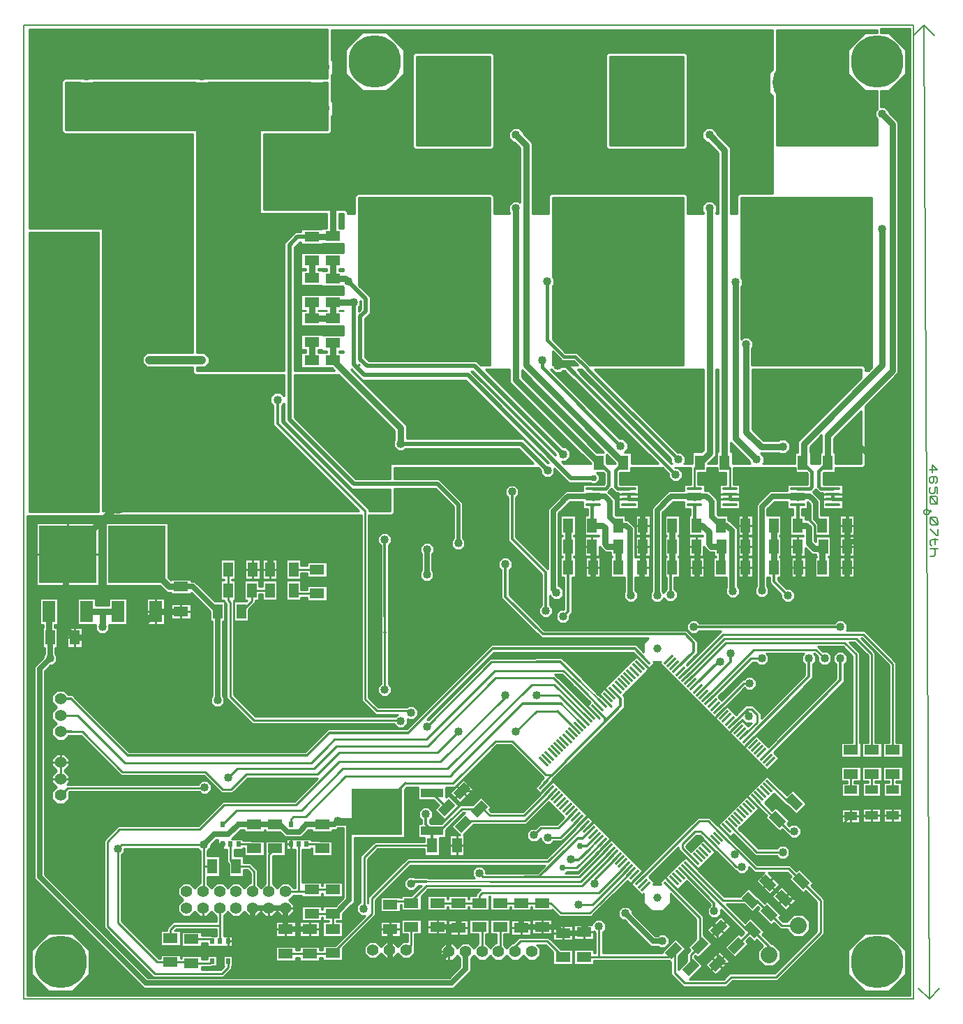
<source format=gbr>
G04 PROTEUS GERBER X2 FILE*
%TF.GenerationSoftware,Labcenter,Proteus,8.7-SP3-Build25561*%
%TF.CreationDate,2021-06-23T20:43:36+00:00*%
%TF.FileFunction,Copper,L2,Bot*%
%TF.FilePolarity,Positive*%
%TF.Part,Single*%
%TF.SameCoordinates,{72a0a031-abb8-4097-8df3-996e39d3871e}*%
%FSLAX45Y45*%
%MOMM*%
G01*
%TA.AperFunction,Conductor*%
%ADD17C,0.381000*%
%ADD10C,0.762000*%
%ADD14C,0.254000*%
%ADD15C,0.635000*%
%ADD16C,1.016000*%
%ADD13C,0.508000*%
%ADD18C,0.304800*%
%ADD19C,0.203200*%
%TA.AperFunction,WasherPad*%
%ADD70C,1.016000*%
%TA.AperFunction,ViaPad*%
%ADD71C,1.016000*%
%ADD20C,1.778000*%
%ADD21C,0.762000*%
%AMPPAD043*
4,1,4,
0.628620,-0.449010,
0.449010,-0.628620,
-0.628620,0.449010,
-0.449010,0.628620,
0.628620,-0.449010,
0*%
%TA.AperFunction,SMDPad,CuDef*%
%ADD49PPAD043*%
%AMPPAD044*
4,1,4,
0.449010,0.628620,
0.628620,0.449010,
-0.449010,-0.628620,
-0.628620,-0.449010,
0.449010,0.628620,
0*%
%ADD50PPAD044*%
%AMPPAD045*
4,1,4,
0.422070,0.637600,
0.637600,0.422070,
-0.422070,-0.637600,
-0.637600,-0.422070,
0.422070,0.637600,
0*%
%ADD51PPAD045*%
%AMPPAD046*
4,1,4,
0.637600,-0.422070,
0.422070,-0.637600,
-0.637600,0.422070,
-0.422070,0.637600,
0.637600,-0.422070,
0*%
%ADD52PPAD046*%
%TA.AperFunction,FiducialPad,Global*%
%ADD53C,1.000000*%
%TA.AperFunction,SMDPad,CuDef*%
%ADD54R,0.508000X0.635000*%
%TA.AperFunction,ComponentPad*%
%ADD26C,5.080000*%
%TA.AperFunction,SMDPad,CuDef*%
%ADD34R,1.803400X1.143000*%
%TA.AperFunction,SMDPad,CuDef*%
%ADD27R,6.985000X6.985000*%
%ADD28R,1.524000X2.540000*%
%TA.AperFunction,SMDPad,CuDef*%
%ADD73R,1.143000X1.803400*%
%AMPPAD049*
4,1,36,
0.901700,-0.025400,
0.901700,0.025400,
0.898160,0.061750,
0.887980,0.095370,
0.871810,0.125600,
0.850300,0.151800,
0.824110,0.173310,
0.793870,0.189480,
0.760250,0.199660,
0.723900,0.203200,
-0.723900,0.203200,
-0.760250,0.199660,
-0.793870,0.189480,
-0.824110,0.173310,
-0.850300,0.151800,
-0.871810,0.125600,
-0.887980,0.095370,
-0.898160,0.061750,
-0.901700,0.025400,
-0.901700,-0.025400,
-0.898160,-0.061750,
-0.887980,-0.095370,
-0.871810,-0.125600,
-0.850300,-0.151800,
-0.824110,-0.173310,
-0.793870,-0.189480,
-0.760250,-0.199660,
-0.723900,-0.203200,
0.723900,-0.203200,
0.760250,-0.199660,
0.793870,-0.189480,
0.824110,-0.173310,
0.850300,-0.151800,
0.871810,-0.125600,
0.887980,-0.095370,
0.898160,-0.061750,
0.901700,-0.025400,
0*%
%TA.AperFunction,SMDPad,CuDef*%
%ADD55PPAD049*%
%TA.AperFunction,SMDPad,CuDef*%
%ADD56R,2.743200X0.990600*%
%ADD57R,6.146800X5.562600*%
%TA.AperFunction,ComponentPad*%
%ADD40C,2.032000*%
%AMPPAD052*
4,1,4,
-0.233490,-1.041710,
-1.041710,-0.233490,
0.233490,1.041710,
1.041710,0.233490,
-0.233490,-1.041710,
0*%
%TA.AperFunction,SMDPad,CuDef*%
%ADD58PPAD052*%
%AMPPAD053*
4,1,4,
-1.041710,0.233490,
-0.233490,1.041710,
1.041710,-0.233490,
0.233490,-1.041710,
-1.041710,0.233490,
0*%
%ADD59PPAD053*%
%TA.AperFunction,WasherPad*%
%ADD41C,1.397000*%
%TA.AperFunction,SMDPad,CuDef*%
%ADD60R,1.524000X1.016000*%
%TA.AperFunction,ComponentPad*%
%ADD42C,3.048000*%
%TA.AperFunction,OtherPad,Unknown*%
%ADD46C,6.350000*%
%TA.AperFunction,Profile*%
%ADD47C,0.203200*%
%TA.AperFunction,NonMaterial*%
%ADD48C,0.203200*%
%TD.AperFunction*%
G36*
X+9271000Y+2255519D02*
X+9125810Y+2255519D01*
X+8920481Y+2050190D01*
X+8920481Y+1759810D01*
X+9125810Y+1554481D01*
X+9271000Y+1554481D01*
X+9271000Y+1325038D01*
X+9250681Y+1304719D01*
X+9250681Y+1235281D01*
X+9271000Y+1214962D01*
X+9271000Y+889000D01*
X+8051800Y+889000D01*
X+8051800Y+2286000D01*
X+9271000Y+2286000D01*
X+9271000Y+2255519D01*
G37*
%LPC*%
G36*
X+8166100Y+1614176D02*
X+8166100Y+1687824D01*
X+8218176Y+1739900D01*
X+8291824Y+1739900D01*
X+8343900Y+1687824D01*
X+8343900Y+1614176D01*
X+8291824Y+1562100D01*
X+8218176Y+1562100D01*
X+8166100Y+1614176D01*
G37*
G36*
X+8566150Y+1215135D02*
X+8566150Y+1241437D01*
X+8584749Y+1260036D01*
X+8611051Y+1260036D01*
X+8629650Y+1241437D01*
X+8629650Y+1215135D01*
X+8611051Y+1196536D01*
X+8584749Y+1196536D01*
X+8566150Y+1215135D01*
G37*
G36*
X+8769350Y+1215135D02*
X+8769350Y+1241437D01*
X+8787949Y+1260036D01*
X+8814251Y+1260036D01*
X+8832850Y+1241437D01*
X+8832850Y+1215135D01*
X+8814251Y+1196536D01*
X+8787949Y+1196536D01*
X+8769350Y+1215135D01*
G37*
G36*
X+8566150Y+1567087D02*
X+8566150Y+1593389D01*
X+8584749Y+1611988D01*
X+8611051Y+1611988D01*
X+8629650Y+1593389D01*
X+8629650Y+1567087D01*
X+8611051Y+1548488D01*
X+8584749Y+1548488D01*
X+8566150Y+1567087D01*
G37*
G36*
X+8604250Y+1891849D02*
X+8604250Y+1918151D01*
X+8622849Y+1936750D01*
X+8649151Y+1936750D01*
X+8667750Y+1918151D01*
X+8667750Y+1891849D01*
X+8649151Y+1873250D01*
X+8622849Y+1873250D01*
X+8604250Y+1891849D01*
G37*
G36*
X+8274050Y+1244394D02*
X+8274050Y+1270696D01*
X+8292649Y+1289295D01*
X+8318951Y+1289295D01*
X+8337550Y+1270696D01*
X+8337550Y+1244394D01*
X+8318951Y+1225795D01*
X+8292649Y+1225795D01*
X+8274050Y+1244394D01*
G37*
G36*
X+9036050Y+1244394D02*
X+9036050Y+1270696D01*
X+9054649Y+1289295D01*
X+9080951Y+1289295D01*
X+9099550Y+1270696D01*
X+9099550Y+1244394D01*
X+9080951Y+1225795D01*
X+9054649Y+1225795D01*
X+9036050Y+1244394D01*
G37*
G36*
X+8274050Y+2124274D02*
X+8274050Y+2150576D01*
X+8292649Y+2169175D01*
X+8318951Y+2169175D01*
X+8337550Y+2150576D01*
X+8337550Y+2124274D01*
X+8318951Y+2105675D01*
X+8292649Y+2105675D01*
X+8274050Y+2124274D01*
G37*
G36*
X+8528050Y+2124274D02*
X+8528050Y+2150576D01*
X+8546649Y+2169175D01*
X+8572951Y+2169175D01*
X+8591550Y+2150576D01*
X+8591550Y+2124274D01*
X+8572951Y+2105675D01*
X+8546649Y+2105675D01*
X+8528050Y+2124274D01*
G37*
G36*
X+8782050Y+2124274D02*
X+8782050Y+2150576D01*
X+8800649Y+2169175D01*
X+8826951Y+2169175D01*
X+8845550Y+2150576D01*
X+8845550Y+2124274D01*
X+8826951Y+2105675D01*
X+8800649Y+2105675D01*
X+8782050Y+2124274D01*
G37*
%LPD*%
G36*
X+8001000Y+1810090D02*
X+7962901Y+1771991D01*
X+7962901Y+1530009D01*
X+8001000Y+1491910D01*
X+8001000Y+304800D01*
X+7598958Y+304800D01*
X+7569200Y+275042D01*
X+7569200Y+63500D01*
X+7498806Y+63500D01*
X+7498806Y+863954D01*
X+7327899Y+1034861D01*
X+7327899Y+1052823D01*
X+7275823Y+1104899D01*
X+7202177Y+1104899D01*
X+7150101Y+1052823D01*
X+7150101Y+979177D01*
X+7202177Y+927101D01*
X+7220139Y+927101D01*
X+7346408Y+800832D01*
X+7346408Y+63500D01*
X+7315199Y+63500D01*
X+7315199Y+77477D01*
X+7327899Y+90177D01*
X+7327899Y+163823D01*
X+7275823Y+215899D01*
X+7202177Y+215899D01*
X+7150101Y+163823D01*
X+7150101Y+90177D01*
X+7162801Y+77477D01*
X+7162801Y+63500D01*
X+6972300Y+63500D01*
X+6972300Y+275042D01*
X+6942542Y+304800D01*
X+5312958Y+304800D01*
X+5283200Y+275042D01*
X+5283200Y+63500D01*
X+5092699Y+63500D01*
X+5092699Y+920561D01*
X+4978399Y+1034861D01*
X+4978399Y+1052823D01*
X+4926323Y+1104899D01*
X+4852677Y+1104899D01*
X+4800601Y+1052823D01*
X+4800601Y+979177D01*
X+4852677Y+927101D01*
X+4870639Y+927101D01*
X+4940301Y+857439D01*
X+4940301Y+201921D01*
X+4926323Y+215899D01*
X+4852677Y+215899D01*
X+4800601Y+163823D01*
X+4800601Y+90177D01*
X+4813301Y+77477D01*
X+4813301Y+63500D01*
X+4622800Y+63500D01*
X+4622800Y+275042D01*
X+4593042Y+304800D01*
X+2963458Y+304800D01*
X+2933700Y+275042D01*
X+2933700Y+63500D01*
X+2844800Y+63500D01*
X+2844800Y+84542D01*
X+2815042Y+114300D01*
X+1828800Y+114300D01*
X+1828800Y+1028700D01*
X+2624542Y+1028700D01*
X+2654300Y+1058458D01*
X+2654300Y+1245894D01*
X+2666999Y+1258593D01*
X+2666999Y+1416407D01*
X+2654300Y+1429106D01*
X+2654300Y+1745894D01*
X+2666999Y+1758593D01*
X+2666999Y+1916407D01*
X+2654300Y+1929106D01*
X+2654300Y+2286000D01*
X+8001000Y+2286000D01*
X+8001000Y+1810090D01*
G37*
%LPC*%
G36*
X+4622800Y+1989542D02*
X+4622800Y+867958D01*
X+4593042Y+838200D01*
X+3661958Y+838200D01*
X+3632200Y+867958D01*
X+3632200Y+1989542D01*
X+3661958Y+2019300D01*
X+4593042Y+2019300D01*
X+4622800Y+1989542D01*
G37*
G36*
X+6974836Y+1989682D02*
X+6974812Y+1968620D01*
X+6973544Y+867917D01*
X+6943793Y+838200D01*
X+6012727Y+838200D01*
X+5982969Y+867958D01*
X+5982969Y+1989538D01*
X+6012720Y+2019295D01*
X+6945066Y+2019481D01*
X+6974836Y+1989682D01*
G37*
G36*
X+2819401Y+1757706D02*
X+2819401Y+2052294D01*
X+3027706Y+2260599D01*
X+3322294Y+2260599D01*
X+3530599Y+2052294D01*
X+3530599Y+1757706D01*
X+3322294Y+1549401D01*
X+3027706Y+1549401D01*
X+2819401Y+1757706D01*
G37*
G36*
X+3194050Y+1161599D02*
X+3194050Y+1187901D01*
X+3212649Y+1206500D01*
X+3238951Y+1206500D01*
X+3257550Y+1187901D01*
X+3257550Y+1161599D01*
X+3238951Y+1143000D01*
X+3212649Y+1143000D01*
X+3194050Y+1161599D01*
G37*
G36*
X+3448050Y+1161599D02*
X+3448050Y+1187901D01*
X+3466649Y+1206500D01*
X+3492951Y+1206500D01*
X+3511550Y+1187901D01*
X+3511550Y+1161599D01*
X+3492951Y+1143000D01*
X+3466649Y+1143000D01*
X+3448050Y+1161599D01*
G37*
G36*
X+5226050Y+1161599D02*
X+5226050Y+1187901D01*
X+5244649Y+1206500D01*
X+5270951Y+1206500D01*
X+5289550Y+1187901D01*
X+5289550Y+1161599D01*
X+5270951Y+1143000D01*
X+5244649Y+1143000D01*
X+5226050Y+1161599D01*
G37*
G36*
X+5480050Y+1161599D02*
X+5480050Y+1187901D01*
X+5498649Y+1206500D01*
X+5524951Y+1206500D01*
X+5543550Y+1187901D01*
X+5543550Y+1161599D01*
X+5524951Y+1143000D01*
X+5498649Y+1143000D01*
X+5480050Y+1161599D01*
G37*
G36*
X+5734050Y+1161599D02*
X+5734050Y+1187901D01*
X+5752649Y+1206500D01*
X+5778951Y+1206500D01*
X+5797550Y+1187901D01*
X+5797550Y+1161599D01*
X+5778951Y+1143000D01*
X+5752649Y+1143000D01*
X+5734050Y+1161599D01*
G37*
G36*
X+7512050Y+1161599D02*
X+7512050Y+1187901D01*
X+7530649Y+1206500D01*
X+7556951Y+1206500D01*
X+7575550Y+1187901D01*
X+7575550Y+1161599D01*
X+7556951Y+1143000D01*
X+7530649Y+1143000D01*
X+7512050Y+1161599D01*
G37*
G36*
X+7766050Y+1161599D02*
X+7766050Y+1187901D01*
X+7784649Y+1206500D01*
X+7810951Y+1206500D01*
X+7829550Y+1187901D01*
X+7829550Y+1161599D01*
X+7810951Y+1143000D01*
X+7784649Y+1143000D01*
X+7766050Y+1161599D01*
G37*
G36*
X+3067050Y+1381569D02*
X+3067050Y+1407871D01*
X+3085649Y+1426470D01*
X+3111951Y+1426470D01*
X+3130550Y+1407871D01*
X+3130550Y+1381569D01*
X+3111951Y+1362970D01*
X+3085649Y+1362970D01*
X+3067050Y+1381569D01*
G37*
G36*
X+3321050Y+1381569D02*
X+3321050Y+1407871D01*
X+3339649Y+1426470D01*
X+3365951Y+1426470D01*
X+3384550Y+1407871D01*
X+3384550Y+1381569D01*
X+3365951Y+1362970D01*
X+3339649Y+1362970D01*
X+3321050Y+1381569D01*
G37*
G36*
X+4845050Y+1381569D02*
X+4845050Y+1407871D01*
X+4863649Y+1426470D01*
X+4889951Y+1426470D01*
X+4908550Y+1407871D01*
X+4908550Y+1381569D01*
X+4889951Y+1362970D01*
X+4863649Y+1362970D01*
X+4845050Y+1381569D01*
G37*
G36*
X+5099050Y+1381569D02*
X+5099050Y+1407871D01*
X+5117649Y+1426470D01*
X+5143951Y+1426470D01*
X+5162550Y+1407871D01*
X+5162550Y+1381569D01*
X+5143951Y+1362970D01*
X+5117649Y+1362970D01*
X+5099050Y+1381569D01*
G37*
G36*
X+5353050Y+1381569D02*
X+5353050Y+1407871D01*
X+5371649Y+1426470D01*
X+5397951Y+1426470D01*
X+5416550Y+1407871D01*
X+5416550Y+1381569D01*
X+5397951Y+1362970D01*
X+5371649Y+1362970D01*
X+5353050Y+1381569D01*
G37*
G36*
X+5607050Y+1381569D02*
X+5607050Y+1407871D01*
X+5625649Y+1426470D01*
X+5651951Y+1426470D01*
X+5670550Y+1407871D01*
X+5670550Y+1381569D01*
X+5651951Y+1362970D01*
X+5625649Y+1362970D01*
X+5607050Y+1381569D01*
G37*
G36*
X+7131050Y+1381569D02*
X+7131050Y+1407871D01*
X+7149649Y+1426470D01*
X+7175951Y+1426470D01*
X+7194550Y+1407871D01*
X+7194550Y+1381569D01*
X+7175951Y+1362970D01*
X+7149649Y+1362970D01*
X+7131050Y+1381569D01*
G37*
G36*
X+7385050Y+1381569D02*
X+7385050Y+1407871D01*
X+7403649Y+1426470D01*
X+7429951Y+1426470D01*
X+7448550Y+1407871D01*
X+7448550Y+1381569D01*
X+7429951Y+1362970D01*
X+7403649Y+1362970D01*
X+7385050Y+1381569D01*
G37*
G36*
X+7639050Y+1381569D02*
X+7639050Y+1407871D01*
X+7657649Y+1426470D01*
X+7683951Y+1426470D01*
X+7702550Y+1407871D01*
X+7702550Y+1381569D01*
X+7683951Y+1362970D01*
X+7657649Y+1362970D01*
X+7639050Y+1381569D01*
G37*
G36*
X+4718050Y+1601539D02*
X+4718050Y+1627841D01*
X+4736649Y+1646440D01*
X+4762951Y+1646440D01*
X+4781550Y+1627841D01*
X+4781550Y+1601539D01*
X+4762951Y+1582940D01*
X+4736649Y+1582940D01*
X+4718050Y+1601539D01*
G37*
G36*
X+4972050Y+1601539D02*
X+4972050Y+1627841D01*
X+4990649Y+1646440D01*
X+5016951Y+1646440D01*
X+5035550Y+1627841D01*
X+5035550Y+1601539D01*
X+5016951Y+1582940D01*
X+4990649Y+1582940D01*
X+4972050Y+1601539D01*
G37*
G36*
X+5226050Y+1601539D02*
X+5226050Y+1627841D01*
X+5244649Y+1646440D01*
X+5270951Y+1646440D01*
X+5289550Y+1627841D01*
X+5289550Y+1601539D01*
X+5270951Y+1582940D01*
X+5244649Y+1582940D01*
X+5226050Y+1601539D01*
G37*
G36*
X+5480050Y+1601539D02*
X+5480050Y+1627841D01*
X+5498649Y+1646440D01*
X+5524951Y+1646440D01*
X+5543550Y+1627841D01*
X+5543550Y+1601539D01*
X+5524951Y+1582940D01*
X+5498649Y+1582940D01*
X+5480050Y+1601539D01*
G37*
G36*
X+5734050Y+1601539D02*
X+5734050Y+1627841D01*
X+5752649Y+1646440D01*
X+5778951Y+1646440D01*
X+5797550Y+1627841D01*
X+5797550Y+1601539D01*
X+5778951Y+1582940D01*
X+5752649Y+1582940D01*
X+5734050Y+1601539D01*
G37*
G36*
X+7258050Y+1601539D02*
X+7258050Y+1627841D01*
X+7276649Y+1646440D01*
X+7302951Y+1646440D01*
X+7321550Y+1627841D01*
X+7321550Y+1601539D01*
X+7302951Y+1582940D01*
X+7276649Y+1582940D01*
X+7258050Y+1601539D01*
G37*
G36*
X+7512050Y+1601539D02*
X+7512050Y+1627841D01*
X+7530649Y+1646440D01*
X+7556951Y+1646440D01*
X+7575550Y+1627841D01*
X+7575550Y+1601539D01*
X+7556951Y+1582940D01*
X+7530649Y+1582940D01*
X+7512050Y+1601539D01*
G37*
G36*
X+7766050Y+1601539D02*
X+7766050Y+1627841D01*
X+7784649Y+1646440D01*
X+7810951Y+1646440D01*
X+7829550Y+1627841D01*
X+7829550Y+1601539D01*
X+7810951Y+1582940D01*
X+7784649Y+1582940D01*
X+7766050Y+1601539D01*
G37*
G36*
X+4845050Y+1821509D02*
X+4845050Y+1847811D01*
X+4863649Y+1866410D01*
X+4889951Y+1866410D01*
X+4908550Y+1847811D01*
X+4908550Y+1821509D01*
X+4889951Y+1802910D01*
X+4863649Y+1802910D01*
X+4845050Y+1821509D01*
G37*
G36*
X+5099050Y+1821509D02*
X+5099050Y+1847811D01*
X+5117649Y+1866410D01*
X+5143951Y+1866410D01*
X+5162550Y+1847811D01*
X+5162550Y+1821509D01*
X+5143951Y+1802910D01*
X+5117649Y+1802910D01*
X+5099050Y+1821509D01*
G37*
G36*
X+5353050Y+1821509D02*
X+5353050Y+1847811D01*
X+5371649Y+1866410D01*
X+5397951Y+1866410D01*
X+5416550Y+1847811D01*
X+5416550Y+1821509D01*
X+5397951Y+1802910D01*
X+5371649Y+1802910D01*
X+5353050Y+1821509D01*
G37*
G36*
X+5607050Y+1821509D02*
X+5607050Y+1847811D01*
X+5625649Y+1866410D01*
X+5651951Y+1866410D01*
X+5670550Y+1847811D01*
X+5670550Y+1821509D01*
X+5651951Y+1802910D01*
X+5625649Y+1802910D01*
X+5607050Y+1821509D01*
G37*
G36*
X+7131050Y+1821509D02*
X+7131050Y+1847811D01*
X+7149649Y+1866410D01*
X+7175951Y+1866410D01*
X+7194550Y+1847811D01*
X+7194550Y+1821509D01*
X+7175951Y+1802910D01*
X+7149649Y+1802910D01*
X+7131050Y+1821509D01*
G37*
G36*
X+7385050Y+1821509D02*
X+7385050Y+1847811D01*
X+7403649Y+1866410D01*
X+7429951Y+1866410D01*
X+7448550Y+1847811D01*
X+7448550Y+1821509D01*
X+7429951Y+1802910D01*
X+7403649Y+1802910D01*
X+7385050Y+1821509D01*
G37*
G36*
X+7639050Y+1821509D02*
X+7639050Y+1847811D01*
X+7657649Y+1866410D01*
X+7683951Y+1866410D01*
X+7702550Y+1847811D01*
X+7702550Y+1821509D01*
X+7683951Y+1802910D01*
X+7657649Y+1802910D01*
X+7639050Y+1821509D01*
G37*
G36*
X+4718050Y+2041479D02*
X+4718050Y+2067781D01*
X+4736649Y+2086380D01*
X+4762951Y+2086380D01*
X+4781550Y+2067781D01*
X+4781550Y+2041479D01*
X+4762951Y+2022880D01*
X+4736649Y+2022880D01*
X+4718050Y+2041479D01*
G37*
G36*
X+4972050Y+2041479D02*
X+4972050Y+2067781D01*
X+4990649Y+2086380D01*
X+5016951Y+2086380D01*
X+5035550Y+2067781D01*
X+5035550Y+2041479D01*
X+5016951Y+2022880D01*
X+4990649Y+2022880D01*
X+4972050Y+2041479D01*
G37*
G36*
X+5226050Y+2041479D02*
X+5226050Y+2067781D01*
X+5244649Y+2086380D01*
X+5270951Y+2086380D01*
X+5289550Y+2067781D01*
X+5289550Y+2041479D01*
X+5270951Y+2022880D01*
X+5244649Y+2022880D01*
X+5226050Y+2041479D01*
G37*
G36*
X+5480050Y+2041479D02*
X+5480050Y+2067781D01*
X+5498649Y+2086380D01*
X+5524951Y+2086380D01*
X+5543550Y+2067781D01*
X+5543550Y+2041479D01*
X+5524951Y+2022880D01*
X+5498649Y+2022880D01*
X+5480050Y+2041479D01*
G37*
G36*
X+5734050Y+2041479D02*
X+5734050Y+2067781D01*
X+5752649Y+2086380D01*
X+5778951Y+2086380D01*
X+5797550Y+2067781D01*
X+5797550Y+2041479D01*
X+5778951Y+2022880D01*
X+5752649Y+2022880D01*
X+5734050Y+2041479D01*
G37*
G36*
X+7258050Y+2041479D02*
X+7258050Y+2067781D01*
X+7276649Y+2086380D01*
X+7302951Y+2086380D01*
X+7321550Y+2067781D01*
X+7321550Y+2041479D01*
X+7302951Y+2022880D01*
X+7276649Y+2022880D01*
X+7258050Y+2041479D01*
G37*
G36*
X+7512050Y+2041479D02*
X+7512050Y+2067781D01*
X+7530649Y+2086380D01*
X+7556951Y+2086380D01*
X+7575550Y+2067781D01*
X+7575550Y+2041479D01*
X+7556951Y+2022880D01*
X+7530649Y+2022880D01*
X+7512050Y+2041479D01*
G37*
G36*
X+7766050Y+2041479D02*
X+7766050Y+2067781D01*
X+7784649Y+2086380D01*
X+7810951Y+2086380D01*
X+7829550Y+2067781D01*
X+7829550Y+2041479D01*
X+7810951Y+2022880D01*
X+7784649Y+2022880D01*
X+7766050Y+2041479D01*
G37*
G36*
X+4972050Y+1161599D02*
X+4972050Y+1187901D01*
X+4990649Y+1206500D01*
X+5016951Y+1206500D01*
X+5035550Y+1187901D01*
X+5035550Y+1161599D01*
X+5016951Y+1143000D01*
X+4990649Y+1143000D01*
X+4972050Y+1161599D01*
G37*
G36*
X+2813050Y+1381569D02*
X+2813050Y+1407871D01*
X+2831649Y+1426470D01*
X+2857951Y+1426470D01*
X+2876550Y+1407871D01*
X+2876550Y+1381569D01*
X+2857951Y+1362970D01*
X+2831649Y+1362970D01*
X+2813050Y+1381569D01*
G37*
G36*
X+2889250Y+1193349D02*
X+2889250Y+1219651D01*
X+2907849Y+1238250D01*
X+2934151Y+1238250D01*
X+2952750Y+1219651D01*
X+2952750Y+1193349D01*
X+2934151Y+1174750D01*
X+2907849Y+1174750D01*
X+2889250Y+1193349D01*
G37*
%LPD*%
G36*
X+4572000Y+889000D02*
X+3683000Y+889000D01*
X+3683000Y+1968500D01*
X+4572000Y+1968500D01*
X+4572000Y+889000D01*
G37*
%LPC*%
G36*
X+4229100Y+1677676D02*
X+4229100Y+1751324D01*
X+4281176Y+1803400D01*
X+4354824Y+1803400D01*
X+4406900Y+1751324D01*
X+4406900Y+1677676D01*
X+4354824Y+1625600D01*
X+4281176Y+1625600D01*
X+4229100Y+1677676D01*
G37*
G36*
X+3981450Y+1039159D02*
X+3981450Y+1065461D01*
X+4000049Y+1084060D01*
X+4026351Y+1084060D01*
X+4044950Y+1065461D01*
X+4044950Y+1039159D01*
X+4026351Y+1020560D01*
X+4000049Y+1020560D01*
X+3981450Y+1039159D01*
G37*
G36*
X+3879850Y+1215135D02*
X+3879850Y+1241437D01*
X+3898449Y+1260036D01*
X+3924751Y+1260036D01*
X+3943350Y+1241437D01*
X+3943350Y+1215135D01*
X+3924751Y+1196536D01*
X+3898449Y+1196536D01*
X+3879850Y+1215135D01*
G37*
G36*
X+4083050Y+1215135D02*
X+4083050Y+1241437D01*
X+4101649Y+1260036D01*
X+4127951Y+1260036D01*
X+4146550Y+1241437D01*
X+4146550Y+1215135D01*
X+4127951Y+1196536D01*
X+4101649Y+1196536D01*
X+4083050Y+1215135D01*
G37*
G36*
X+3778250Y+1391111D02*
X+3778250Y+1417413D01*
X+3796849Y+1436012D01*
X+3823151Y+1436012D01*
X+3841750Y+1417413D01*
X+3841750Y+1391111D01*
X+3823151Y+1372512D01*
X+3796849Y+1372512D01*
X+3778250Y+1391111D01*
G37*
G36*
X+3981450Y+1391111D02*
X+3981450Y+1417413D01*
X+4000049Y+1436012D01*
X+4026351Y+1436012D01*
X+4044950Y+1417413D01*
X+4044950Y+1391111D01*
X+4026351Y+1372512D01*
X+4000049Y+1372512D01*
X+3981450Y+1391111D01*
G37*
G36*
X+3879850Y+1567087D02*
X+3879850Y+1593389D01*
X+3898449Y+1611988D01*
X+3924751Y+1611988D01*
X+3943350Y+1593389D01*
X+3943350Y+1567087D01*
X+3924751Y+1548488D01*
X+3898449Y+1548488D01*
X+3879850Y+1567087D01*
G37*
G36*
X+3778250Y+1743063D02*
X+3778250Y+1769365D01*
X+3796849Y+1787964D01*
X+3823151Y+1787964D01*
X+3841750Y+1769365D01*
X+3841750Y+1743063D01*
X+3823151Y+1724464D01*
X+3796849Y+1724464D01*
X+3778250Y+1743063D01*
G37*
G36*
X+3905250Y+1891849D02*
X+3905250Y+1918151D01*
X+3923849Y+1936750D01*
X+3950151Y+1936750D01*
X+3968750Y+1918151D01*
X+3968750Y+1891849D01*
X+3950151Y+1873250D01*
X+3923849Y+1873250D01*
X+3905250Y+1891849D01*
G37*
%LPD*%
G36*
X+6922769Y+889000D02*
X+6033769Y+889000D01*
X+6033769Y+1968500D01*
X+6924013Y+1968678D01*
X+6922769Y+889000D01*
G37*
%LPC*%
G36*
X+6578600Y+1677676D02*
X+6578600Y+1751324D01*
X+6630676Y+1803400D01*
X+6704324Y+1803400D01*
X+6756400Y+1751324D01*
X+6756400Y+1677676D01*
X+6704324Y+1625600D01*
X+6630676Y+1625600D01*
X+6578600Y+1677676D01*
G37*
G36*
X+6332219Y+1039159D02*
X+6332219Y+1065461D01*
X+6350818Y+1084060D01*
X+6377120Y+1084060D01*
X+6395719Y+1065461D01*
X+6395719Y+1039159D01*
X+6377120Y+1020560D01*
X+6350818Y+1020560D01*
X+6332219Y+1039159D01*
G37*
G36*
X+6230619Y+1215135D02*
X+6230619Y+1241437D01*
X+6249218Y+1260036D01*
X+6275520Y+1260036D01*
X+6294119Y+1241437D01*
X+6294119Y+1215135D01*
X+6275520Y+1196536D01*
X+6249218Y+1196536D01*
X+6230619Y+1215135D01*
G37*
G36*
X+6433819Y+1215135D02*
X+6433819Y+1241437D01*
X+6452418Y+1260036D01*
X+6478720Y+1260036D01*
X+6497319Y+1241437D01*
X+6497319Y+1215135D01*
X+6478720Y+1196536D01*
X+6452418Y+1196536D01*
X+6433819Y+1215135D01*
G37*
G36*
X+6129019Y+1391111D02*
X+6129019Y+1417413D01*
X+6147618Y+1436012D01*
X+6173920Y+1436012D01*
X+6192519Y+1417413D01*
X+6192519Y+1391111D01*
X+6173920Y+1372512D01*
X+6147618Y+1372512D01*
X+6129019Y+1391111D01*
G37*
G36*
X+6332219Y+1391111D02*
X+6332219Y+1417413D01*
X+6350818Y+1436012D01*
X+6377120Y+1436012D01*
X+6395719Y+1417413D01*
X+6395719Y+1391111D01*
X+6377120Y+1372512D01*
X+6350818Y+1372512D01*
X+6332219Y+1391111D01*
G37*
G36*
X+6230619Y+1567087D02*
X+6230619Y+1593389D01*
X+6249218Y+1611988D01*
X+6275520Y+1611988D01*
X+6294119Y+1593389D01*
X+6294119Y+1567087D01*
X+6275520Y+1548488D01*
X+6249218Y+1548488D01*
X+6230619Y+1567087D01*
G37*
G36*
X+6129019Y+1743063D02*
X+6129019Y+1769365D01*
X+6147618Y+1787964D01*
X+6173920Y+1787964D01*
X+6192519Y+1769365D01*
X+6192519Y+1743063D01*
X+6173920Y+1724464D01*
X+6147618Y+1724464D01*
X+6129019Y+1743063D01*
G37*
G36*
X+6254750Y+1891849D02*
X+6254750Y+1918151D01*
X+6273349Y+1936750D01*
X+6299651Y+1936750D01*
X+6318250Y+1918151D01*
X+6318250Y+1891849D01*
X+6299651Y+1873250D01*
X+6273349Y+1873250D01*
X+6254750Y+1891849D01*
G37*
%LPD*%
G36*
X+9207500Y-1804424D02*
X+9170424Y-1841500D01*
X+9131300Y-1841500D01*
X+9131300Y-1807758D01*
X+9101542Y-1778000D01*
X+7754619Y-1778000D01*
X+7754619Y-1571419D01*
X+7767319Y-1558719D01*
X+7767319Y-1489281D01*
X+7718219Y-1440181D01*
X+7648781Y-1440181D01*
X+7627619Y-1461343D01*
X+7627619Y-818538D01*
X+7640319Y-805838D01*
X+7640319Y-736400D01*
X+7620000Y-716081D01*
X+7620000Y+254000D01*
X+9207500Y+254000D01*
X+9207500Y-1804424D01*
G37*
%LPC*%
G36*
X+7816850Y-1510805D02*
X+7816850Y-1484503D01*
X+7835449Y-1465904D01*
X+7861751Y-1465904D01*
X+7880350Y-1484503D01*
X+7880350Y-1510805D01*
X+7861751Y-1529404D01*
X+7835449Y-1529404D01*
X+7816850Y-1510805D01*
G37*
G36*
X+7715250Y-1334829D02*
X+7715250Y-1308527D01*
X+7733849Y-1289928D01*
X+7760151Y-1289928D01*
X+7778750Y-1308527D01*
X+7778750Y-1334829D01*
X+7760151Y-1353428D01*
X+7733849Y-1353428D01*
X+7715250Y-1334829D01*
G37*
G36*
X+7816850Y-1158853D02*
X+7816850Y-1132551D01*
X+7835449Y-1113952D01*
X+7861751Y-1113952D01*
X+7880350Y-1132551D01*
X+7880350Y-1158853D01*
X+7861751Y-1177452D01*
X+7835449Y-1177452D01*
X+7816850Y-1158853D01*
G37*
G36*
X+8020050Y-806901D02*
X+8020050Y-780599D01*
X+8038649Y-762000D01*
X+8064951Y-762000D01*
X+8083550Y-780599D01*
X+8083550Y-806901D01*
X+8064951Y-825500D01*
X+8038649Y-825500D01*
X+8020050Y-806901D01*
G37*
G36*
X+8223250Y-806901D02*
X+8223250Y-780599D01*
X+8241849Y-762000D01*
X+8268151Y-762000D01*
X+8286750Y-780599D01*
X+8286750Y-806901D01*
X+8268151Y-825500D01*
X+8241849Y-825500D01*
X+8223250Y-806901D01*
G37*
G36*
X+8629650Y-806901D02*
X+8629650Y-780599D01*
X+8648249Y-762000D01*
X+8674551Y-762000D01*
X+8693150Y-780599D01*
X+8693150Y-806901D01*
X+8674551Y-825500D01*
X+8648249Y-825500D01*
X+8629650Y-806901D01*
G37*
G36*
X+8731250Y-630925D02*
X+8731250Y-604623D01*
X+8749849Y-586024D01*
X+8776151Y-586024D01*
X+8794750Y-604623D01*
X+8794750Y-630925D01*
X+8776151Y-649524D01*
X+8749849Y-649524D01*
X+8731250Y-630925D01*
G37*
G36*
X+7918450Y-278973D02*
X+7918450Y-252671D01*
X+7937049Y-234072D01*
X+7963351Y-234072D01*
X+7981950Y-252671D01*
X+7981950Y-278973D01*
X+7963351Y-297572D01*
X+7937049Y-297572D01*
X+7918450Y-278973D01*
G37*
G36*
X+8121650Y-278973D02*
X+8121650Y-252671D01*
X+8140249Y-234072D01*
X+8166551Y-234072D01*
X+8185150Y-252671D01*
X+8185150Y-278973D01*
X+8166551Y-297572D01*
X+8140249Y-297572D01*
X+8121650Y-278973D01*
G37*
G36*
X+8324850Y-278973D02*
X+8324850Y-252671D01*
X+8343449Y-234072D01*
X+8369751Y-234072D01*
X+8388350Y-252671D01*
X+8388350Y-278973D01*
X+8369751Y-297572D01*
X+8343449Y-297572D01*
X+8324850Y-278973D01*
G37*
G36*
X+8528050Y-278973D02*
X+8528050Y-252671D01*
X+8546649Y-234072D01*
X+8572951Y-234072D01*
X+8591550Y-252671D01*
X+8591550Y-278973D01*
X+8572951Y-297572D01*
X+8546649Y-297572D01*
X+8528050Y-278973D01*
G37*
G36*
X+8731250Y-278973D02*
X+8731250Y-252671D01*
X+8749849Y-234072D01*
X+8776151Y-234072D01*
X+8794750Y-252671D01*
X+8794750Y-278973D01*
X+8776151Y-297572D01*
X+8749849Y-297572D01*
X+8731250Y-278973D01*
G37*
G36*
X+7816850Y-102997D02*
X+7816850Y-76695D01*
X+7835449Y-58096D01*
X+7861751Y-58096D01*
X+7880350Y-76695D01*
X+7880350Y-102997D01*
X+7861751Y-121596D01*
X+7835449Y-121596D01*
X+7816850Y-102997D01*
G37*
G36*
X+8020050Y-102997D02*
X+8020050Y-76695D01*
X+8038649Y-58096D01*
X+8064951Y-58096D01*
X+8083550Y-76695D01*
X+8083550Y-102997D01*
X+8064951Y-121596D01*
X+8038649Y-121596D01*
X+8020050Y-102997D01*
G37*
G36*
X+8223250Y-102997D02*
X+8223250Y-76695D01*
X+8241849Y-58096D01*
X+8268151Y-58096D01*
X+8286750Y-76695D01*
X+8286750Y-102997D01*
X+8268151Y-121596D01*
X+8241849Y-121596D01*
X+8223250Y-102997D01*
G37*
G36*
X+8426450Y-102997D02*
X+8426450Y-76695D01*
X+8445049Y-58096D01*
X+8471351Y-58096D01*
X+8489950Y-76695D01*
X+8489950Y-102997D01*
X+8471351Y-121596D01*
X+8445049Y-121596D01*
X+8426450Y-102997D01*
G37*
G36*
X+8629650Y-102997D02*
X+8629650Y-76695D01*
X+8648249Y-58096D01*
X+8674551Y-58096D01*
X+8693150Y-76695D01*
X+8693150Y-102997D01*
X+8674551Y-121596D01*
X+8648249Y-121596D01*
X+8629650Y-102997D01*
G37*
%LPD*%
G36*
X+3007002Y-994118D02*
X+3007002Y-1097898D01*
X+2984500Y-1120400D01*
X+2984500Y-1071038D01*
X+3004819Y-1050719D01*
X+3004819Y-991935D01*
X+3007002Y-994118D01*
G37*
G36*
X+4572000Y-1778000D02*
X+4464116Y-1778000D01*
X+4446190Y-1760073D01*
X+4411969Y-1725852D01*
X+3108259Y-1725852D01*
X+3061473Y-1679066D01*
X+3061473Y-1208659D01*
X+3123840Y-1146293D01*
X+3123840Y-945724D01*
X+2984500Y-806384D01*
X+2984500Y+254000D01*
X+4572000Y+254000D01*
X+4572000Y-1778000D01*
G37*
%LPC*%
G36*
X+3181350Y-1510805D02*
X+3181350Y-1484503D01*
X+3199949Y-1465904D01*
X+3226251Y-1465904D01*
X+3244850Y-1484503D01*
X+3244850Y-1510805D01*
X+3226251Y-1529404D01*
X+3199949Y-1529404D01*
X+3181350Y-1510805D01*
G37*
G36*
X+3079750Y-1334829D02*
X+3079750Y-1308527D01*
X+3098349Y-1289928D01*
X+3124651Y-1289928D01*
X+3143250Y-1308527D01*
X+3143250Y-1334829D01*
X+3124651Y-1353428D01*
X+3098349Y-1353428D01*
X+3079750Y-1334829D01*
G37*
G36*
X+3181350Y-1158853D02*
X+3181350Y-1132551D01*
X+3199949Y-1113952D01*
X+3226251Y-1113952D01*
X+3244850Y-1132551D01*
X+3244850Y-1158853D01*
X+3226251Y-1177452D01*
X+3199949Y-1177452D01*
X+3181350Y-1158853D01*
G37*
G36*
X+4095750Y-630925D02*
X+4095750Y-604623D01*
X+4114349Y-586024D01*
X+4140651Y-586024D01*
X+4159250Y-604623D01*
X+4159250Y-630925D01*
X+4140651Y-649524D01*
X+4114349Y-649524D01*
X+4095750Y-630925D01*
G37*
G36*
X+4298950Y-630925D02*
X+4298950Y-604623D01*
X+4317549Y-586024D01*
X+4343851Y-586024D01*
X+4362450Y-604623D01*
X+4362450Y-630925D01*
X+4343851Y-649524D01*
X+4317549Y-649524D01*
X+4298950Y-630925D01*
G37*
G36*
X+3282950Y-278973D02*
X+3282950Y-252671D01*
X+3301549Y-234072D01*
X+3327851Y-234072D01*
X+3346450Y-252671D01*
X+3346450Y-278973D01*
X+3327851Y-297572D01*
X+3301549Y-297572D01*
X+3282950Y-278973D01*
G37*
G36*
X+3486150Y-278973D02*
X+3486150Y-252671D01*
X+3504749Y-234072D01*
X+3531051Y-234072D01*
X+3549650Y-252671D01*
X+3549650Y-278973D01*
X+3531051Y-297572D01*
X+3504749Y-297572D01*
X+3486150Y-278973D01*
G37*
G36*
X+3689350Y-278973D02*
X+3689350Y-252671D01*
X+3707949Y-234072D01*
X+3734251Y-234072D01*
X+3752850Y-252671D01*
X+3752850Y-278973D01*
X+3734251Y-297572D01*
X+3707949Y-297572D01*
X+3689350Y-278973D01*
G37*
G36*
X+3892550Y-278973D02*
X+3892550Y-252671D01*
X+3911149Y-234072D01*
X+3937451Y-234072D01*
X+3956050Y-252671D01*
X+3956050Y-278973D01*
X+3937451Y-297572D01*
X+3911149Y-297572D01*
X+3892550Y-278973D01*
G37*
G36*
X+4095750Y-278973D02*
X+4095750Y-252671D01*
X+4114349Y-234072D01*
X+4140651Y-234072D01*
X+4159250Y-252671D01*
X+4159250Y-278973D01*
X+4140651Y-297572D01*
X+4114349Y-297572D01*
X+4095750Y-278973D01*
G37*
G36*
X+3181350Y-102997D02*
X+3181350Y-76695D01*
X+3199949Y-58096D01*
X+3226251Y-58096D01*
X+3244850Y-76695D01*
X+3244850Y-102997D01*
X+3226251Y-121596D01*
X+3199949Y-121596D01*
X+3181350Y-102997D01*
G37*
G36*
X+3384550Y-102997D02*
X+3384550Y-76695D01*
X+3403149Y-58096D01*
X+3429451Y-58096D01*
X+3448050Y-76695D01*
X+3448050Y-102997D01*
X+3429451Y-121596D01*
X+3403149Y-121596D01*
X+3384550Y-102997D01*
G37*
G36*
X+3587750Y-102997D02*
X+3587750Y-76695D01*
X+3606349Y-58096D01*
X+3632651Y-58096D01*
X+3651250Y-76695D01*
X+3651250Y-102997D01*
X+3632651Y-121596D01*
X+3606349Y-121596D01*
X+3587750Y-102997D01*
G37*
G36*
X+3790950Y-102997D02*
X+3790950Y-76695D01*
X+3809549Y-58096D01*
X+3835851Y-58096D01*
X+3854450Y-76695D01*
X+3854450Y-102997D01*
X+3835851Y-121596D01*
X+3809549Y-121596D01*
X+3790950Y-102997D01*
G37*
G36*
X+3994150Y-102997D02*
X+3994150Y-76695D01*
X+4012749Y-58096D01*
X+4039051Y-58096D01*
X+4057650Y-76695D01*
X+4057650Y-102997D01*
X+4039051Y-121596D01*
X+4012749Y-121596D01*
X+3994150Y-102997D01*
G37*
G36*
X+4400550Y-102997D02*
X+4400550Y-76695D01*
X+4419149Y-58096D01*
X+4445451Y-58096D01*
X+4464050Y-76695D01*
X+4464050Y-102997D01*
X+4445451Y-121596D01*
X+4419149Y-121596D01*
X+4400550Y-102997D01*
G37*
G36*
X+3079750Y-1686781D02*
X+3079750Y-1660479D01*
X+3098349Y-1641880D01*
X+3124651Y-1641880D01*
X+3143250Y-1660479D01*
X+3143250Y-1686781D01*
X+3124651Y-1705380D01*
X+3098349Y-1705380D01*
X+3079750Y-1686781D01*
G37*
G36*
X+4095750Y-806901D02*
X+4095750Y-780599D01*
X+4114349Y-762000D01*
X+4140651Y-762000D01*
X+4159250Y-780599D01*
X+4159250Y-806901D01*
X+4140651Y-825500D01*
X+4114349Y-825500D01*
X+4095750Y-806901D01*
G37*
G36*
X+4349750Y-806901D02*
X+4349750Y-780599D01*
X+4368349Y-762000D01*
X+4394651Y-762000D01*
X+4413250Y-780599D01*
X+4413250Y-806901D01*
X+4394651Y-825500D01*
X+4368349Y-825500D01*
X+4349750Y-806901D01*
G37*
%LPD*%
G36*
X+2995175Y-1778000D02*
X+2984500Y-1778000D01*
X+2984500Y-1767325D01*
X+2995175Y-1778000D01*
G37*
G36*
X+6921500Y-1778000D02*
X+5788636Y-1778000D01*
X+5630820Y-1620184D01*
X+5493804Y-1620184D01*
X+5334000Y-1460380D01*
X+5334000Y-817038D01*
X+5354319Y-796719D01*
X+5354319Y-727281D01*
X+5334000Y-706962D01*
X+5334000Y+254000D01*
X+6921500Y+254000D01*
X+6921500Y-1778000D01*
G37*
%LPC*%
G36*
X+5530850Y-1510805D02*
X+5530850Y-1484503D01*
X+5549449Y-1465904D01*
X+5575751Y-1465904D01*
X+5594350Y-1484503D01*
X+5594350Y-1510805D01*
X+5575751Y-1529404D01*
X+5549449Y-1529404D01*
X+5530850Y-1510805D01*
G37*
G36*
X+5429250Y-1334829D02*
X+5429250Y-1308527D01*
X+5447849Y-1289928D01*
X+5474151Y-1289928D01*
X+5492750Y-1308527D01*
X+5492750Y-1334829D01*
X+5474151Y-1353428D01*
X+5447849Y-1353428D01*
X+5429250Y-1334829D01*
G37*
G36*
X+5530850Y-1158853D02*
X+5530850Y-1132551D01*
X+5549449Y-1113952D01*
X+5575751Y-1113952D01*
X+5594350Y-1132551D01*
X+5594350Y-1158853D01*
X+5575751Y-1177452D01*
X+5549449Y-1177452D01*
X+5530850Y-1158853D01*
G37*
G36*
X+5530850Y-806901D02*
X+5530850Y-780599D01*
X+5549449Y-762000D01*
X+5575751Y-762000D01*
X+5594350Y-780599D01*
X+5594350Y-806901D01*
X+5575751Y-825500D01*
X+5549449Y-825500D01*
X+5530850Y-806901D01*
G37*
G36*
X+5734050Y-806901D02*
X+5734050Y-780599D01*
X+5752649Y-762000D01*
X+5778951Y-762000D01*
X+5797550Y-780599D01*
X+5797550Y-806901D01*
X+5778951Y-825500D01*
X+5752649Y-825500D01*
X+5734050Y-806901D01*
G37*
G36*
X+5937250Y-806901D02*
X+5937250Y-780599D01*
X+5955849Y-762000D01*
X+5982151Y-762000D01*
X+6000750Y-780599D01*
X+6000750Y-806901D01*
X+5982151Y-825500D01*
X+5955849Y-825500D01*
X+5937250Y-806901D01*
G37*
G36*
X+6343650Y-806901D02*
X+6343650Y-780599D01*
X+6362249Y-762000D01*
X+6388551Y-762000D01*
X+6407150Y-780599D01*
X+6407150Y-806901D01*
X+6388551Y-825500D01*
X+6362249Y-825500D01*
X+6343650Y-806901D01*
G37*
G36*
X+6546850Y-806901D02*
X+6546850Y-780599D01*
X+6565449Y-762000D01*
X+6591751Y-762000D01*
X+6610350Y-780599D01*
X+6610350Y-806901D01*
X+6591751Y-825500D01*
X+6565449Y-825500D01*
X+6546850Y-806901D01*
G37*
G36*
X+6750050Y-806901D02*
X+6750050Y-780599D01*
X+6768649Y-762000D01*
X+6794951Y-762000D01*
X+6813550Y-780599D01*
X+6813550Y-806901D01*
X+6794951Y-825500D01*
X+6768649Y-825500D01*
X+6750050Y-806901D01*
G37*
G36*
X+6445250Y-630925D02*
X+6445250Y-604623D01*
X+6463849Y-586024D01*
X+6490151Y-586024D01*
X+6508750Y-604623D01*
X+6508750Y-630925D01*
X+6490151Y-649524D01*
X+6463849Y-649524D01*
X+6445250Y-630925D01*
G37*
G36*
X+6648450Y-630925D02*
X+6648450Y-604623D01*
X+6667049Y-586024D01*
X+6693351Y-586024D01*
X+6711950Y-604623D01*
X+6711950Y-630925D01*
X+6693351Y-649524D01*
X+6667049Y-649524D01*
X+6648450Y-630925D01*
G37*
G36*
X+6750050Y-454949D02*
X+6750050Y-428647D01*
X+6768649Y-410048D01*
X+6794951Y-410048D01*
X+6813550Y-428647D01*
X+6813550Y-454949D01*
X+6794951Y-473548D01*
X+6768649Y-473548D01*
X+6750050Y-454949D01*
G37*
G36*
X+5632450Y-278973D02*
X+5632450Y-252671D01*
X+5651049Y-234072D01*
X+5677351Y-234072D01*
X+5695950Y-252671D01*
X+5695950Y-278973D01*
X+5677351Y-297572D01*
X+5651049Y-297572D01*
X+5632450Y-278973D01*
G37*
G36*
X+5835650Y-278973D02*
X+5835650Y-252671D01*
X+5854249Y-234072D01*
X+5880551Y-234072D01*
X+5899150Y-252671D01*
X+5899150Y-278973D01*
X+5880551Y-297572D01*
X+5854249Y-297572D01*
X+5835650Y-278973D01*
G37*
G36*
X+6038850Y-278973D02*
X+6038850Y-252671D01*
X+6057449Y-234072D01*
X+6083751Y-234072D01*
X+6102350Y-252671D01*
X+6102350Y-278973D01*
X+6083751Y-297572D01*
X+6057449Y-297572D01*
X+6038850Y-278973D01*
G37*
G36*
X+6242050Y-278973D02*
X+6242050Y-252671D01*
X+6260649Y-234072D01*
X+6286951Y-234072D01*
X+6305550Y-252671D01*
X+6305550Y-278973D01*
X+6286951Y-297572D01*
X+6260649Y-297572D01*
X+6242050Y-278973D01*
G37*
G36*
X+6445250Y-278973D02*
X+6445250Y-252671D01*
X+6463849Y-234072D01*
X+6490151Y-234072D01*
X+6508750Y-252671D01*
X+6508750Y-278973D01*
X+6490151Y-297572D01*
X+6463849Y-297572D01*
X+6445250Y-278973D01*
G37*
G36*
X+5530850Y-102997D02*
X+5530850Y-76695D01*
X+5549449Y-58096D01*
X+5575751Y-58096D01*
X+5594350Y-76695D01*
X+5594350Y-102997D01*
X+5575751Y-121596D01*
X+5549449Y-121596D01*
X+5530850Y-102997D01*
G37*
G36*
X+5734050Y-102997D02*
X+5734050Y-76695D01*
X+5752649Y-58096D01*
X+5778951Y-58096D01*
X+5797550Y-76695D01*
X+5797550Y-102997D01*
X+5778951Y-121596D01*
X+5752649Y-121596D01*
X+5734050Y-102997D01*
G37*
G36*
X+5937250Y-102997D02*
X+5937250Y-76695D01*
X+5955849Y-58096D01*
X+5982151Y-58096D01*
X+6000750Y-76695D01*
X+6000750Y-102997D01*
X+5982151Y-121596D01*
X+5955849Y-121596D01*
X+5937250Y-102997D01*
G37*
G36*
X+6140450Y-102997D02*
X+6140450Y-76695D01*
X+6159049Y-58096D01*
X+6185351Y-58096D01*
X+6203950Y-76695D01*
X+6203950Y-102997D01*
X+6185351Y-121596D01*
X+6159049Y-121596D01*
X+6140450Y-102997D01*
G37*
G36*
X+6343650Y-102997D02*
X+6343650Y-76695D01*
X+6362249Y-58096D01*
X+6388551Y-58096D01*
X+6407150Y-76695D01*
X+6407150Y-102997D01*
X+6388551Y-121596D01*
X+6362249Y-121596D01*
X+6343650Y-102997D01*
G37*
G36*
X+6750050Y-102997D02*
X+6750050Y-76695D01*
X+6768649Y-58096D01*
X+6794951Y-58096D01*
X+6813550Y-76695D01*
X+6813550Y-102997D01*
X+6794951Y-121596D01*
X+6768649Y-121596D01*
X+6750050Y-102997D01*
G37*
%LPD*%
G36*
X+5435419Y-1709071D02*
X+5450670Y-1724322D01*
X+5587686Y-1724322D01*
X+5641364Y-1778000D01*
X+5432764Y-1778000D01*
X+5432764Y-1769902D01*
X+5414165Y-1751303D01*
X+5387863Y-1751303D01*
X+5369264Y-1769902D01*
X+5369264Y-1778000D01*
X+5334000Y-1778000D01*
X+5334000Y-1607652D01*
X+5435419Y-1709071D01*
G37*
G36*
X-177800Y-3556000D02*
X-1016000Y-3556000D01*
X-1016000Y-165100D01*
X-177800Y-165100D01*
X-177800Y-3556000D01*
G37*
%LPC*%
G36*
X-608324Y-1244600D02*
X-534676Y-1244600D01*
X-482600Y-1296676D01*
X-482600Y-1370324D01*
X-534676Y-1422400D01*
X-608324Y-1422400D01*
X-660400Y-1370324D01*
X-660400Y-1296676D01*
X-608324Y-1244600D01*
G37*
G36*
X-641312Y-711341D02*
X-678136Y-647559D01*
X-659075Y-576422D01*
X-595293Y-539598D01*
X-524156Y-558659D01*
X-487332Y-622441D01*
X-506393Y-693578D01*
X-570175Y-730402D01*
X-641312Y-711341D01*
G37*
G36*
X-793750Y-2759931D02*
X-793750Y-2733629D01*
X-775151Y-2715030D01*
X-748849Y-2715030D01*
X-730250Y-2733629D01*
X-730250Y-2759931D01*
X-748849Y-2778530D01*
X-775151Y-2778530D01*
X-793750Y-2759931D01*
G37*
G36*
X-920750Y-2539961D02*
X-920750Y-2513659D01*
X-902151Y-2495060D01*
X-875849Y-2495060D01*
X-857250Y-2513659D01*
X-857250Y-2539961D01*
X-875849Y-2558560D01*
X-902151Y-2558560D01*
X-920750Y-2539961D01*
G37*
G36*
X-412750Y-2539961D02*
X-412750Y-2513659D01*
X-394151Y-2495060D01*
X-367849Y-2495060D01*
X-349250Y-2513659D01*
X-349250Y-2539961D01*
X-367849Y-2558560D01*
X-394151Y-2558560D01*
X-412750Y-2539961D01*
G37*
G36*
X-793750Y-2319991D02*
X-793750Y-2293689D01*
X-775151Y-2275090D01*
X-748849Y-2275090D01*
X-730250Y-2293689D01*
X-730250Y-2319991D01*
X-748849Y-2338590D01*
X-775151Y-2338590D01*
X-793750Y-2319991D01*
G37*
G36*
X-920750Y-2100021D02*
X-920750Y-2073719D01*
X-902151Y-2055120D01*
X-875849Y-2055120D01*
X-857250Y-2073719D01*
X-857250Y-2100021D01*
X-875849Y-2118620D01*
X-902151Y-2118620D01*
X-920750Y-2100021D01*
G37*
G36*
X-412750Y-2100021D02*
X-412750Y-2073719D01*
X-394151Y-2055120D01*
X-367849Y-2055120D01*
X-349250Y-2073719D01*
X-349250Y-2100021D01*
X-367849Y-2118620D01*
X-394151Y-2118620D01*
X-412750Y-2100021D01*
G37*
G36*
X-793750Y-1880051D02*
X-793750Y-1853749D01*
X-775151Y-1835150D01*
X-748849Y-1835150D01*
X-730250Y-1853749D01*
X-730250Y-1880051D01*
X-748849Y-1898650D01*
X-775151Y-1898650D01*
X-793750Y-1880051D01*
G37*
G36*
X-920750Y-1660081D02*
X-920750Y-1633779D01*
X-902151Y-1615180D01*
X-875849Y-1615180D01*
X-857250Y-1633779D01*
X-857250Y-1660081D01*
X-875849Y-1678680D01*
X-902151Y-1678680D01*
X-920750Y-1660081D01*
G37*
G36*
X-920750Y-1220141D02*
X-920750Y-1193839D01*
X-902151Y-1175240D01*
X-875849Y-1175240D01*
X-857250Y-1193839D01*
X-857250Y-1220141D01*
X-875849Y-1238740D01*
X-902151Y-1238740D01*
X-920750Y-1220141D01*
G37*
G36*
X-793750Y-1000171D02*
X-793750Y-973869D01*
X-775151Y-955270D01*
X-748849Y-955270D01*
X-730250Y-973869D01*
X-730250Y-1000171D01*
X-748849Y-1018770D01*
X-775151Y-1018770D01*
X-793750Y-1000171D01*
G37*
G36*
X-920750Y-780201D02*
X-920750Y-753899D01*
X-902151Y-735300D01*
X-875849Y-735300D01*
X-857250Y-753899D01*
X-857250Y-780201D01*
X-875849Y-798800D01*
X-902151Y-798800D01*
X-920750Y-780201D01*
G37*
G36*
X-412750Y-340261D02*
X-412750Y-313959D01*
X-394151Y-295360D01*
X-367849Y-295360D01*
X-349250Y-313959D01*
X-349250Y-340261D01*
X-367849Y-358860D01*
X-394151Y-358860D01*
X-412750Y-340261D01*
G37*
%LPD*%
G36*
X+2603500Y+1701800D02*
X-592542Y+1701800D01*
X-622300Y+1672042D01*
X-622300Y+1058458D01*
X-592542Y+1028700D01*
X+965200Y+1028700D01*
X+965200Y-1625601D01*
X+407677Y-1625601D01*
X+355601Y-1677677D01*
X+355601Y-1751323D01*
X+407677Y-1803399D01*
X+965200Y-1803399D01*
X+965200Y-1862542D01*
X+994958Y-1892300D01*
X+2078467Y-1892300D01*
X+2078467Y-2150055D01*
X+2035619Y-2107207D01*
X+1961973Y-2107207D01*
X+1909897Y-2159283D01*
X+1909897Y-2232929D01*
X+1945457Y-2268489D01*
X+1945457Y-2504043D01*
X+2984714Y-3543300D01*
X-127000Y-3543300D01*
X-127000Y-114300D01*
X-1016000Y-114300D01*
X-1016000Y+2298700D01*
X+2603500Y+2298700D01*
X+2603500Y+1701800D01*
G37*
%LPC*%
G36*
X-608324Y+787400D02*
X-534676Y+787400D01*
X-482600Y+735324D01*
X-482600Y+661676D01*
X-534676Y+609600D01*
X-608324Y+609600D01*
X-660400Y+661676D01*
X-660400Y+735324D01*
X-608324Y+787400D01*
G37*
G36*
X+1009650Y+1804567D02*
X+1009650Y+1862433D01*
X+1050567Y+1903350D01*
X+1108433Y+1903350D01*
X+1149350Y+1862433D01*
X+1149350Y+1804567D01*
X+1108433Y+1763650D01*
X+1050567Y+1763650D01*
X+1009650Y+1804567D01*
G37*
G36*
X-387350Y+1804567D02*
X-387350Y+1862433D01*
X-346433Y+1903350D01*
X-288567Y+1903350D01*
X-247650Y+1862433D01*
X-247650Y+1804567D01*
X-288567Y+1763650D01*
X-346433Y+1763650D01*
X-387350Y+1804567D01*
G37*
G36*
X+2406650Y+1808567D02*
X+2406650Y+1866433D01*
X+2447567Y+1907350D01*
X+2505433Y+1907350D01*
X+2546350Y+1866433D01*
X+2546350Y+1808567D01*
X+2505433Y+1767650D01*
X+2447567Y+1767650D01*
X+2406650Y+1808567D01*
G37*
G36*
X+25400Y-3508282D02*
X+25400Y-3476718D01*
X+47718Y-3454400D01*
X+79282Y-3454400D01*
X+101600Y-3476718D01*
X+101600Y-3508282D01*
X+79282Y-3530600D01*
X+47718Y-3530600D01*
X+25400Y-3508282D01*
G37*
G36*
X+603250Y-3391426D02*
X+603250Y-3365124D01*
X+621849Y-3346525D01*
X+648151Y-3346525D01*
X+666750Y-3365124D01*
X+666750Y-3391426D01*
X+648151Y-3410025D01*
X+621849Y-3410025D01*
X+603250Y-3391426D01*
G37*
G36*
X+857250Y-3391426D02*
X+857250Y-3365124D01*
X+875849Y-3346525D01*
X+902151Y-3346525D01*
X+920750Y-3365124D01*
X+920750Y-3391426D01*
X+902151Y-3410025D01*
X+875849Y-3410025D01*
X+857250Y-3391426D01*
G37*
G36*
X+1111250Y-3391426D02*
X+1111250Y-3365124D01*
X+1129849Y-3346525D01*
X+1156151Y-3346525D01*
X+1174750Y-3365124D01*
X+1174750Y-3391426D01*
X+1156151Y-3410025D01*
X+1129849Y-3410025D01*
X+1111250Y-3391426D01*
G37*
G36*
X+1365250Y-3391426D02*
X+1365250Y-3365124D01*
X+1383849Y-3346525D01*
X+1410151Y-3346525D01*
X+1428750Y-3365124D01*
X+1428750Y-3391426D01*
X+1410151Y-3410025D01*
X+1383849Y-3410025D01*
X+1365250Y-3391426D01*
G37*
G36*
X+1619250Y-3391426D02*
X+1619250Y-3365124D01*
X+1637849Y-3346525D01*
X+1664151Y-3346525D01*
X+1682750Y-3365124D01*
X+1682750Y-3391426D01*
X+1664151Y-3410025D01*
X+1637849Y-3410025D01*
X+1619250Y-3391426D01*
G37*
G36*
X+1873250Y-3391426D02*
X+1873250Y-3365124D01*
X+1891849Y-3346525D01*
X+1918151Y-3346525D01*
X+1936750Y-3365124D01*
X+1936750Y-3391426D01*
X+1918151Y-3410025D01*
X+1891849Y-3410025D01*
X+1873250Y-3391426D01*
G37*
G36*
X+2127250Y-3391426D02*
X+2127250Y-3365124D01*
X+2145849Y-3346525D01*
X+2172151Y-3346525D01*
X+2190750Y-3365124D01*
X+2190750Y-3391426D01*
X+2172151Y-3410025D01*
X+2145849Y-3410025D01*
X+2127250Y-3391426D01*
G37*
G36*
X-31750Y-3171456D02*
X-31750Y-3145154D01*
X-13151Y-3126555D01*
X+13151Y-3126555D01*
X+31750Y-3145154D01*
X+31750Y-3171456D01*
X+13151Y-3190055D01*
X-13151Y-3190055D01*
X-31750Y-3171456D01*
G37*
G36*
X+222250Y-3171456D02*
X+222250Y-3145154D01*
X+240849Y-3126555D01*
X+267151Y-3126555D01*
X+285750Y-3145154D01*
X+285750Y-3171456D01*
X+267151Y-3190055D01*
X+240849Y-3190055D01*
X+222250Y-3171456D01*
G37*
G36*
X+857250Y-2951486D02*
X+857250Y-2925184D01*
X+875849Y-2906585D01*
X+902151Y-2906585D01*
X+920750Y-2925184D01*
X+920750Y-2951486D01*
X+902151Y-2970085D01*
X+875849Y-2970085D01*
X+857250Y-2951486D01*
G37*
G36*
X+1111250Y-2951486D02*
X+1111250Y-2925184D01*
X+1129849Y-2906585D01*
X+1156151Y-2906585D01*
X+1174750Y-2925184D01*
X+1174750Y-2951486D01*
X+1156151Y-2970085D01*
X+1129849Y-2970085D01*
X+1111250Y-2951486D01*
G37*
G36*
X+1873250Y-2951486D02*
X+1873250Y-2925184D01*
X+1891849Y-2906585D01*
X+1918151Y-2906585D01*
X+1936750Y-2925184D01*
X+1936750Y-2951486D01*
X+1918151Y-2970085D01*
X+1891849Y-2970085D01*
X+1873250Y-2951486D01*
G37*
G36*
X-31750Y-2731516D02*
X-31750Y-2705214D01*
X-13151Y-2686615D01*
X+13151Y-2686615D01*
X+31750Y-2705214D01*
X+31750Y-2731516D01*
X+13151Y-2750115D01*
X-13151Y-2750115D01*
X-31750Y-2731516D01*
G37*
G36*
X+476250Y-2731516D02*
X+476250Y-2705214D01*
X+494849Y-2686615D01*
X+521151Y-2686615D01*
X+539750Y-2705214D01*
X+539750Y-2731516D01*
X+521151Y-2750115D01*
X+494849Y-2750115D01*
X+476250Y-2731516D01*
G37*
G36*
X+984250Y-2731516D02*
X+984250Y-2705214D01*
X+1002849Y-2686615D01*
X+1029151Y-2686615D01*
X+1047750Y-2705214D01*
X+1047750Y-2731516D01*
X+1029151Y-2750115D01*
X+1002849Y-2750115D01*
X+984250Y-2731516D01*
G37*
G36*
X+1492250Y-2731516D02*
X+1492250Y-2705214D01*
X+1510849Y-2686615D01*
X+1537151Y-2686615D01*
X+1555750Y-2705214D01*
X+1555750Y-2731516D01*
X+1537151Y-2750115D01*
X+1510849Y-2750115D01*
X+1492250Y-2731516D01*
G37*
G36*
X+1746250Y-2731516D02*
X+1746250Y-2705214D01*
X+1764849Y-2686615D01*
X+1791151Y-2686615D01*
X+1809750Y-2705214D01*
X+1809750Y-2731516D01*
X+1791151Y-2750115D01*
X+1764849Y-2750115D01*
X+1746250Y-2731516D01*
G37*
G36*
X+349250Y-2511546D02*
X+349250Y-2485244D01*
X+367849Y-2466645D01*
X+394151Y-2466645D01*
X+412750Y-2485244D01*
X+412750Y-2511546D01*
X+394151Y-2530145D01*
X+367849Y-2530145D01*
X+349250Y-2511546D01*
G37*
G36*
X+857250Y-2511546D02*
X+857250Y-2485244D01*
X+875849Y-2466645D01*
X+902151Y-2466645D01*
X+920750Y-2485244D01*
X+920750Y-2511546D01*
X+902151Y-2530145D01*
X+875849Y-2530145D01*
X+857250Y-2511546D01*
G37*
G36*
X+1111250Y-2511546D02*
X+1111250Y-2485244D01*
X+1129849Y-2466645D01*
X+1156151Y-2466645D01*
X+1174750Y-2485244D01*
X+1174750Y-2511546D01*
X+1156151Y-2530145D01*
X+1129849Y-2530145D01*
X+1111250Y-2511546D01*
G37*
G36*
X+1619250Y-2511546D02*
X+1619250Y-2485244D01*
X+1637849Y-2466645D01*
X+1664151Y-2466645D01*
X+1682750Y-2485244D01*
X+1682750Y-2511546D01*
X+1664151Y-2530145D01*
X+1637849Y-2530145D01*
X+1619250Y-2511546D01*
G37*
G36*
X-31750Y-2291576D02*
X-31750Y-2265274D01*
X-13151Y-2246675D01*
X+13151Y-2246675D01*
X+31750Y-2265274D01*
X+31750Y-2291576D01*
X+13151Y-2310175D01*
X-13151Y-2310175D01*
X-31750Y-2291576D01*
G37*
G36*
X+222250Y-2291576D02*
X+222250Y-2265274D01*
X+240849Y-2246675D01*
X+267151Y-2246675D01*
X+285750Y-2265274D01*
X+285750Y-2291576D01*
X+267151Y-2310175D01*
X+240849Y-2310175D01*
X+222250Y-2291576D01*
G37*
G36*
X+476250Y-2291576D02*
X+476250Y-2265274D01*
X+494849Y-2246675D01*
X+521151Y-2246675D01*
X+539750Y-2265274D01*
X+539750Y-2291576D01*
X+521151Y-2310175D01*
X+494849Y-2310175D01*
X+476250Y-2291576D01*
G37*
G36*
X+984250Y-2291576D02*
X+984250Y-2265274D01*
X+1002849Y-2246675D01*
X+1029151Y-2246675D01*
X+1047750Y-2265274D01*
X+1047750Y-2291576D01*
X+1029151Y-2310175D01*
X+1002849Y-2310175D01*
X+984250Y-2291576D01*
G37*
G36*
X+1238250Y-2291576D02*
X+1238250Y-2265274D01*
X+1256849Y-2246675D01*
X+1283151Y-2246675D01*
X+1301750Y-2265274D01*
X+1301750Y-2291576D01*
X+1283151Y-2310175D01*
X+1256849Y-2310175D01*
X+1238250Y-2291576D01*
G37*
G36*
X+1492250Y-2291576D02*
X+1492250Y-2265274D01*
X+1510849Y-2246675D01*
X+1537151Y-2246675D01*
X+1555750Y-2265274D01*
X+1555750Y-2291576D01*
X+1537151Y-2310175D01*
X+1510849Y-2310175D01*
X+1492250Y-2291576D01*
G37*
G36*
X+1746250Y-2291576D02*
X+1746250Y-2265274D01*
X+1764849Y-2246675D01*
X+1791151Y-2246675D01*
X+1809750Y-2265274D01*
X+1809750Y-2291576D01*
X+1791151Y-2310175D01*
X+1764849Y-2310175D01*
X+1746250Y-2291576D01*
G37*
G36*
X+857250Y-2071606D02*
X+857250Y-2045304D01*
X+875849Y-2026705D01*
X+902151Y-2026705D01*
X+920750Y-2045304D01*
X+920750Y-2071606D01*
X+902151Y-2090205D01*
X+875849Y-2090205D01*
X+857250Y-2071606D01*
G37*
G36*
X+1619250Y-2071606D02*
X+1619250Y-2045304D01*
X+1637849Y-2026705D01*
X+1664151Y-2026705D01*
X+1682750Y-2045304D01*
X+1682750Y-2071606D01*
X+1664151Y-2090205D01*
X+1637849Y-2090205D01*
X+1619250Y-2071606D01*
G37*
G36*
X+476250Y-1411696D02*
X+476250Y-1385394D01*
X+494849Y-1366795D01*
X+521151Y-1366795D01*
X+539750Y-1385394D01*
X+539750Y-1411696D01*
X+521151Y-1430295D01*
X+494849Y-1430295D01*
X+476250Y-1411696D01*
G37*
G36*
X+476250Y-971756D02*
X+476250Y-945454D01*
X+494849Y-926855D01*
X+521151Y-926855D01*
X+539750Y-945454D01*
X+539750Y-971756D01*
X+521151Y-990355D01*
X+494849Y-990355D01*
X+476250Y-971756D01*
G37*
G36*
X+730250Y-971756D02*
X+730250Y-945454D01*
X+748849Y-926855D01*
X+775151Y-926855D01*
X+793750Y-945454D01*
X+793750Y-971756D01*
X+775151Y-990355D01*
X+748849Y-990355D01*
X+730250Y-971756D01*
G37*
G36*
X+349250Y-751786D02*
X+349250Y-725484D01*
X+367849Y-706885D01*
X+394151Y-706885D01*
X+412750Y-725484D01*
X+412750Y-751786D01*
X+394151Y-770385D01*
X+367849Y-770385D01*
X+349250Y-751786D01*
G37*
G36*
X+603250Y-751786D02*
X+603250Y-725484D01*
X+621849Y-706885D01*
X+648151Y-706885D01*
X+666750Y-725484D01*
X+666750Y-751786D01*
X+648151Y-770385D01*
X+621849Y-770385D01*
X+603250Y-751786D01*
G37*
G36*
X-31750Y-531816D02*
X-31750Y-505514D01*
X-13151Y-486915D01*
X+13151Y-486915D01*
X+31750Y-505514D01*
X+31750Y-531816D01*
X+13151Y-550415D01*
X-13151Y-550415D01*
X-31750Y-531816D01*
G37*
G36*
X+476250Y-531816D02*
X+476250Y-505514D01*
X+494849Y-486915D01*
X+521151Y-486915D01*
X+539750Y-505514D01*
X+539750Y-531816D01*
X+521151Y-550415D01*
X+494849Y-550415D01*
X+476250Y-531816D01*
G37*
G36*
X+730250Y-531816D02*
X+730250Y-505514D01*
X+748849Y-486915D01*
X+775151Y-486915D01*
X+793750Y-505514D01*
X+793750Y-531816D01*
X+775151Y-550415D01*
X+748849Y-550415D01*
X+730250Y-531816D01*
G37*
G36*
X+349250Y-311846D02*
X+349250Y-285544D01*
X+367849Y-266945D01*
X+394151Y-266945D01*
X+412750Y-285544D01*
X+412750Y-311846D01*
X+394151Y-330445D01*
X+367849Y-330445D01*
X+349250Y-311846D01*
G37*
G36*
X+603250Y-311846D02*
X+603250Y-285544D01*
X+621849Y-266945D01*
X+648151Y-266945D01*
X+666750Y-285544D01*
X+666750Y-311846D01*
X+648151Y-330445D01*
X+621849Y-330445D01*
X+603250Y-311846D01*
G37*
G36*
X-31750Y-91876D02*
X-31750Y-65574D01*
X-13151Y-46975D01*
X+13151Y-46975D01*
X+31750Y-65574D01*
X+31750Y-91876D01*
X+13151Y-110475D01*
X-13151Y-110475D01*
X-31750Y-91876D01*
G37*
G36*
X+476250Y-91876D02*
X+476250Y-65574D01*
X+494849Y-46975D01*
X+521151Y-46975D01*
X+539750Y-65574D01*
X+539750Y-91876D01*
X+521151Y-110475D01*
X+494849Y-110475D01*
X+476250Y-91876D01*
G37*
G36*
X+730250Y-91876D02*
X+730250Y-65574D01*
X+748849Y-46975D01*
X+775151Y-46975D01*
X+793750Y-65574D01*
X+793750Y-91876D01*
X+775151Y-110475D01*
X+748849Y-110475D01*
X+730250Y-91876D01*
G37*
G36*
X-412750Y+128094D02*
X-412750Y+154396D01*
X-394151Y+172995D01*
X-367849Y+172995D01*
X-349250Y+154396D01*
X-349250Y+128094D01*
X-367849Y+109495D01*
X-394151Y+109495D01*
X-412750Y+128094D01*
G37*
G36*
X-158750Y+128094D02*
X-158750Y+154396D01*
X-140151Y+172995D01*
X-113849Y+172995D01*
X-95250Y+154396D01*
X-95250Y+128094D01*
X-113849Y+109495D01*
X-140151Y+109495D01*
X-158750Y+128094D01*
G37*
G36*
X+349250Y+128094D02*
X+349250Y+154396D01*
X+367849Y+172995D01*
X+394151Y+172995D01*
X+412750Y+154396D01*
X+412750Y+128094D01*
X+394151Y+109495D01*
X+367849Y+109495D01*
X+349250Y+128094D01*
G37*
G36*
X+603250Y+128094D02*
X+603250Y+154396D01*
X+621849Y+172995D01*
X+648151Y+172995D01*
X+666750Y+154396D01*
X+666750Y+128094D01*
X+648151Y+109495D01*
X+621849Y+109495D01*
X+603250Y+128094D01*
G37*
G36*
X-539750Y+348064D02*
X-539750Y+374366D01*
X-521151Y+392965D01*
X-494849Y+392965D01*
X-476250Y+374366D01*
X-476250Y+348064D01*
X-494849Y+329465D01*
X-521151Y+329465D01*
X-539750Y+348064D01*
G37*
G36*
X-285750Y+348064D02*
X-285750Y+374366D01*
X-267151Y+392965D01*
X-240849Y+392965D01*
X-222250Y+374366D01*
X-222250Y+348064D01*
X-240849Y+329465D01*
X-267151Y+329465D01*
X-285750Y+348064D01*
G37*
G36*
X-31750Y+348064D02*
X-31750Y+374366D01*
X-13151Y+392965D01*
X+13151Y+392965D01*
X+31750Y+374366D01*
X+31750Y+348064D01*
X+13151Y+329465D01*
X-13151Y+329465D01*
X-31750Y+348064D01*
G37*
G36*
X+476250Y+348064D02*
X+476250Y+374366D01*
X+494849Y+392965D01*
X+521151Y+392965D01*
X+539750Y+374366D01*
X+539750Y+348064D01*
X+521151Y+329465D01*
X+494849Y+329465D01*
X+476250Y+348064D01*
G37*
G36*
X+730250Y+348064D02*
X+730250Y+374366D01*
X+748849Y+392965D01*
X+775151Y+392965D01*
X+793750Y+374366D01*
X+793750Y+348064D01*
X+775151Y+329465D01*
X+748849Y+329465D01*
X+730250Y+348064D01*
G37*
G36*
X-920750Y+568034D02*
X-920750Y+594336D01*
X-902151Y+612935D01*
X-875849Y+612935D01*
X-857250Y+594336D01*
X-857250Y+568034D01*
X-875849Y+549435D01*
X-902151Y+549435D01*
X-920750Y+568034D01*
G37*
G36*
X+349250Y+568034D02*
X+349250Y+594336D01*
X+367849Y+612935D01*
X+394151Y+612935D01*
X+412750Y+594336D01*
X+412750Y+568034D01*
X+394151Y+549435D01*
X+367849Y+549435D01*
X+349250Y+568034D01*
G37*
G36*
X+603250Y+568034D02*
X+603250Y+594336D01*
X+621849Y+612935D01*
X+648151Y+612935D01*
X+666750Y+594336D01*
X+666750Y+568034D01*
X+648151Y+549435D01*
X+621849Y+549435D01*
X+603250Y+568034D01*
G37*
G36*
X+222250Y+788004D02*
X+222250Y+814306D01*
X+240849Y+832905D01*
X+267151Y+832905D01*
X+285750Y+814306D01*
X+285750Y+788004D01*
X+267151Y+769405D01*
X+240849Y+769405D01*
X+222250Y+788004D01*
G37*
G36*
X+476250Y+788004D02*
X+476250Y+814306D01*
X+494849Y+832905D01*
X+521151Y+832905D01*
X+539750Y+814306D01*
X+539750Y+788004D01*
X+521151Y+769405D01*
X+494849Y+769405D01*
X+476250Y+788004D01*
G37*
G36*
X+730250Y+788004D02*
X+730250Y+814306D01*
X+748849Y+832905D01*
X+775151Y+832905D01*
X+793750Y+814306D01*
X+793750Y+788004D01*
X+775151Y+769405D01*
X+748849Y+769405D01*
X+730250Y+788004D01*
G37*
G36*
X-920750Y+1887854D02*
X-920750Y+1914156D01*
X-902151Y+1932755D01*
X-875849Y+1932755D01*
X-857250Y+1914156D01*
X-857250Y+1887854D01*
X-875849Y+1869255D01*
X-902151Y+1869255D01*
X-920750Y+1887854D01*
G37*
G36*
X-793750Y+2107824D02*
X-793750Y+2134126D01*
X-775151Y+2152725D01*
X-748849Y+2152725D01*
X-730250Y+2134126D01*
X-730250Y+2107824D01*
X-748849Y+2089225D01*
X-775151Y+2089225D01*
X-793750Y+2107824D01*
G37*
G36*
X-539750Y+2107824D02*
X-539750Y+2134126D01*
X-521151Y+2152725D01*
X-494849Y+2152725D01*
X-476250Y+2134126D01*
X-476250Y+2107824D01*
X-494849Y+2089225D01*
X-521151Y+2089225D01*
X-539750Y+2107824D01*
G37*
G36*
X-285750Y+2107824D02*
X-285750Y+2134126D01*
X-267151Y+2152725D01*
X-240849Y+2152725D01*
X-222250Y+2134126D01*
X-222250Y+2107824D01*
X-240849Y+2089225D01*
X-267151Y+2089225D01*
X-285750Y+2107824D01*
G37*
G36*
X-31750Y+2107824D02*
X-31750Y+2134126D01*
X-13151Y+2152725D01*
X+13151Y+2152725D01*
X+31750Y+2134126D01*
X+31750Y+2107824D01*
X+13151Y+2089225D01*
X-13151Y+2089225D01*
X-31750Y+2107824D01*
G37*
G36*
X+222250Y+2107824D02*
X+222250Y+2134126D01*
X+240849Y+2152725D01*
X+267151Y+2152725D01*
X+285750Y+2134126D01*
X+285750Y+2107824D01*
X+267151Y+2089225D01*
X+240849Y+2089225D01*
X+222250Y+2107824D01*
G37*
G36*
X+476250Y+2107824D02*
X+476250Y+2134126D01*
X+494849Y+2152725D01*
X+521151Y+2152725D01*
X+539750Y+2134126D01*
X+539750Y+2107824D01*
X+521151Y+2089225D01*
X+494849Y+2089225D01*
X+476250Y+2107824D01*
G37*
G36*
X+730250Y+2107824D02*
X+730250Y+2134126D01*
X+748849Y+2152725D01*
X+775151Y+2152725D01*
X+793750Y+2134126D01*
X+793750Y+2107824D01*
X+775151Y+2089225D01*
X+748849Y+2089225D01*
X+730250Y+2107824D01*
G37*
G36*
X+984250Y+2107824D02*
X+984250Y+2134126D01*
X+1002849Y+2152725D01*
X+1029151Y+2152725D01*
X+1047750Y+2134126D01*
X+1047750Y+2107824D01*
X+1029151Y+2089225D01*
X+1002849Y+2089225D01*
X+984250Y+2107824D01*
G37*
G36*
X+1238250Y+2107824D02*
X+1238250Y+2134126D01*
X+1256849Y+2152725D01*
X+1283151Y+2152725D01*
X+1301750Y+2134126D01*
X+1301750Y+2107824D01*
X+1283151Y+2089225D01*
X+1256849Y+2089225D01*
X+1238250Y+2107824D01*
G37*
G36*
X+1492250Y+2107824D02*
X+1492250Y+2134126D01*
X+1510849Y+2152725D01*
X+1537151Y+2152725D01*
X+1555750Y+2134126D01*
X+1555750Y+2107824D01*
X+1537151Y+2089225D01*
X+1510849Y+2089225D01*
X+1492250Y+2107824D01*
G37*
G36*
X+1746250Y+2107824D02*
X+1746250Y+2134126D01*
X+1764849Y+2152725D01*
X+1791151Y+2152725D01*
X+1809750Y+2134126D01*
X+1809750Y+2107824D01*
X+1791151Y+2089225D01*
X+1764849Y+2089225D01*
X+1746250Y+2107824D01*
G37*
G36*
X+2000250Y+2107824D02*
X+2000250Y+2134126D01*
X+2018849Y+2152725D01*
X+2045151Y+2152725D01*
X+2063750Y+2134126D01*
X+2063750Y+2107824D01*
X+2045151Y+2089225D01*
X+2018849Y+2089225D01*
X+2000250Y+2107824D01*
G37*
G36*
X+2254250Y+2107824D02*
X+2254250Y+2134126D01*
X+2272849Y+2152725D01*
X+2299151Y+2152725D01*
X+2317750Y+2134126D01*
X+2317750Y+2107824D01*
X+2299151Y+2089225D01*
X+2272849Y+2089225D01*
X+2254250Y+2107824D01*
G37*
%LPD*%
G36*
X+9080500Y-1924240D02*
X+8305801Y-2698939D01*
X+8305801Y-2830264D01*
X+8277120Y-2830264D01*
X+8277120Y-2971800D01*
X+7885422Y-2971800D01*
X+7899399Y-2957823D01*
X+7899399Y-2884177D01*
X+7856858Y-2841636D01*
X+8080601Y-2841636D01*
X+8093301Y-2854336D01*
X+8166947Y-2854336D01*
X+8219023Y-2802260D01*
X+8219023Y-2728614D01*
X+8166947Y-2676538D01*
X+8093301Y-2676538D01*
X+8080601Y-2689238D01*
X+7896464Y-2689238D01*
X+7759699Y-2552473D01*
X+7759699Y-1828800D01*
X+9080500Y-1828800D01*
X+9080500Y-1924240D01*
G37*
G36*
X+2919131Y-1852690D02*
X+3026577Y-1960136D01*
X+4283336Y-1960136D01*
X+5286701Y-2963501D01*
X+5275801Y-2963501D01*
X+4979301Y-2667001D01*
X+3568699Y-2667001D01*
X+3568699Y-2504986D01*
X+2892513Y-1828800D01*
X+2895241Y-1828800D01*
X+2919131Y-1852690D01*
G37*
%LPC*%
G36*
X+4413250Y-2511546D02*
X+4413250Y-2485244D01*
X+4431849Y-2466645D01*
X+4458151Y-2466645D01*
X+4476750Y-2485244D01*
X+4476750Y-2511546D01*
X+4458151Y-2530145D01*
X+4431849Y-2530145D01*
X+4413250Y-2511546D01*
G37*
%LPD*%
G36*
X+9080500Y-2971800D02*
X+8767618Y-2971800D01*
X+8767618Y-2830264D01*
X+8748568Y-2830264D01*
X+8748568Y-2662192D01*
X+9080500Y-2330260D01*
X+9080500Y-2971800D01*
G37*
%LPC*%
G36*
X+8984842Y-2725805D02*
X+8984842Y-2699503D01*
X+9003441Y-2680904D01*
X+9029743Y-2680904D01*
X+9048342Y-2699503D01*
X+9048342Y-2725805D01*
X+9029743Y-2744404D01*
X+9003441Y-2744404D01*
X+8984842Y-2725805D01*
G37*
%LPD*%
G36*
X+7721601Y-2939861D02*
X+7721601Y-2957823D01*
X+7735578Y-2971800D01*
X+7517856Y-2971800D01*
X+7517856Y-2828764D01*
X+7498806Y-2828764D01*
X+7498806Y-2717066D01*
X+7721601Y-2939861D01*
G37*
G36*
X+7346408Y-2828764D02*
X+7327358Y-2828764D01*
X+7327358Y-2971800D01*
X+7217856Y-2971800D01*
X+7217856Y-2969544D01*
X+7315199Y-2872201D01*
X+7315199Y-1828800D01*
X+7346408Y-1828800D01*
X+7346408Y-2828764D01*
G37*
G36*
X+7162801Y-2809079D02*
X+7143116Y-2828764D01*
X+7027358Y-2828764D01*
X+7027358Y-2971800D01*
X+6932922Y-2971800D01*
X+6946899Y-2957823D01*
X+6946899Y-2884177D01*
X+6894823Y-2832101D01*
X+6849921Y-2832101D01*
X+5846620Y-1828800D01*
X+7162801Y-1828800D01*
X+7162801Y-2809079D01*
G37*
%LPC*%
G36*
X+6953250Y-2511546D02*
X+6953250Y-2485244D01*
X+6971849Y-2466645D01*
X+6998151Y-2466645D01*
X+7016750Y-2485244D01*
X+7016750Y-2511546D01*
X+6998151Y-2530145D01*
X+6971849Y-2530145D01*
X+6953250Y-2511546D01*
G37*
G36*
X+6826250Y-2291576D02*
X+6826250Y-2265274D01*
X+6844849Y-2246675D01*
X+6871151Y-2246675D01*
X+6889750Y-2265274D01*
X+6889750Y-2291576D01*
X+6871151Y-2310175D01*
X+6844849Y-2310175D01*
X+6826250Y-2291576D01*
G37*
%LPD*%
G36*
X+5692135Y-1835955D02*
X+6769101Y-2912921D01*
X+6769101Y-2957823D01*
X+6783078Y-2971800D01*
X+6775418Y-2971800D01*
X+5671397Y-1867779D01*
X+5671397Y-1858799D01*
X+5641398Y-1828800D01*
X+5684980Y-1828800D01*
X+5692135Y-1835955D01*
G37*
G36*
X+5364191Y-1871952D02*
X+5437837Y-1871952D01*
X+5463237Y-1846552D01*
X+5479550Y-1846552D01*
X+5581597Y-1948599D01*
X+5590577Y-1948599D01*
X+6613778Y-2971800D01*
X+6290749Y-2971800D01*
X+6290749Y-2829133D01*
X+6212408Y-2829133D01*
X+6248399Y-2793142D01*
X+6248399Y-2719496D01*
X+6196323Y-2667420D01*
X+6151421Y-2667420D01*
X+5312801Y-1828800D01*
X+5321039Y-1828800D01*
X+5364191Y-1871952D01*
G37*
G36*
X+4813301Y-1951402D02*
X+4813301Y-1982963D01*
X+5800251Y-2969913D01*
X+5800251Y-2971800D01*
X+5474600Y-2971800D01*
X+5449199Y-2946399D01*
X+5497823Y-2946399D01*
X+5549899Y-2894323D01*
X+5549899Y-2820677D01*
X+5497823Y-2768601D01*
X+5461901Y-2768601D01*
X+4522100Y-1828800D01*
X+4813301Y-1828800D01*
X+4813301Y-1951402D01*
G37*
G36*
X+2790110Y-1941917D02*
X+3416301Y-2568108D01*
X+3416301Y-2680977D01*
X+3403601Y-2693677D01*
X+3403601Y-2767323D01*
X+3455677Y-2819399D01*
X+3529323Y-2819399D01*
X+3554723Y-2793999D01*
X+4926699Y-2793999D01*
X+5104500Y-2971800D01*
X+3365500Y-2971800D01*
X+3365500Y-3153169D01*
X+2948028Y-3153169D01*
X+2205463Y-2410604D01*
X+2205463Y-1892300D01*
X+2740493Y-1892300D01*
X+2790110Y-1941917D01*
G37*
%LPC*%
G36*
X+2407739Y-2001800D02*
X+2418261Y-2001800D01*
X+2425700Y-2009239D01*
X+2425700Y-2019761D01*
X+2418261Y-2027200D01*
X+2407739Y-2027200D01*
X+2400300Y-2019761D01*
X+2400300Y-2009239D01*
X+2407739Y-2001800D01*
G37*
G36*
X+2661739Y-1991800D02*
X+2672261Y-1991800D01*
X+2679700Y-1999239D01*
X+2679700Y-2009761D01*
X+2672261Y-2017200D01*
X+2661739Y-2017200D01*
X+2654300Y-2009761D01*
X+2654300Y-1999239D01*
X+2661739Y-1991800D01*
G37*
G36*
X+2635250Y-2172151D02*
X+2635250Y-2145849D01*
X+2653849Y-2127250D01*
X+2680151Y-2127250D01*
X+2698750Y-2145849D01*
X+2698750Y-2172151D01*
X+2680151Y-2190750D01*
X+2653849Y-2190750D01*
X+2635250Y-2172151D01*
G37*
G36*
X+2889250Y-2511546D02*
X+2889250Y-2485244D01*
X+2907849Y-2466645D01*
X+2934151Y-2466645D01*
X+2952750Y-2485244D01*
X+2952750Y-2511546D01*
X+2934151Y-2530145D01*
X+2907849Y-2530145D01*
X+2889250Y-2511546D01*
G37*
G36*
X+2508250Y-2291576D02*
X+2508250Y-2265274D01*
X+2526849Y-2246675D01*
X+2553151Y-2246675D01*
X+2571750Y-2265274D01*
X+2571750Y-2291576D01*
X+2553151Y-2310175D01*
X+2526849Y-2310175D01*
X+2508250Y-2291576D01*
G37*
G36*
X+2762250Y-2291576D02*
X+2762250Y-2265274D01*
X+2780849Y-2246675D01*
X+2807151Y-2246675D01*
X+2825750Y-2265274D01*
X+2825750Y-2291576D01*
X+2807151Y-2310175D01*
X+2780849Y-2310175D01*
X+2762250Y-2291576D01*
G37*
%LPD*%
G36*
X+2078467Y-2436906D02*
X+2078467Y-2463208D01*
X+2895426Y-3280167D01*
X+3365500Y-3280167D01*
X+3365500Y-3543300D01*
X+3113761Y-3543300D01*
X+3113761Y-3521483D01*
X+2052135Y-2459857D01*
X+2052135Y-2268489D01*
X+2078467Y-2242157D01*
X+2078467Y-2436906D01*
G37*
G36*
X+5959471Y-2829133D02*
X+5874991Y-2829133D01*
X+4965699Y-1919841D01*
X+4965699Y-1835361D01*
X+5959471Y-2829133D01*
G37*
G36*
X+4361470Y-1847770D02*
X+5372101Y-2858401D01*
X+5372101Y-2869301D01*
X+4350571Y-1847770D01*
X+4361470Y-1847770D01*
G37*
G36*
X+6100251Y-2969913D02*
X+6100251Y-2971800D01*
X+6000430Y-2971800D01*
X+5990749Y-2962119D01*
X+5990749Y-2860411D01*
X+6100251Y-2969913D01*
G37*
G36*
X+8596170Y-2830264D02*
X+8577120Y-2830264D01*
X+8577120Y-2971800D01*
X+8467618Y-2971800D01*
X+8467618Y-2830264D01*
X+8458199Y-2830264D01*
X+8458199Y-2762061D01*
X+8596170Y-2624090D01*
X+8596170Y-2830264D01*
G37*
G36*
X+2603500Y+1079500D02*
X+1778000Y+1079500D01*
X+1778000Y+63500D01*
X+2590801Y+63500D01*
X+2590801Y-112751D01*
X+2538731Y-112751D01*
X+2538731Y-122751D01*
X+2284731Y-122751D01*
X+2284731Y-154501D01*
X+2216182Y-154501D01*
X+2078467Y-292216D01*
X+2078467Y-1841500D01*
X+1016000Y-1841500D01*
X+1016000Y-1803399D01*
X+1116323Y-1803399D01*
X+1168399Y-1751323D01*
X+1168399Y-1677677D01*
X+1116323Y-1625601D01*
X+1016000Y-1625601D01*
X+1016000Y+1079500D01*
X-571500Y+1079500D01*
X-571500Y+1651000D01*
X-404406Y+1651000D01*
X-396407Y+1643001D01*
X-238593Y+1643001D01*
X-230594Y+1651000D01*
X+992594Y+1651000D01*
X+1000593Y+1643001D01*
X+1158407Y+1643001D01*
X+1166406Y+1651000D01*
X+2393594Y+1651000D01*
X+2397593Y+1647001D01*
X+2555407Y+1647001D01*
X+2559406Y+1651000D01*
X+2603500Y+1651000D01*
X+2603500Y+1079500D01*
G37*
%LPC*%
G36*
X+1338422Y+431659D02*
X+1301598Y+495441D01*
X+1320659Y+566578D01*
X+1384441Y+603402D01*
X+1455578Y+584341D01*
X+1492402Y+520559D01*
X+1473341Y+449422D01*
X+1409559Y+412598D01*
X+1338422Y+431659D01*
G37*
G36*
X+1009650Y+1304567D02*
X+1009650Y+1362433D01*
X+1050567Y+1403350D01*
X+1108433Y+1403350D01*
X+1149350Y+1362433D01*
X+1149350Y+1304567D01*
X+1108433Y+1263650D01*
X+1050567Y+1263650D01*
X+1009650Y+1304567D01*
G37*
G36*
X-387350Y+1304567D02*
X-387350Y+1362433D01*
X-346433Y+1403350D01*
X-288567Y+1403350D01*
X-247650Y+1362433D01*
X-247650Y+1304567D01*
X-288567Y+1263650D01*
X-346433Y+1263650D01*
X-387350Y+1304567D01*
G37*
G36*
X+2406650Y+1308567D02*
X+2406650Y+1366433D01*
X+2447567Y+1407350D01*
X+2505433Y+1407350D01*
X+2546350Y+1366433D01*
X+2546350Y+1308567D01*
X+2505433Y+1267650D01*
X+2447567Y+1267650D01*
X+2406650Y+1308567D01*
G37*
G36*
X+1567436Y-1208251D02*
X+1567436Y-1181949D01*
X+1586035Y-1163350D01*
X+1612337Y-1163350D01*
X+1630936Y-1181949D01*
X+1630936Y-1208251D01*
X+1612337Y-1226850D01*
X+1586035Y-1226850D01*
X+1567436Y-1208251D01*
G37*
G36*
X+1440436Y-988281D02*
X+1440436Y-961979D01*
X+1459035Y-943380D01*
X+1485337Y-943380D01*
X+1503936Y-961979D01*
X+1503936Y-988281D01*
X+1485337Y-1006880D01*
X+1459035Y-1006880D01*
X+1440436Y-988281D01*
G37*
G36*
X+1313436Y-768311D02*
X+1313436Y-742009D01*
X+1332035Y-723410D01*
X+1358337Y-723410D01*
X+1376936Y-742009D01*
X+1376936Y-768311D01*
X+1358337Y-786910D01*
X+1332035Y-786910D01*
X+1313436Y-768311D01*
G37*
G36*
X+1440436Y-548341D02*
X+1440436Y-522039D01*
X+1459035Y-503440D01*
X+1485337Y-503440D01*
X+1503936Y-522039D01*
X+1503936Y-548341D01*
X+1485337Y-566940D01*
X+1459035Y-566940D01*
X+1440436Y-548341D01*
G37*
G36*
X+1313436Y-328371D02*
X+1313436Y-302069D01*
X+1332035Y-283470D01*
X+1358337Y-283470D01*
X+1376936Y-302069D01*
X+1376936Y-328371D01*
X+1358337Y-346970D01*
X+1332035Y-346970D01*
X+1313436Y-328371D01*
G37*
G36*
X+1567436Y-328371D02*
X+1567436Y-302069D01*
X+1586035Y-283470D01*
X+1612337Y-283470D01*
X+1630936Y-302069D01*
X+1630936Y-328371D01*
X+1612337Y-346970D01*
X+1586035Y-346970D01*
X+1567436Y-328371D01*
G37*
G36*
X+1440436Y-108401D02*
X+1440436Y-82099D01*
X+1459035Y-63500D01*
X+1485337Y-63500D01*
X+1503936Y-82099D01*
X+1503936Y-108401D01*
X+1485337Y-127000D01*
X+1459035Y-127000D01*
X+1440436Y-108401D01*
G37*
G36*
X+1313436Y+111569D02*
X+1313436Y+137871D01*
X+1332035Y+156470D01*
X+1358337Y+156470D01*
X+1376936Y+137871D01*
X+1376936Y+111569D01*
X+1358337Y+92970D01*
X+1332035Y+92970D01*
X+1313436Y+111569D01*
G37*
G36*
X+1567436Y+111569D02*
X+1567436Y+137871D01*
X+1586035Y+156470D01*
X+1612337Y+156470D01*
X+1630936Y+137871D01*
X+1630936Y+111569D01*
X+1612337Y+92970D01*
X+1586035Y+92970D01*
X+1567436Y+111569D01*
G37*
G36*
X+1186436Y+771479D02*
X+1186436Y+797781D01*
X+1205035Y+816380D01*
X+1231337Y+816380D01*
X+1249936Y+797781D01*
X+1249936Y+771479D01*
X+1231337Y+752880D01*
X+1205035Y+752880D01*
X+1186436Y+771479D01*
G37*
G36*
X+1567436Y+991449D02*
X+1567436Y+1017751D01*
X+1586035Y+1036350D01*
X+1612337Y+1036350D01*
X+1630936Y+1017751D01*
X+1630936Y+991449D01*
X+1612337Y+972850D01*
X+1586035Y+972850D01*
X+1567436Y+991449D01*
G37*
%LPD*%
G36*
X+2794000Y-112751D02*
X+2743199Y-112751D01*
X+2743199Y+63500D01*
X+2794000Y+63500D01*
X+2794000Y-112751D01*
G37*
G36*
X+2794000Y-630751D02*
X+2743199Y-630751D01*
X+2743199Y-603249D01*
X+2794000Y-603249D01*
X+2794000Y-630751D01*
G37*
G36*
X+2794000Y-1111251D02*
X+2743199Y-1111251D01*
X+2743199Y-1111249D01*
X+2794000Y-1111249D01*
X+2794000Y-1111251D01*
G37*
G36*
X+2284731Y-313249D02*
X+2541269Y-313249D01*
X+2541269Y-303249D01*
X+2794000Y-303249D01*
X+2794000Y-412751D01*
X+2284731Y-412751D01*
X+2284731Y-603249D01*
X+2336801Y-603249D01*
X+2336801Y-620751D01*
X+2284731Y-620751D01*
X+2284731Y-811249D01*
X+2538731Y-811249D01*
X+2538731Y-821249D01*
X+2791027Y-821249D01*
X+2794000Y-824222D01*
X+2794000Y-920751D01*
X+2284731Y-920751D01*
X+2284731Y-1111249D01*
X+2336801Y-1111249D01*
X+2336801Y-1111251D01*
X+2284731Y-1111251D01*
X+2284731Y-1301749D01*
X+2794000Y-1301749D01*
X+2794000Y-1411251D01*
X+2541269Y-1411251D01*
X+2541269Y-1401251D01*
X+2284731Y-1401251D01*
X+2284731Y-1591749D01*
X+2336801Y-1591749D01*
X+2336801Y-1619251D01*
X+2284731Y-1619251D01*
X+2284731Y-1809749D01*
X+2657942Y-1809749D01*
X+2689693Y-1841500D01*
X+2205463Y-1841500D01*
X+2205463Y-344820D01*
X+2268784Y-281499D01*
X+2284731Y-281499D01*
X+2284731Y-313249D01*
G37*
G36*
X+2794000Y-1619251D02*
X+2743199Y-1619251D01*
X+2743199Y-1601749D01*
X+2794000Y-1601749D01*
X+2794000Y-1619251D01*
G37*
G36*
X+2590801Y-630751D02*
X+2541269Y-630751D01*
X+2541269Y-620751D01*
X+2489199Y-620751D01*
X+2489199Y-603249D01*
X+2590801Y-603249D01*
X+2590801Y-630751D01*
G37*
G36*
X+2590801Y-1111251D02*
X+2489199Y-1111251D01*
X+2489199Y-1111249D01*
X+2590801Y-1111249D01*
X+2590801Y-1111251D01*
G37*
G36*
X+2538731Y-1601749D02*
X+2590801Y-1601749D01*
X+2590801Y-1619251D01*
X+2489199Y-1619251D01*
X+2489199Y-1591749D01*
X+2538731Y-1591749D01*
X+2538731Y-1601749D01*
G37*
G36*
X+9672320Y-9418320D02*
X-1036320Y-9418320D01*
X-1036320Y-3606800D01*
X-105958Y-3606800D01*
X-93258Y-3594100D01*
X+3014704Y-3594100D01*
X+3014704Y-5846123D01*
X+3183935Y-6015354D01*
X+3454608Y-6015354D01*
X+3434593Y-6035369D01*
X+2508328Y-6035369D01*
X+1729483Y-6035370D01*
X+1468078Y-5773965D01*
X+1468078Y-4635548D01*
X+1464219Y-4631689D01*
X+1487169Y-4631689D01*
X+1487169Y-4385311D01*
X+1442719Y-4385311D01*
X+1442719Y-4377689D01*
X+1487169Y-4377689D01*
X+1487169Y-4131311D01*
X+1306831Y-4131311D01*
X+1306831Y-4377689D01*
X+1351281Y-4377689D01*
X+1351281Y-4385311D01*
X+1306831Y-4385311D01*
X+1306831Y-4631689D01*
X+1351281Y-4631689D01*
X+1351281Y-4639311D01*
X+1238407Y-4639311D01*
X+996828Y-4397732D01*
X+948689Y-4397732D01*
X+948689Y-4372331D01*
X+702311Y-4372331D01*
X+702311Y-4381255D01*
X+674369Y-4353313D01*
X+674369Y-3689351D01*
X-90169Y-3689351D01*
X-90169Y-4453889D01*
X+573793Y-4453889D01*
X+653523Y-4533619D01*
X+702311Y-4533619D01*
X+702311Y-4552669D01*
X+948689Y-4552669D01*
X+948689Y-4532785D01*
X+1179831Y-4763927D01*
X+1179831Y-4885689D01*
X+1205231Y-4885689D01*
X+1205231Y-5788231D01*
X+1186181Y-5807281D01*
X+1186181Y-5876719D01*
X+1235281Y-5925819D01*
X+1304719Y-5925819D01*
X+1353819Y-5876719D01*
X+1353819Y-5807281D01*
X+1334769Y-5788231D01*
X+1334769Y-4885689D01*
X+1360169Y-4885689D01*
X+1360169Y-4656951D01*
X+1376640Y-4673422D01*
X+1376640Y-5811839D01*
X+1691607Y-6126806D01*
X+1710545Y-6126806D01*
X+2508328Y-6126807D01*
X+3408681Y-6126807D01*
X+3408681Y-6130719D01*
X+3457781Y-6179819D01*
X+3527219Y-6179819D01*
X+3576319Y-6130719D01*
X+3576319Y-6065641D01*
X+3586628Y-6075950D01*
X+3656066Y-6075950D01*
X+3705166Y-6026850D01*
X+3705166Y-5957412D01*
X+3656066Y-5908312D01*
X+3586628Y-5908312D01*
X+3571024Y-5923916D01*
X+3221809Y-5923916D01*
X+3106142Y-5808249D01*
X+3106142Y-3594100D01*
X+3386542Y-3594100D01*
X+3416300Y-3564342D01*
X+3416300Y-3275087D01*
X+3912803Y-3275087D01*
X+4132581Y-3494865D01*
X+4132581Y-3876881D01*
X+4107181Y-3902281D01*
X+4107181Y-3971719D01*
X+4156281Y-4020819D01*
X+4225719Y-4020819D01*
X+4274819Y-3971719D01*
X+4274819Y-3902281D01*
X+4249419Y-3876881D01*
X+4249419Y-3446471D01*
X+3961198Y-3158249D01*
X+3416300Y-3158249D01*
X+3416300Y-3022600D01*
X+5162484Y-3022600D01*
X+5191081Y-3051197D01*
X+5191081Y-3087119D01*
X+5240181Y-3136219D01*
X+5309619Y-3136219D01*
X+5358719Y-3087119D01*
X+5358719Y-3028335D01*
X+5533160Y-3202776D01*
X+5794952Y-3202776D01*
X+5807652Y-3215476D01*
X+5866568Y-3215476D01*
X+5908229Y-3173815D01*
X+5908229Y-3114899D01*
X+5873921Y-3080591D01*
X+5954765Y-3080591D01*
X+5966319Y-3092145D01*
X+5966319Y-3211289D01*
X+5956275Y-3221333D01*
X+5952189Y-3221333D01*
X+5952189Y-3220063D01*
X+5705811Y-3220063D01*
X+5705811Y-3300731D01*
X+5495196Y-3300731D01*
X+5279680Y-3516246D01*
X+5279680Y-4250331D01*
X+4890885Y-3861536D01*
X+4890885Y-3381694D01*
X+4926445Y-3346134D01*
X+4926445Y-3276696D01*
X+4877345Y-3227596D01*
X+4807907Y-3227596D01*
X+4758807Y-3276696D01*
X+4758807Y-3346134D01*
X+4794367Y-3381694D01*
X+4794367Y-3901515D01*
X+4822637Y-3929784D01*
X+5204776Y-4311923D01*
X+5204775Y-4685683D01*
X+5169215Y-4721243D01*
X+5169215Y-4790681D01*
X+5218315Y-4839781D01*
X+5287753Y-4839781D01*
X+5336853Y-4790681D01*
X+5336853Y-4721243D01*
X+5301293Y-4685683D01*
X+5301293Y-4571385D01*
X+5349302Y-4619394D01*
X+5418740Y-4619394D01*
X+5467840Y-4570294D01*
X+5467840Y-4500856D01*
X+5418740Y-4451756D01*
X+5409218Y-4451756D01*
X+5409218Y-3569901D01*
X+5548850Y-3430269D01*
X+5705811Y-3430269D01*
X+5705811Y-3521741D01*
X+5762431Y-3521741D01*
X+5762431Y-3596213D01*
X+5724331Y-3596213D01*
X+5724331Y-3842591D01*
X+5899185Y-3842591D01*
X+5899185Y-3850213D01*
X+5724331Y-3850213D01*
X+5724331Y-4096591D01*
X+5904669Y-4096591D01*
X+5904669Y-3979538D01*
X+5969652Y-4044521D01*
X+6041831Y-4044521D01*
X+6041831Y-4096591D01*
X+6060881Y-4096591D01*
X+6060881Y-4104213D01*
X+6041831Y-4104213D01*
X+6041831Y-4350591D01*
X+6209249Y-4350591D01*
X+6209249Y-4530713D01*
X+6202681Y-4537281D01*
X+6202681Y-4606719D01*
X+6251781Y-4655819D01*
X+6321219Y-4655819D01*
X+6370319Y-4606719D01*
X+6370319Y-4537281D01*
X+6338787Y-4505749D01*
X+6338787Y-4350591D01*
X+6512169Y-4350591D01*
X+6512169Y-4104213D01*
X+6338787Y-4104213D01*
X+6338787Y-3737763D01*
X+6255657Y-3654633D01*
X+6222169Y-3654633D01*
X+6222169Y-3596213D01*
X+6100407Y-3596213D01*
X+6098900Y-3594706D01*
X+6098900Y-3404205D01*
X+6009787Y-3315093D01*
X+6050644Y-3274236D01*
X+6064347Y-3287940D01*
X+6101878Y-3325471D01*
X+6135811Y-3325471D01*
X+6135811Y-3521741D01*
X+6382189Y-3521741D01*
X+6382189Y-3220063D01*
X+6153234Y-3220063D01*
X+6153234Y-3080591D01*
X+6285669Y-3080591D01*
X+6285669Y-3022600D01*
X+6671762Y-3022600D01*
X+6746234Y-3097072D01*
X+6746234Y-3141974D01*
X+6795334Y-3191074D01*
X+6864772Y-3191074D01*
X+6913872Y-3141974D01*
X+6913872Y-3072536D01*
X+6864772Y-3023436D01*
X+6819870Y-3023436D01*
X+6819034Y-3022600D01*
X+7010388Y-3022600D01*
X+7010388Y-3219694D01*
X+6932918Y-3219694D01*
X+6932918Y-3300732D01*
X+6794502Y-3300732D01*
X+6794500Y-3300731D01*
X+6746074Y-3300731D01*
X+6539231Y-3507574D01*
X+6539231Y-4518231D01*
X+6520181Y-4537281D01*
X+6520181Y-4606719D01*
X+6569281Y-4655819D01*
X+6638719Y-4655819D01*
X+6687819Y-4606719D01*
X+6687819Y-4604229D01*
X+6730770Y-4647180D01*
X+6800208Y-4647180D01*
X+6849308Y-4598080D01*
X+6849308Y-4528642D01*
X+6813748Y-4493082D01*
X+6813748Y-4350222D01*
X+6877776Y-4350222D01*
X+6877776Y-4103844D01*
X+6858726Y-4103844D01*
X+6858726Y-4096222D01*
X+6877776Y-4096222D01*
X+6877776Y-3849844D01*
X+6858726Y-3849844D01*
X+6858726Y-3842222D01*
X+6877776Y-3842222D01*
X+6877776Y-3595844D01*
X+6697438Y-3595844D01*
X+6697438Y-3842222D01*
X+6716488Y-3842222D01*
X+6716488Y-3849844D01*
X+6697438Y-3849844D01*
X+6697438Y-4096222D01*
X+6716488Y-4096222D01*
X+6716488Y-4103844D01*
X+6697438Y-4103844D01*
X+6697438Y-4350222D01*
X+6717230Y-4350222D01*
X+6717230Y-4493082D01*
X+6681670Y-4528642D01*
X+6681670Y-4531132D01*
X+6668769Y-4518231D01*
X+6668769Y-3561228D01*
X+6799728Y-3430269D01*
X+6932918Y-3430268D01*
X+6932918Y-3521372D01*
X+7004038Y-3521372D01*
X+7004039Y-3595844D01*
X+6987438Y-3595844D01*
X+6987438Y-3842222D01*
X+7160988Y-3842222D01*
X+7160988Y-3849844D01*
X+6987438Y-3849844D01*
X+6987438Y-4096222D01*
X+7167776Y-4096222D01*
X+7167776Y-3978519D01*
X+7233409Y-4044152D01*
X+7296438Y-4044152D01*
X+7296438Y-4096222D01*
X+7315488Y-4096222D01*
X+7315488Y-4103844D01*
X+7286438Y-4103844D01*
X+7286438Y-4350222D01*
X+7447770Y-4350222D01*
X+7447770Y-4472640D01*
X+7435233Y-4485177D01*
X+7435233Y-4554615D01*
X+7484333Y-4603715D01*
X+7553771Y-4603715D01*
X+7602871Y-4554615D01*
X+7602871Y-4485177D01*
X+7577308Y-4459614D01*
X+7577308Y-3757120D01*
X+7474452Y-3654264D01*
X+7466776Y-3654264D01*
X+7466776Y-3595844D01*
X+7345014Y-3595844D01*
X+7334882Y-3585712D01*
X+7334882Y-3405133D01*
X+7230479Y-3300731D01*
X+7179296Y-3300731D01*
X+7179296Y-3219694D01*
X+7101826Y-3219694D01*
X+7101826Y-3080222D01*
X+7212776Y-3080222D01*
X+7212776Y-3022600D01*
X+7332438Y-3022600D01*
X+7332438Y-3080222D01*
X+7440389Y-3080222D01*
X+7440388Y-3219694D01*
X+7362918Y-3219694D01*
X+7362918Y-3521372D01*
X+7609296Y-3521372D01*
X+7609296Y-3219694D01*
X+7531826Y-3219694D01*
X+7531825Y-3022600D01*
X+8282200Y-3022600D01*
X+8282200Y-3081722D01*
X+8421922Y-3081722D01*
X+8429392Y-3089192D01*
X+8429392Y-3222464D01*
X+8429058Y-3222464D01*
X+8429058Y-3221194D01*
X+8182680Y-3221194D01*
X+8182680Y-3300731D01*
X+7974173Y-3300731D01*
X+7809232Y-3465672D01*
X+7809232Y-3490094D01*
X+7809231Y-3490095D01*
X+7809231Y-4454731D01*
X+7790181Y-4473781D01*
X+7790181Y-4543219D01*
X+7839281Y-4592319D01*
X+7908719Y-4592319D01*
X+7957819Y-4543219D01*
X+7957819Y-4473781D01*
X+7938769Y-4454731D01*
X+7938769Y-4350222D01*
X+7971610Y-4350222D01*
X+7971610Y-4420358D01*
X+8107681Y-4556429D01*
X+8107681Y-4606719D01*
X+8156781Y-4655819D01*
X+8226219Y-4655819D01*
X+8275319Y-4606719D01*
X+8275319Y-4537281D01*
X+8226219Y-4488181D01*
X+8175929Y-4488181D01*
X+8068128Y-4380380D01*
X+8068128Y-4350222D01*
X+8110038Y-4350222D01*
X+8110038Y-4103844D01*
X+8090988Y-4103844D01*
X+8090988Y-4096222D01*
X+8110038Y-4096222D01*
X+8110038Y-3849844D01*
X+8090988Y-3849844D01*
X+8090988Y-3842222D01*
X+8110038Y-3842222D01*
X+8110038Y-3595844D01*
X+7938769Y-3595844D01*
X+7938769Y-3519327D01*
X+8027827Y-3430269D01*
X+8182680Y-3430269D01*
X+8182680Y-3522872D01*
X+8253800Y-3522872D01*
X+8253800Y-3595844D01*
X+8219700Y-3595844D01*
X+8219700Y-3842222D01*
X+8373132Y-3842222D01*
X+8373132Y-3849844D01*
X+8219700Y-3849844D01*
X+8219700Y-4096222D01*
X+8400038Y-4096222D01*
X+8400038Y-3992663D01*
X+8479738Y-4071619D01*
X+8528700Y-4071619D01*
X+8528700Y-4096222D01*
X+8537750Y-4096222D01*
X+8537750Y-4103844D01*
X+8518700Y-4103844D01*
X+8518700Y-4350222D01*
X+8699038Y-4350222D01*
X+8699038Y-4103844D01*
X+8679988Y-4103844D01*
X+8679988Y-4096222D01*
X+8709038Y-4096222D01*
X+8709038Y-3849844D01*
X+8528700Y-3849844D01*
X+8528700Y-3919908D01*
X+8515370Y-3906702D01*
X+8515370Y-3719139D01*
X+8444145Y-3647914D01*
X+8400038Y-3647914D01*
X+8400038Y-3595844D01*
X+8357938Y-3595844D01*
X+8357938Y-3522872D01*
X+8429058Y-3522872D01*
X+8429058Y-3432654D01*
X+8463100Y-3466696D01*
X+8463100Y-3664861D01*
X+8518700Y-3720460D01*
X+8518700Y-3842222D01*
X+8699038Y-3842222D01*
X+8699038Y-3595844D01*
X+8592638Y-3595844D01*
X+8592638Y-3413041D01*
X+8492804Y-3313208D01*
X+8494662Y-3311351D01*
X+8525333Y-3280680D01*
X+8571255Y-3326602D01*
X+8612680Y-3326602D01*
X+8612680Y-3522872D01*
X+8859058Y-3522872D01*
X+8859058Y-3221194D01*
X+8618995Y-3221194D01*
X+8618995Y-3085543D01*
X+8622816Y-3081722D01*
X+8762538Y-3081722D01*
X+8762538Y-3022600D01*
X+9101542Y-3022600D01*
X+9131300Y-2992842D01*
X+9131300Y-2272276D01*
X+9532619Y-1870957D01*
X+9532619Y+1172458D01*
X+9418319Y+1286757D01*
X+9418319Y+1304719D01*
X+9369219Y+1353819D01*
X+9316720Y+1353819D01*
X+9316720Y+1554481D01*
X+9416190Y+1554481D01*
X+9621519Y+1759810D01*
X+9621519Y+2050190D01*
X+9416190Y+2255519D01*
X+9316720Y+2255519D01*
X+9316720Y+2304936D01*
X+9315336Y+2306320D01*
X+9672320Y+2306320D01*
X+9672320Y-9418320D01*
G37*
%LPC*%
G36*
X+4846319Y-4156281D02*
X+4846319Y-4225719D01*
X+4810759Y-4261279D01*
X+4810759Y-4563187D01*
X+5238155Y-4990583D01*
X+6964016Y-4990583D01*
X+6992285Y-5018853D01*
X+7100258Y-5126826D01*
X+7100258Y-5268677D01*
X+7059332Y-5309602D01*
X+6959306Y-5409628D01*
X+6963564Y-5413888D01*
X+7376193Y-5001259D01*
X+7118779Y-5001259D01*
X+7083219Y-5036819D01*
X+7013781Y-5036819D01*
X+6964681Y-4987719D01*
X+6964681Y-4918281D01*
X+7013781Y-4869181D01*
X+7083219Y-4869181D01*
X+7118779Y-4904741D01*
X+7937500Y-4904742D01*
X+8756221Y-4904741D01*
X+8791781Y-4869181D01*
X+8861219Y-4869181D01*
X+8910319Y-4918281D01*
X+8910319Y-4987719D01*
X+8903630Y-4994408D01*
X+9123064Y-4994408D01*
X+9507219Y-5378563D01*
X+9507219Y-6353371D01*
X+9584689Y-6353371D01*
X+9584689Y-6533709D01*
X+9338311Y-6533709D01*
X+9338311Y-6353371D01*
X+9415781Y-6353371D01*
X+9415781Y-5416437D01*
X+9085190Y-5085846D01*
X+9076017Y-5085846D01*
X+9253219Y-5263048D01*
X+9253219Y-6353371D01*
X+9330689Y-6353371D01*
X+9330689Y-6533709D01*
X+9084311Y-6533709D01*
X+9084311Y-6353371D01*
X+9161781Y-6353371D01*
X+9161781Y-5300922D01*
X+8998676Y-5137817D01*
X+8935137Y-5137817D01*
X+9062719Y-5265399D01*
X+9062719Y-6353371D01*
X+9076689Y-6353371D01*
X+9076689Y-6533709D01*
X+8830311Y-6533709D01*
X+8830311Y-6353371D01*
X+8971281Y-6353371D01*
X+8971281Y-5303273D01*
X+8857227Y-5189219D01*
X+8555875Y-5189219D01*
X+8616837Y-5250181D01*
X+8670719Y-5250181D01*
X+8719819Y-5299281D01*
X+8719819Y-5368719D01*
X+8670719Y-5417819D01*
X+8601281Y-5417819D01*
X+8552181Y-5368719D01*
X+8552181Y-5314837D01*
X+8510708Y-5273364D01*
X+8503402Y-5273364D01*
X+8529319Y-5299281D01*
X+8529319Y-5368719D01*
X+8493759Y-5404279D01*
X+8493759Y-5465311D01*
X+8493758Y-5498782D01*
X+8493759Y-5532253D01*
X+8493759Y-5572232D01*
X+8465489Y-5600501D01*
X+7807834Y-6258156D01*
X+7812092Y-6262415D01*
X+7951718Y-6402040D01*
X+8778241Y-5575517D01*
X+8778241Y-5404279D01*
X+8742681Y-5368719D01*
X+8742681Y-5299281D01*
X+8791781Y-5250181D01*
X+8861219Y-5250181D01*
X+8910319Y-5299281D01*
X+8910319Y-5368719D01*
X+8874759Y-5404279D01*
X+8874759Y-5615495D01*
X+8019966Y-6470288D01*
X+8024224Y-6474547D01*
X+8088881Y-6539204D01*
X+7934422Y-6693663D01*
X+6632328Y-5391569D01*
X+6652416Y-5371481D01*
X+6555584Y-5371481D01*
X+6575672Y-5391569D01*
X+6475660Y-5491581D01*
X+6474762Y-5490684D01*
X+6468708Y-5496738D01*
X+6469606Y-5497635D01*
X+6334239Y-5633003D01*
X+6334238Y-5633002D01*
X+6292830Y-5674412D01*
X+6228173Y-5739069D01*
X+6228172Y-5739068D01*
X+6188559Y-5778682D01*
X+6209739Y-5799862D01*
X+6209739Y-5927470D01*
X+6181469Y-5955739D01*
X+5514719Y-6622489D01*
X+5511127Y-6622489D01*
X+5328438Y-6805178D01*
X+6363540Y-7840280D01*
X+6362642Y-7841178D01*
X+6368696Y-7847232D01*
X+6369594Y-7846334D01*
X+6440306Y-7917046D01*
X+7096816Y-7260535D01*
X+7242556Y-7260535D01*
X+7333380Y-7351360D01*
X+7934422Y-6750318D01*
X+8088881Y-6904777D01*
X+8088880Y-6904778D01*
X+8178543Y-6994440D01*
X+8246212Y-6926771D01*
X+8420428Y-7100987D01*
X+8292910Y-7228505D01*
X+8187762Y-7123357D01*
X+8178148Y-7123357D01*
X+8024224Y-6969434D01*
X+7909068Y-7084590D01*
X+7998730Y-7174252D01*
X+8041151Y-7131832D01*
X+8215367Y-7306048D01*
X+8183936Y-7337479D01*
X+8210902Y-7364445D01*
X+8230099Y-7345248D01*
X+8299537Y-7345248D01*
X+8348637Y-7394348D01*
X+8348637Y-7463786D01*
X+8299537Y-7512886D01*
X+8230099Y-7512886D01*
X+8191999Y-7474786D01*
X+8191931Y-7474786D01*
X+8119280Y-7402135D01*
X+8087849Y-7433566D01*
X+7913633Y-7259350D01*
X+7934074Y-7238908D01*
X+7844412Y-7149246D01*
X+7593906Y-7399752D01*
X+7831934Y-7637781D01*
X+8055181Y-7637781D01*
X+8093281Y-7599681D01*
X+8162719Y-7599681D01*
X+8211819Y-7648781D01*
X+8211819Y-7718219D01*
X+8162719Y-7767319D01*
X+8093281Y-7767319D01*
X+8055181Y-7729219D01*
X+7794060Y-7729219D01*
X+7529250Y-7464409D01*
X+7487840Y-7505818D01*
X+7818709Y-7836688D01*
X+8001449Y-7836688D01*
X+8220399Y-7836689D01*
X+8296247Y-7912537D01*
X+8327678Y-7881106D01*
X+8501894Y-8055322D01*
X+8470463Y-8086753D01*
X+8631826Y-8248116D01*
X+8631826Y-8678509D01*
X+8065798Y-9244537D01*
X+7520619Y-9244537D01*
X+7448437Y-9316719D01*
X+6920820Y-9316719D01*
X+6770619Y-9166518D01*
X+6770619Y-9018545D01*
X+6750615Y-8998541D01*
X+6749937Y-8999219D01*
X+5838189Y-8999219D01*
X+5838189Y-9043669D01*
X+5591811Y-9043669D01*
X+5591811Y-8863331D01*
X+5838189Y-8863331D01*
X+5838189Y-8907781D01*
X+5852113Y-8907781D01*
X+5852113Y-8657624D01*
X+5838189Y-8643700D01*
X+5838189Y-8743669D01*
X+5591811Y-8743669D01*
X+5591811Y-8563331D01*
X+5814013Y-8563331D01*
X+5814013Y-8550086D01*
X+5863113Y-8500986D01*
X+5932551Y-8500986D01*
X+5981651Y-8550086D01*
X+5981651Y-8619524D01*
X+5943551Y-8657624D01*
X+5943551Y-8907781D01*
X+6659855Y-8907781D01*
X+6654528Y-8902454D01*
X+6828744Y-8728238D01*
X+6956262Y-8855756D01*
X+6862057Y-8949961D01*
X+6862057Y-9105047D01*
X+6964737Y-9002367D01*
X+6964737Y-8909107D01*
X+7003459Y-8870385D01*
X+6972028Y-8838954D01*
X+7077176Y-8733806D01*
X+7077176Y-8497259D01*
X+6786788Y-8206870D01*
X+6786787Y-8206871D01*
X+6766699Y-8186783D01*
X+6766699Y-8302591D01*
X+6671392Y-8397898D01*
X+6536608Y-8397898D01*
X+6441301Y-8302591D01*
X+6441301Y-8186783D01*
X+6421213Y-8206871D01*
X+6244436Y-8030094D01*
X+5808791Y-8465740D01*
X+5417369Y-8465740D01*
X+5330189Y-8378560D01*
X+5330189Y-8388868D01*
X+5083811Y-8388868D01*
X+5083811Y-8344418D01*
X+5076189Y-8344418D01*
X+5076189Y-8388868D01*
X+4829811Y-8388868D01*
X+4829811Y-8344418D01*
X+4822189Y-8344418D01*
X+4822189Y-8388868D01*
X+4575811Y-8388868D01*
X+4575811Y-8217418D01*
X+4568189Y-8217418D01*
X+4568189Y-8388868D01*
X+4321811Y-8388868D01*
X+4321811Y-8344418D01*
X+4314189Y-8344418D01*
X+4314189Y-8388868D01*
X+4067811Y-8388868D01*
X+4067811Y-8344418D01*
X+4060189Y-8344418D01*
X+4060189Y-8388868D01*
X+3813811Y-8388868D01*
X+3813811Y-8208530D01*
X+4060189Y-8208530D01*
X+4060189Y-8252980D01*
X+4067811Y-8252980D01*
X+4067811Y-8208530D01*
X+4314189Y-8208530D01*
X+4314189Y-8252980D01*
X+4321811Y-8252980D01*
X+4321811Y-8208530D01*
X+4402350Y-8208530D01*
X+4402350Y-8191313D01*
X+4458683Y-8134980D01*
X+3825812Y-8134980D01*
X+3742689Y-8218103D01*
X+3742689Y-8388868D01*
X+3496311Y-8388868D01*
X+3496311Y-8322355D01*
X+3488689Y-8322355D01*
X+3488689Y-8406368D01*
X+3242311Y-8406368D01*
X+3242311Y-8226030D01*
X+3488689Y-8226030D01*
X+3488689Y-8230917D01*
X+3496311Y-8230917D01*
X+3496311Y-8208530D01*
X+3622950Y-8208530D01*
X+3741820Y-8089660D01*
X+3703319Y-8089660D01*
X+3703319Y-8099219D01*
X+3654219Y-8148319D01*
X+3584781Y-8148319D01*
X+3535681Y-8099219D01*
X+3535681Y-8029781D01*
X+3584781Y-7980681D01*
X+3654219Y-7980681D01*
X+3666680Y-7993142D01*
X+3821497Y-7993142D01*
X+3826577Y-7998222D01*
X+4387184Y-7998222D01*
X+4361181Y-7972219D01*
X+4361181Y-7902781D01*
X+4410281Y-7853681D01*
X+4479719Y-7853681D01*
X+4528819Y-7902781D01*
X+4528819Y-7939276D01*
X+4974485Y-7939276D01*
X+4977025Y-7936736D01*
X+5152353Y-7936736D01*
X+5245079Y-7844010D01*
X+4469442Y-7844010D01*
X+3611272Y-7844010D01*
X+3189310Y-8265972D01*
X+3189310Y-8448545D01*
X+2790189Y-8847666D01*
X+2790189Y-8996368D01*
X+2543811Y-8996368D01*
X+2543811Y-8961918D01*
X+2513211Y-8961918D01*
X+2513211Y-9006368D01*
X+2266833Y-9006368D01*
X+2266833Y-8961918D01*
X+2218689Y-8961918D01*
X+2218689Y-9006368D01*
X+1972311Y-9006368D01*
X+1972311Y-8826030D01*
X+2218689Y-8826030D01*
X+2218689Y-8870480D01*
X+2266833Y-8870480D01*
X+2266833Y-8826030D01*
X+2513211Y-8826030D01*
X+2513211Y-8870480D01*
X+2543811Y-8870480D01*
X+2543811Y-8816030D01*
X+2692513Y-8816030D01*
X+3056407Y-8452136D01*
X+3007111Y-8452136D01*
X+2958011Y-8403036D01*
X+2958011Y-8333598D01*
X+3002281Y-8289328D01*
X+3002281Y-7728063D01*
X+3175864Y-7554480D01*
X+3783331Y-7554480D01*
X+3783331Y-7503748D01*
X+3703321Y-7503748D01*
X+3703321Y-7338650D01*
X+3748483Y-7338650D01*
X+3748483Y-7292066D01*
X+3712923Y-7256506D01*
X+3712923Y-7187068D01*
X+3762023Y-7137968D01*
X+3831461Y-7137968D01*
X+3880561Y-7187068D01*
X+3880561Y-7256506D01*
X+3845001Y-7292066D01*
X+3845001Y-7324452D01*
X+3859199Y-7338650D01*
X+3987022Y-7338650D01*
X+4215691Y-7109981D01*
X+4234629Y-7109981D01*
X+4363201Y-7109980D01*
X+4468349Y-7004832D01*
X+4595867Y-7132350D01*
X+4562936Y-7165280D01*
X+4590937Y-7193281D01*
X+4972038Y-7193281D01*
X+5189830Y-6975488D01*
X+5119119Y-6904777D01*
X+5182958Y-6840938D01*
X+5182958Y-6821346D01*
X+5225662Y-6778642D01*
X+4831782Y-6384762D01*
X+4658818Y-6384762D01*
X+4148511Y-6895069D01*
X+4043679Y-6895069D01*
X+4043679Y-7019380D01*
X+4072788Y-6990271D01*
X+4200306Y-7117789D01*
X+4026090Y-7292005D01*
X+3898572Y-7164487D01*
X+3953352Y-7109707D01*
X+3891393Y-7047748D01*
X+3703321Y-7047748D01*
X+3703321Y-6895069D01*
X+3569880Y-6895069D01*
X+3567340Y-6897609D01*
X+3567338Y-6897609D01*
X+3543859Y-6921088D01*
X+3543859Y-7504348D01*
X+2930681Y-7504348D01*
X+2930681Y-8290240D01*
X+2892739Y-8328181D01*
X+2790189Y-8430731D01*
X+2790189Y-8515868D01*
X+2712718Y-8515868D01*
X+2712718Y-8526030D01*
X+2790189Y-8526030D01*
X+2790189Y-8706368D01*
X+2543811Y-8706368D01*
X+2543811Y-8526030D01*
X+2621282Y-8526030D01*
X+2621282Y-8515868D01*
X+2543811Y-8515868D01*
X+2543811Y-8471418D01*
X+2536189Y-8471418D01*
X+2536189Y-8515868D01*
X+2289811Y-8515868D01*
X+2289811Y-8335530D01*
X+2536189Y-8335530D01*
X+2536189Y-8379980D01*
X+2543811Y-8379980D01*
X+2543811Y-8335530D01*
X+2702198Y-8335530D01*
X+2801143Y-8236585D01*
X+2801143Y-7391918D01*
X+2732679Y-7391918D01*
X+2713629Y-7410968D01*
X+2663189Y-7410968D01*
X+2663189Y-7436368D01*
X+2416811Y-7436368D01*
X+2416811Y-7410968D01*
X+2376327Y-7410968D01*
X+2287031Y-7500265D01*
X+2222626Y-7500265D01*
X+2091257Y-7500264D01*
X+2027361Y-7436368D01*
X+1845311Y-7436368D01*
X+1845311Y-7410968D01*
X+1837689Y-7410968D01*
X+1837689Y-7436368D01*
X+1591311Y-7436368D01*
X+1591311Y-7410968D01*
X+1550827Y-7410968D01*
X+1441605Y-7520190D01*
X+1582419Y-7520190D01*
X+1582419Y-7539240D01*
X+1682197Y-7539240D01*
X+1688987Y-7546030D01*
X+1837689Y-7546030D01*
X+1837689Y-7726368D01*
X+1591311Y-7726368D01*
X+1591311Y-7630678D01*
X+1582419Y-7630678D01*
X+1582419Y-7649728D01*
X+1475739Y-7649728D01*
X+1475739Y-7731010D01*
X+1586669Y-7731010D01*
X+1586669Y-7808480D01*
X+1669937Y-7808480D01*
X+1760219Y-7898762D01*
X+1760219Y-8081439D01*
X+1795500Y-8116720D01*
X+1849781Y-8062439D01*
X+1849781Y-7726368D01*
X+1845311Y-7726368D01*
X+1845311Y-7546030D01*
X+2091689Y-7546030D01*
X+2091689Y-7726368D01*
X+1942987Y-7726368D01*
X+1941219Y-7728136D01*
X+1941219Y-8062439D01*
X+1995500Y-8116720D01*
X+2052890Y-8059330D01*
X+2138110Y-8059330D01*
X+2195260Y-8116480D01*
X+2209801Y-8116480D01*
X+2209801Y-7649728D01*
X+2100581Y-7649728D01*
X+2100581Y-7520190D01*
X+2407919Y-7520190D01*
X+2407919Y-7539240D01*
X+2507697Y-7539240D01*
X+2514487Y-7546030D01*
X+2663189Y-7546030D01*
X+2663189Y-7726368D01*
X+2416811Y-7726368D01*
X+2416811Y-7630678D01*
X+2407919Y-7630678D01*
X+2407919Y-7649728D01*
X+2301239Y-7649728D01*
X+2301239Y-8045530D01*
X+2536189Y-8045530D01*
X+2536189Y-8089980D01*
X+2543811Y-8089980D01*
X+2543811Y-8045530D01*
X+2790189Y-8045530D01*
X+2790189Y-8225868D01*
X+2543811Y-8225868D01*
X+2543811Y-8181418D01*
X+2536189Y-8181418D01*
X+2536189Y-8225868D01*
X+2289811Y-8225868D01*
X+2289811Y-8207918D01*
X+2195260Y-8207918D01*
X+2140979Y-8262199D01*
X+2198369Y-8319589D01*
X+2198369Y-8404809D01*
X+2138110Y-8465068D01*
X+2052890Y-8465068D01*
X+1995500Y-8407678D01*
X+1938110Y-8465068D01*
X+1852890Y-8465068D01*
X+1795500Y-8407678D01*
X+1738110Y-8465068D01*
X+1652890Y-8465068D01*
X+1595500Y-8407678D01*
X+1538110Y-8465068D01*
X+1452890Y-8465068D01*
X+1395500Y-8407678D01*
X+1346199Y-8456979D01*
X+1346199Y-8591437D01*
X+1346198Y-8667750D01*
X+1346199Y-8698231D01*
X+1455419Y-8698231D01*
X+1455419Y-8827769D01*
X+1148081Y-8827769D01*
X+1148081Y-8783099D01*
X+1075689Y-8783099D01*
X+1075689Y-8827549D01*
X+829311Y-8827549D01*
X+829311Y-8647211D01*
X+1075689Y-8647211D01*
X+1075689Y-8691661D01*
X+1199817Y-8691661D01*
X+1206387Y-8698231D01*
X+1254761Y-8698231D01*
X+1254762Y-8667750D01*
X+1254761Y-8617220D01*
X+771530Y-8617220D01*
X+751919Y-8636831D01*
X+821689Y-8636831D01*
X+821689Y-8817169D01*
X+575311Y-8817169D01*
X+575311Y-8636831D01*
X+652781Y-8636831D01*
X+652781Y-8606657D01*
X+733656Y-8525782D01*
X+1254761Y-8525782D01*
X+1254761Y-8465068D01*
X+1252890Y-8465068D01*
X+1195500Y-8407678D01*
X+1138110Y-8465068D01*
X+1052890Y-8465068D01*
X+995500Y-8407678D01*
X+938110Y-8465068D01*
X+852890Y-8465068D01*
X+792631Y-8404809D01*
X+792631Y-8319589D01*
X+850021Y-8262199D01*
X+792631Y-8204809D01*
X+792631Y-8119589D01*
X+852890Y-8059330D01*
X+938110Y-8059330D01*
X+995500Y-8116720D01*
X+1052890Y-8059330D01*
X+1058373Y-8059330D01*
X+1058373Y-7666545D01*
X+1031273Y-7639445D01*
X+143080Y-7639445D01*
X+143080Y-7677284D01*
X+104980Y-7715384D01*
X+104980Y-8517574D01*
X+558687Y-8971281D01*
X+575311Y-8971281D01*
X+575311Y-8926831D01*
X+821689Y-8926831D01*
X+821689Y-8971281D01*
X+829311Y-8971281D01*
X+829311Y-8937211D01*
X+1075689Y-8937211D01*
X+1075689Y-8981661D01*
X+1148081Y-8981661D01*
X+1148081Y-8936991D01*
X+1264919Y-8936991D01*
X+1264919Y-9066529D01*
X+1206387Y-9066529D01*
X+1199817Y-9073099D01*
X+1075689Y-9073099D01*
X+1075689Y-9107995D01*
X+1304849Y-9107995D01*
X+1346315Y-9066529D01*
X+1338581Y-9066529D01*
X+1338581Y-8936991D01*
X+1455419Y-8936991D01*
X+1455419Y-9066529D01*
X+1442719Y-9066529D01*
X+1442719Y-9099437D01*
X+1342723Y-9199433D01*
X+489063Y-9199433D01*
X-109219Y-8601151D01*
X-109219Y-7537563D01*
X+64722Y-7363622D01*
X+1035363Y-7363622D01*
X+1332704Y-7066281D01*
X+2203564Y-7066281D01*
X+2486250Y-6783595D01*
X+1636986Y-6783595D01*
X+1453362Y-6967219D01*
X+1314563Y-6967219D01*
X+1102158Y-6754814D01*
X+96206Y-6754814D01*
X-389889Y-6268719D01*
X-485470Y-6268719D01*
X-488010Y-6271259D01*
X-537780Y-6271259D01*
X-592390Y-6325869D01*
X-677610Y-6325869D01*
X-737869Y-6265610D01*
X-737869Y-6180390D01*
X-680479Y-6123000D01*
X-737869Y-6065610D01*
X-737869Y-5980390D01*
X-680479Y-5923000D01*
X-737869Y-5865610D01*
X-737869Y-5780390D01*
X-677610Y-5720131D01*
X-592390Y-5720131D01*
X-537780Y-5774741D01*
X-488010Y-5774741D01*
X-459741Y-5803010D01*
X-459741Y-5806603D01*
X+152897Y-6419241D01*
X+156489Y-6419241D01*
X+199926Y-6462678D01*
X+2335766Y-6462678D01*
X+2609337Y-6189108D01*
X+3566144Y-6189108D01*
X+4590358Y-5164894D01*
X+6352588Y-5164894D01*
X+6441301Y-5253607D01*
X+6441301Y-5141390D01*
X+6495590Y-5087101D01*
X+5198177Y-5087101D01*
X+4714241Y-4603165D01*
X+4714241Y-4261279D01*
X+4678681Y-4225719D01*
X+4678681Y-4156281D01*
X+4727781Y-4107181D01*
X+4797219Y-4107181D01*
X+4846319Y-4156281D01*
G37*
G36*
X-928369Y-3689351D02*
X-163831Y-3689351D01*
X-163831Y-4453889D01*
X-928369Y-4453889D01*
X-928369Y-3689351D01*
G37*
G36*
X+172719Y-4922519D02*
X-43181Y-4922519D01*
X-43181Y-4987719D01*
X-92281Y-5036819D01*
X-161719Y-5036819D01*
X-210819Y-4987719D01*
X-210819Y-4922519D01*
X-426719Y-4922519D01*
X-426719Y-4602481D01*
X-208281Y-4602481D01*
X-208281Y-4691381D01*
X-45719Y-4691381D01*
X-45719Y-4602481D01*
X+172719Y-4602481D01*
X+172719Y-4922519D01*
G37*
G36*
X-665481Y-4922519D02*
X-703581Y-4922519D01*
X-703581Y-4956811D01*
X-671831Y-4956811D01*
X-671831Y-5203189D01*
X-697231Y-5203189D01*
X-697231Y-5280231D01*
X-678181Y-5299281D01*
X-678181Y-5368719D01*
X-727281Y-5417819D01*
X-754223Y-5417819D01*
X-824231Y-5487827D01*
X-824231Y-7955939D01*
X+426061Y-9206231D01*
X+4080871Y-9206231D01*
X+4215231Y-9071871D01*
X+4215231Y-8970710D01*
X+4180000Y-8935479D01*
X+4122610Y-8992869D01*
X+4037390Y-8992869D01*
X+3977131Y-8932610D01*
X+3977131Y-8847390D01*
X+4037390Y-8787131D01*
X+4122610Y-8787131D01*
X+4180000Y-8844521D01*
X+4237390Y-8787131D01*
X+4322610Y-8787131D01*
X+4380000Y-8844521D01*
X+4434281Y-8790240D01*
X+4434281Y-8678868D01*
X+4321811Y-8678868D01*
X+4321811Y-8498530D01*
X+4568189Y-8498530D01*
X+4568189Y-8678868D01*
X+4525719Y-8678868D01*
X+4525719Y-8790240D01*
X+4580000Y-8844521D01*
X+4637390Y-8787131D01*
X+4653281Y-8787131D01*
X+4653281Y-8678868D01*
X+4575811Y-8678868D01*
X+4575811Y-8498530D01*
X+4822189Y-8498530D01*
X+4822189Y-8678868D01*
X+4744719Y-8678868D01*
X+4744719Y-8809240D01*
X+4780000Y-8844521D01*
X+4837390Y-8787131D01*
X+4854528Y-8787131D01*
X+4926054Y-8715605D01*
X+5287761Y-8715605D01*
X+5435487Y-8863331D01*
X+5584189Y-8863331D01*
X+5584189Y-9043669D01*
X+5337811Y-9043669D01*
X+5337811Y-8894967D01*
X+5249887Y-8807043D01*
X+5142522Y-8807043D01*
X+5182869Y-8847390D01*
X+5182869Y-8932610D01*
X+5122610Y-8992869D01*
X+5037390Y-8992869D01*
X+4980000Y-8935479D01*
X+4922610Y-8992869D01*
X+4837390Y-8992869D01*
X+4780000Y-8935479D01*
X+4722610Y-8992869D01*
X+4637390Y-8992869D01*
X+4580000Y-8935479D01*
X+4522610Y-8992869D01*
X+4437390Y-8992869D01*
X+4380000Y-8935479D01*
X+4344769Y-8970710D01*
X+4344769Y-9125525D01*
X+4134525Y-9335769D01*
X+372407Y-9335769D01*
X-953769Y-8009593D01*
X-953769Y-5434173D01*
X-845819Y-5326223D01*
X-845819Y-5299281D01*
X-826769Y-5280231D01*
X-826769Y-5203189D01*
X-852169Y-5203189D01*
X-852169Y-4956811D01*
X-845819Y-4956811D01*
X-845819Y-4922519D01*
X-883919Y-4922519D01*
X-883919Y-4602481D01*
X-665481Y-4602481D01*
X-665481Y-4922519D01*
G37*
G36*
X+629919Y-4922519D02*
X+411481Y-4922519D01*
X+411481Y-4602481D01*
X+629919Y-4602481D01*
X+629919Y-4922519D01*
G37*
G36*
X-552169Y-4956811D02*
X-371831Y-4956811D01*
X-371831Y-5203189D01*
X-552169Y-5203189D01*
X-552169Y-4956811D01*
G37*
G36*
X+948689Y-4672331D02*
X+948689Y-4852669D01*
X+702311Y-4852669D01*
X+702311Y-4672331D01*
X+948689Y-4672331D01*
G37*
G36*
X+6341831Y-3596213D02*
X+6522169Y-3596213D01*
X+6522169Y-3842591D01*
X+6341831Y-3842591D01*
X+6341831Y-3596213D01*
G37*
G36*
X+7586438Y-3595844D02*
X+7766776Y-3595844D01*
X+7766776Y-3842222D01*
X+7586438Y-3842222D01*
X+7586438Y-3595844D01*
G37*
G36*
X+8818700Y-3595844D02*
X+8999038Y-3595844D01*
X+8999038Y-3842222D01*
X+8818700Y-3842222D01*
X+8818700Y-3595844D01*
G37*
G36*
X+6341831Y-3850213D02*
X+6522169Y-3850213D01*
X+6522169Y-4096591D01*
X+6341831Y-4096591D01*
X+6341831Y-3850213D01*
G37*
G36*
X+5734331Y-4104213D02*
X+5914669Y-4104213D01*
X+5914669Y-4350591D01*
X+5734331Y-4350591D01*
X+5734331Y-4104213D01*
G37*
G36*
X+5614669Y-3842591D02*
X+5595619Y-3842591D01*
X+5595619Y-3850213D01*
X+5614669Y-3850213D01*
X+5614669Y-4096591D01*
X+5595619Y-4096591D01*
X+5595619Y-4104213D01*
X+5614669Y-4104213D01*
X+5614669Y-4350591D01*
X+5572759Y-4350591D01*
X+5572759Y-4782489D01*
X+5544819Y-4810429D01*
X+5544819Y-4860719D01*
X+5495719Y-4909819D01*
X+5426281Y-4909819D01*
X+5377181Y-4860719D01*
X+5377181Y-4791281D01*
X+5426281Y-4742181D01*
X+5476241Y-4742181D01*
X+5476241Y-4350591D01*
X+5434331Y-4350591D01*
X+5434331Y-4104213D01*
X+5453381Y-4104213D01*
X+5453381Y-4096591D01*
X+5434331Y-4096591D01*
X+5434331Y-3850213D01*
X+5453381Y-3850213D01*
X+5453381Y-3842591D01*
X+5434331Y-3842591D01*
X+5434331Y-3596213D01*
X+5614669Y-3596213D01*
X+5614669Y-3842591D01*
G37*
G36*
X+7586438Y-3849844D02*
X+7766776Y-3849844D01*
X+7766776Y-4096222D01*
X+7586438Y-4096222D01*
X+7586438Y-3849844D01*
G37*
G36*
X+8818700Y-3849844D02*
X+8999038Y-3849844D01*
X+8999038Y-4096222D01*
X+8818700Y-4096222D01*
X+8818700Y-3849844D01*
G37*
G36*
X+6997438Y-4103844D02*
X+7177776Y-4103844D01*
X+7177776Y-4350222D01*
X+6997438Y-4350222D01*
X+6997438Y-4103844D01*
G37*
G36*
X+7586438Y-4103844D02*
X+7766776Y-4103844D01*
X+7766776Y-4350222D01*
X+7586438Y-4350222D01*
X+7586438Y-4103844D01*
G37*
G36*
X+8229700Y-4103844D02*
X+8410038Y-4103844D01*
X+8410038Y-4350222D01*
X+8229700Y-4350222D01*
X+8229700Y-4103844D01*
G37*
G36*
X+8818700Y-4103844D02*
X+8999038Y-4103844D01*
X+8999038Y-4350222D01*
X+8818700Y-4350222D01*
X+8818700Y-4103844D01*
G37*
G36*
X+4256217Y-6792700D02*
X+4383735Y-6920218D01*
X+4209519Y-7094434D01*
X+4082001Y-6966916D01*
X+4256217Y-6792700D01*
G37*
G36*
X+2266833Y-8706368D02*
X+2266833Y-8526030D01*
X+2513211Y-8526030D01*
X+2513211Y-8706368D01*
X+2266833Y-8706368D01*
G37*
G36*
X+1972311Y-8706368D02*
X+1972311Y-8526030D01*
X+2218689Y-8526030D01*
X+2218689Y-8706368D01*
X+1972311Y-8706368D01*
G37*
G36*
X+5076189Y-8508530D02*
X+5076189Y-8688868D01*
X+4829811Y-8688868D01*
X+4829811Y-8508530D01*
X+5076189Y-8508530D01*
G37*
G36*
X+4314189Y-8508529D02*
X+4314189Y-8688867D01*
X+4067811Y-8688867D01*
X+4067811Y-8508529D01*
X+4314189Y-8508529D01*
G37*
G36*
X+3488689Y-8526030D02*
X+3488689Y-8706368D01*
X+3242311Y-8706368D01*
X+3242311Y-8526030D01*
X+3488689Y-8526030D01*
G37*
G36*
X+1606831Y-4131311D02*
X+1787169Y-4131311D01*
X+1787169Y-4377689D01*
X+1606831Y-4377689D01*
X+1606831Y-4131311D01*
G37*
G36*
X+9076689Y-6823709D02*
X+8999219Y-6823709D01*
X+8999219Y-6842761D01*
X+9062719Y-6842761D01*
X+9062719Y-7010399D01*
X+8844281Y-7010399D01*
X+8844281Y-6842761D01*
X+8907781Y-6842761D01*
X+8907781Y-6823709D01*
X+8830311Y-6823709D01*
X+8830311Y-6643371D01*
X+9076689Y-6643371D01*
X+9076689Y-6823709D01*
G37*
G36*
X+9062719Y-7157721D02*
X+9062719Y-7325359D01*
X+8844281Y-7325359D01*
X+8844281Y-7157721D01*
X+9062719Y-7157721D01*
G37*
G36*
X+9330689Y-6823709D02*
X+9253218Y-6823709D01*
X+9253218Y-6828790D01*
X+9253219Y-6840221D01*
X+9316719Y-6840221D01*
X+9316719Y-7007859D01*
X+9098281Y-7007859D01*
X+9098281Y-6840221D01*
X+9161781Y-6840221D01*
X+9161782Y-6823709D01*
X+9084311Y-6823709D01*
X+9084311Y-6643371D01*
X+9330689Y-6643371D01*
X+9330689Y-6823709D01*
G37*
G36*
X+9316719Y-7155181D02*
X+9316719Y-7322819D01*
X+9098281Y-7322819D01*
X+9098281Y-7155181D01*
X+9316719Y-7155181D01*
G37*
G36*
X+9584689Y-6823709D02*
X+9507218Y-6823709D01*
X+9507218Y-6828790D01*
X+9507219Y-6840221D01*
X+9570719Y-6840221D01*
X+9570719Y-7007859D01*
X+9352281Y-7007859D01*
X+9352281Y-6840221D01*
X+9415781Y-6840221D01*
X+9415782Y-6823709D01*
X+9338311Y-6823709D01*
X+9338311Y-6643371D01*
X+9584689Y-6643371D01*
X+9584689Y-6823709D01*
G37*
G36*
X+9570719Y-7155181D02*
X+9570719Y-7322819D01*
X+9352281Y-7322819D01*
X+9352281Y-7155181D01*
X+9570719Y-7155181D01*
G37*
G36*
X+3742689Y-8678868D02*
X+3665219Y-8678868D01*
X+3665219Y-8825636D01*
X+3658869Y-8831986D01*
X+3658869Y-8912809D01*
X+3598610Y-8973068D01*
X+3513390Y-8973068D01*
X+3456000Y-8915678D01*
X+3398610Y-8973068D01*
X+3313390Y-8973068D01*
X+3256000Y-8915678D01*
X+3198610Y-8973068D01*
X+3113390Y-8973068D01*
X+3053131Y-8912809D01*
X+3053131Y-8827589D01*
X+3113390Y-8767330D01*
X+3198610Y-8767330D01*
X+3256000Y-8824720D01*
X+3313390Y-8767330D01*
X+3398610Y-8767330D01*
X+3456000Y-8824720D01*
X+3513390Y-8767330D01*
X+3573781Y-8767330D01*
X+3573781Y-8678868D01*
X+3496311Y-8678868D01*
X+3496311Y-8498530D01*
X+3742689Y-8498530D01*
X+3742689Y-8678868D01*
G37*
G36*
X+5337811Y-8753669D02*
X+5337811Y-8573331D01*
X+5584189Y-8573331D01*
X+5584189Y-8753669D01*
X+5337811Y-8753669D01*
G37*
G36*
X+1995169Y-4631689D02*
X+1814831Y-4631689D01*
X+1814831Y-4554219D01*
X+1777169Y-4554219D01*
X+1777169Y-4631689D01*
X+1732719Y-4631689D01*
X+1732719Y-4654437D01*
X+1650169Y-4736987D01*
X+1650169Y-4885689D01*
X+1469831Y-4885689D01*
X+1469831Y-4639311D01*
X+1618533Y-4639311D01*
X+1626155Y-4631689D01*
X+1596831Y-4631689D01*
X+1596831Y-4385311D01*
X+1777169Y-4385311D01*
X+1777169Y-4462781D01*
X+1814831Y-4462781D01*
X+1814831Y-4385311D01*
X+1995169Y-4385311D01*
X+1995169Y-4631689D01*
G37*
G36*
X+2285169Y-4498781D02*
X+2353311Y-4498781D01*
X+2353311Y-4454331D01*
X+2599689Y-4454331D01*
X+2599689Y-4634669D01*
X+2353311Y-4634669D01*
X+2353311Y-4590219D01*
X+2285169Y-4590219D01*
X+2285169Y-4631689D01*
X+2104831Y-4631689D01*
X+2104831Y-4385311D01*
X+2285169Y-4385311D01*
X+2285169Y-4498781D01*
G37*
G36*
X+1995169Y-4377689D02*
X+1814831Y-4377689D01*
X+1814831Y-4131311D01*
X+1995169Y-4131311D01*
X+1995169Y-4377689D01*
G37*
G36*
X+2285169Y-4208781D02*
X+2353311Y-4208781D01*
X+2353311Y-4164331D01*
X+2599689Y-4164331D01*
X+2599689Y-4344669D01*
X+2353311Y-4344669D01*
X+2353311Y-4300219D01*
X+2285169Y-4300219D01*
X+2285169Y-4377689D01*
X+2104831Y-4377689D01*
X+2104831Y-4131311D01*
X+2285169Y-4131311D01*
X+2285169Y-4208781D01*
G37*
G36*
X+5083811Y-8678868D02*
X+5083811Y-8498530D01*
X+5330189Y-8498530D01*
X+5330189Y-8678868D01*
X+5083811Y-8678868D01*
G37*
G36*
X+3813811Y-8678868D02*
X+3813811Y-8498530D01*
X+4060189Y-8498530D01*
X+4060189Y-8678868D01*
X+3813811Y-8678868D01*
G37*
G36*
X-532131Y-6551890D02*
X-532131Y-6637110D01*
X-589521Y-6694500D01*
X-532131Y-6751890D01*
X-532131Y-6837110D01*
X-554749Y-6859728D01*
X+1032545Y-6859728D01*
X+1080145Y-6812128D01*
X+1149583Y-6812128D01*
X+1198683Y-6861228D01*
X+1198683Y-6930666D01*
X+1149583Y-6979766D01*
X+1080145Y-6979766D01*
X+1051545Y-6951166D01*
X-527010Y-6951166D01*
X-532131Y-6956287D01*
X-532131Y-7037110D01*
X-592390Y-7097369D01*
X-677610Y-7097369D01*
X-737869Y-7037110D01*
X-737869Y-6951890D01*
X-680479Y-6894500D01*
X-737869Y-6837110D01*
X-737869Y-6751890D01*
X-680479Y-6694500D01*
X-737869Y-6637110D01*
X-737869Y-6551890D01*
X-677610Y-6491631D01*
X-592390Y-6491631D01*
X-532131Y-6551890D01*
G37*
G36*
X+8920481Y-9162190D02*
X+8920481Y-8871810D01*
X+9125810Y-8666481D01*
X+9416190Y-8666481D01*
X+9621519Y-8871810D01*
X+9621519Y-9162190D01*
X+9416190Y-9367519D01*
X+9125810Y-9367519D01*
X+8920481Y-9162190D01*
G37*
G36*
X-985519Y-9162190D02*
X-985519Y-8871810D01*
X-780190Y-8666481D01*
X-489810Y-8666481D01*
X-284481Y-8871810D01*
X-284481Y-9162190D01*
X-489810Y-9367519D01*
X-780190Y-9367519D01*
X-985519Y-9162190D01*
G37*
G36*
X+7715250Y-3442151D02*
X+7715250Y-3415849D01*
X+7733849Y-3397250D01*
X+7760151Y-3397250D01*
X+7778750Y-3415849D01*
X+7778750Y-3442151D01*
X+7760151Y-3460750D01*
X+7733849Y-3460750D01*
X+7715250Y-3442151D01*
G37*
G36*
X+6396899Y-3376661D02*
X+6396899Y-3350359D01*
X+6415498Y-3331760D01*
X+6441800Y-3331760D01*
X+6460399Y-3350359D01*
X+6460399Y-3376661D01*
X+6441800Y-3395260D01*
X+6415498Y-3395260D01*
X+6396899Y-3376661D01*
G37*
G36*
X+9112250Y-3886651D02*
X+9112250Y-3860349D01*
X+9130849Y-3841750D01*
X+9157151Y-3841750D01*
X+9175750Y-3860349D01*
X+9175750Y-3886651D01*
X+9157151Y-3905250D01*
X+9130849Y-3905250D01*
X+9112250Y-3886651D01*
G37*
G36*
X+1839171Y-3996797D02*
X+1839171Y-3970495D01*
X+1857770Y-3951896D01*
X+1884072Y-3951896D01*
X+1902671Y-3970495D01*
X+1902671Y-3996797D01*
X+1884072Y-4015396D01*
X+1857770Y-4015396D01*
X+1839171Y-3996797D01*
G37*
G36*
X+3384077Y-3854460D02*
X+3384077Y-3923898D01*
X+3348517Y-3959458D01*
X+3348517Y-4845990D01*
X+3345977Y-4848530D01*
X+3345977Y-4994769D01*
X+3351933Y-5000725D01*
X+3351933Y-5040703D01*
X+3345977Y-5046659D01*
X+3345977Y-5640439D01*
X+3384077Y-5678539D01*
X+3384077Y-5747977D01*
X+3334977Y-5797077D01*
X+3265539Y-5797077D01*
X+3216439Y-5747977D01*
X+3216439Y-5678539D01*
X+3254539Y-5640439D01*
X+3254539Y-5039827D01*
X+3251999Y-5037287D01*
X+3251999Y-4997309D01*
X+3254539Y-4994769D01*
X+3254539Y-4848530D01*
X+3251999Y-4845990D01*
X+3251999Y-3959458D01*
X+3216439Y-3923898D01*
X+3216439Y-3854460D01*
X+3265539Y-3805360D01*
X+3334977Y-3805360D01*
X+3384077Y-3854460D01*
G37*
G36*
X+226074Y-6069044D02*
X+226074Y-6042742D01*
X+244673Y-6024143D01*
X+270975Y-6024143D01*
X+289574Y-6042742D01*
X+289574Y-6069044D01*
X+270975Y-6087643D01*
X+244673Y-6087643D01*
X+226074Y-6069044D01*
G37*
G36*
X+7898993Y-7787067D02*
X+7898993Y-7760765D01*
X+7917592Y-7742166D01*
X+7943894Y-7742166D01*
X+7962493Y-7760765D01*
X+7962493Y-7787067D01*
X+7943894Y-7805666D01*
X+7917592Y-7805666D01*
X+7898993Y-7787067D01*
G37*
G36*
X+2116666Y-7724554D02*
X+2116666Y-7698252D01*
X+2135265Y-7679653D01*
X+2161567Y-7679653D01*
X+2180166Y-7698252D01*
X+2180166Y-7724554D01*
X+2161567Y-7743153D01*
X+2135265Y-7743153D01*
X+2116666Y-7724554D01*
G37*
G36*
X+3895562Y-3975189D02*
X+3895562Y-4044627D01*
X+3876512Y-4063677D01*
X+3876512Y-4265974D01*
X+3893819Y-4283281D01*
X+3893819Y-4352719D01*
X+3844719Y-4401819D01*
X+3775281Y-4401819D01*
X+3726181Y-4352719D01*
X+3726181Y-4283281D01*
X+3746974Y-4262488D01*
X+3746974Y-4063677D01*
X+3727924Y-4044627D01*
X+3727924Y-3975189D01*
X+3777024Y-3926089D01*
X+3846462Y-3926089D01*
X+3895562Y-3975189D01*
G37*
G36*
X+6298616Y-8390463D02*
X+6298616Y-8417405D01*
X+6579442Y-8698231D01*
X+6613731Y-8698231D01*
X+6632781Y-8679181D01*
X+6702219Y-8679181D01*
X+6751319Y-8728281D01*
X+6751319Y-8797719D01*
X+6702219Y-8846819D01*
X+6632781Y-8846819D01*
X+6613731Y-8827769D01*
X+6525787Y-8827769D01*
X+6487846Y-8789827D01*
X+6207020Y-8509001D01*
X+6180078Y-8509001D01*
X+6130978Y-8459901D01*
X+6130978Y-8390463D01*
X+6180078Y-8341363D01*
X+6249516Y-8341363D01*
X+6298616Y-8390463D01*
G37*
G36*
X+6503597Y-8561643D02*
X+6503597Y-8535341D01*
X+6522196Y-8516742D01*
X+6548498Y-8516742D01*
X+6567097Y-8535341D01*
X+6567097Y-8561643D01*
X+6548498Y-8580242D01*
X+6522196Y-8580242D01*
X+6503597Y-8561643D01*
G37*
%LPD*%
G36*
X+6354760Y-5303562D02*
X+6321201Y-5337122D01*
X+6322100Y-5338020D01*
X+6316046Y-5344074D01*
X+6315147Y-5343176D01*
X+5889086Y-5769236D01*
X+5715474Y-5595624D01*
X+5715474Y-5588440D01*
X+5451809Y-5324774D01*
X+5123510Y-5324774D01*
X+5120970Y-5327314D01*
X+4577530Y-5327314D01*
X+3829163Y-6075681D01*
X+3816067Y-6075681D01*
X+4630336Y-5261412D01*
X+6312610Y-5261412D01*
X+6354760Y-5303562D01*
G37*
%LPC*%
G36*
X+5816181Y-5509412D02*
X+5816181Y-5483110D01*
X+5834780Y-5464511D01*
X+5861082Y-5464511D01*
X+5879681Y-5483110D01*
X+5879681Y-5509412D01*
X+5861082Y-5528011D01*
X+5834780Y-5528011D01*
X+5816181Y-5509412D01*
G37*
%LPD*%
G36*
X+8361681Y-5299281D02*
X+8361681Y-5368719D01*
X+8397241Y-5404279D01*
X+8397241Y-5465311D01*
X+8397242Y-5498782D01*
X+8397241Y-5532253D01*
X+7867903Y-6061591D01*
X+7867903Y-6001878D01*
X+7767711Y-5901686D01*
X+7677846Y-5901686D01*
X+7564604Y-6014927D01*
X+7452484Y-5902808D01*
X+7664614Y-5690678D01*
X+7692122Y-5718185D01*
X+7761560Y-5718185D01*
X+7810660Y-5669085D01*
X+7810660Y-5599647D01*
X+7761560Y-5550547D01*
X+7692122Y-5550547D01*
X+7654022Y-5588647D01*
X+7637333Y-5588647D01*
X+7387828Y-5838151D01*
X+7346418Y-5796742D01*
X+7763441Y-5379719D01*
X+7801181Y-5379719D01*
X+7839281Y-5417819D01*
X+7908719Y-5417819D01*
X+7957819Y-5368719D01*
X+7957819Y-5299281D01*
X+7931902Y-5273364D01*
X+8387598Y-5273364D01*
X+8361681Y-5299281D01*
G37*
G36*
X+5534727Y-5611307D02*
X+5573227Y-5649807D01*
X+5556010Y-5649807D01*
X+5537411Y-5668406D01*
X+5537411Y-5694708D01*
X+5556010Y-5713307D01*
X+5582312Y-5713307D01*
X+5600911Y-5694708D01*
X+5600911Y-5677491D01*
X+5790872Y-5867452D01*
X+5784817Y-5873506D01*
X+5749462Y-5908862D01*
X+5366475Y-5525875D01*
X+5449295Y-5525875D01*
X+5534727Y-5611307D01*
G37*
G36*
X+7679266Y-6115622D02*
X+7746754Y-6115622D01*
X+7706026Y-6156349D01*
X+7629260Y-6079584D01*
X+7636244Y-6072600D01*
X+7679266Y-6115622D01*
G37*
G36*
X+7162658Y-7522082D02*
X+7012153Y-7672587D01*
X+6956706Y-7617140D01*
X+6956706Y-7605213D01*
X+7081487Y-7480432D01*
X+7121009Y-7480432D01*
X+7162658Y-7522082D01*
G37*
G36*
X+7532125Y-7891548D02*
X+7545516Y-7904939D01*
X+7558008Y-7904939D01*
X+7596108Y-7943039D01*
X+7665546Y-7943039D01*
X+7714646Y-7893939D01*
X+7714646Y-7861937D01*
X+7780835Y-7928126D01*
X+7899658Y-7928126D01*
X+7797528Y-8030256D01*
X+7971744Y-8204472D01*
X+8099262Y-8076954D01*
X+7950434Y-7928126D01*
X+8001449Y-7928126D01*
X+8182523Y-7928125D01*
X+8231591Y-7977193D01*
X+8200160Y-8008624D01*
X+8374376Y-8182840D01*
X+8405807Y-8151409D01*
X+8540388Y-8285990D01*
X+8540388Y-8640635D01*
X+8027924Y-9153099D01*
X+7482745Y-9153099D01*
X+7410563Y-9225281D01*
X+6996859Y-9225281D01*
X+7161323Y-9060817D01*
X+7056175Y-8955669D01*
X+7056175Y-8946981D01*
X+7068115Y-8935041D01*
X+7099546Y-8966472D01*
X+7273762Y-8792256D01*
X+7168614Y-8687108D01*
X+7168614Y-8459385D01*
X+6851444Y-8142214D01*
X+6857498Y-8136161D01*
X+6961768Y-8031890D01*
X+7248511Y-8318633D01*
X+7248511Y-8329174D01*
X+7212951Y-8364734D01*
X+7212951Y-8434172D01*
X+7262051Y-8483272D01*
X+7331489Y-8483272D01*
X+7380589Y-8434172D01*
X+7380589Y-8376408D01*
X+7661262Y-8657082D01*
X+7622175Y-8696169D01*
X+7590744Y-8664738D01*
X+7416528Y-8838954D01*
X+7544046Y-8966472D01*
X+7718262Y-8792256D01*
X+7686831Y-8760825D01*
X+7726464Y-8721192D01*
X+7781244Y-8775972D01*
X+7812675Y-8744541D01*
X+7884377Y-8816243D01*
X+7824671Y-8875949D01*
X+7824671Y-8987471D01*
X+7903529Y-9066329D01*
X+8015051Y-9066329D01*
X+8093909Y-8987471D01*
X+8093909Y-8875949D01*
X+8015051Y-8797091D01*
X+7994537Y-8797091D01*
X+7877331Y-8679885D01*
X+7908762Y-8648454D01*
X+7734546Y-8474238D01*
X+7671138Y-8537646D01*
X+7444949Y-8311456D01*
X+7654464Y-8311456D01*
X+7759612Y-8416604D01*
X+7827236Y-8348980D01*
X+7843520Y-8365264D01*
X+7812089Y-8396695D01*
X+7986305Y-8570911D01*
X+8017736Y-8539480D01*
X+8096475Y-8618219D01*
X+8183881Y-8618219D01*
X+8183881Y-8628261D01*
X+8262739Y-8707119D01*
X+8374261Y-8707119D01*
X+8453119Y-8628261D01*
X+8453119Y-8516739D01*
X+8374261Y-8437881D01*
X+8262739Y-8437881D01*
X+8183881Y-8516739D01*
X+8183881Y-8526781D01*
X+8134349Y-8526781D01*
X+8082392Y-8474824D01*
X+8113823Y-8443393D01*
X+7939607Y-8269177D01*
X+7908176Y-8300608D01*
X+7827586Y-8220018D01*
X+7818062Y-8220018D01*
X+7712914Y-8114870D01*
X+7607766Y-8220018D01*
X+7424221Y-8220018D01*
X+7098931Y-7894728D01*
X+7317118Y-7676541D01*
X+7532125Y-7891548D01*
G37*
%LPC*%
G36*
X+7331914Y-8754340D02*
X+7204396Y-8626822D01*
X+7378612Y-8452606D01*
X+7506130Y-8580124D01*
X+7331914Y-8754340D01*
G37*
G36*
X+7358376Y-8876870D02*
X+7485894Y-9004388D01*
X+7311678Y-9178604D01*
X+7184160Y-9051086D01*
X+7358376Y-8876870D01*
G37*
G36*
X+8289762Y-8267454D02*
X+8162244Y-8394972D01*
X+7988028Y-8220756D01*
X+8115546Y-8093238D01*
X+8289762Y-8267454D01*
G37*
G36*
X+7713085Y-7970735D02*
X+7713085Y-7944433D01*
X+7731684Y-7925834D01*
X+7757986Y-7925834D01*
X+7776585Y-7944433D01*
X+7776585Y-7970735D01*
X+7757986Y-7989334D01*
X+7731684Y-7989334D01*
X+7713085Y-7970735D01*
G37*
G36*
X+6970116Y-8151741D02*
X+6970116Y-8125439D01*
X+6988715Y-8106840D01*
X+7015017Y-8106840D01*
X+7033616Y-8125439D01*
X+7033616Y-8151741D01*
X+7015017Y-8170340D01*
X+6988715Y-8170340D01*
X+6970116Y-8151741D01*
G37*
%LPD*%
G36*
X+5289842Y-7075500D02*
X+5472674Y-7258332D01*
X+5386296Y-7344709D01*
X+5175936Y-7344709D01*
X+5127414Y-7393231D01*
X+5073532Y-7393231D01*
X+5024432Y-7442331D01*
X+5024432Y-7511769D01*
X+5073532Y-7560869D01*
X+5142970Y-7560869D01*
X+5191384Y-7512455D01*
X+5191384Y-7542106D01*
X+5240484Y-7591206D01*
X+5309922Y-7591206D01*
X+5348022Y-7553106D01*
X+5448632Y-7553106D01*
X+5608040Y-7393698D01*
X+5614094Y-7399752D01*
X+5261275Y-7752572D01*
X+4469442Y-7752572D01*
X+3573398Y-7752572D01*
X+3097872Y-8228098D01*
X+3097872Y-8305821D01*
X+3093719Y-8301668D01*
X+3093719Y-7765937D01*
X+3213738Y-7645918D01*
X+3783331Y-7645918D01*
X+3783331Y-7723388D01*
X+3963669Y-7723388D01*
X+3963669Y-7503748D01*
X+4043679Y-7503748D01*
X+4043679Y-7411305D01*
X+4253567Y-7201417D01*
X+4271764Y-7201417D01*
X+4103633Y-7369548D01*
X+4211095Y-7477010D01*
X+4083331Y-7477010D01*
X+4083331Y-7723388D01*
X+4263669Y-7723388D01*
X+4263669Y-7477010D01*
X+4251207Y-7477010D01*
X+4379998Y-7348219D01*
X+5017121Y-7348219D01*
X+5289841Y-7075499D01*
X+5289842Y-7075500D01*
G37*
G36*
X+6865268Y-7636077D02*
X+6865268Y-7655014D01*
X+6947498Y-7737244D01*
X+6944472Y-7740268D01*
X+6632328Y-8052412D01*
X+6652416Y-8072500D01*
X+6555584Y-8072500D01*
X+6575672Y-8052412D01*
X+6504962Y-7981702D01*
X+6865268Y-7621395D01*
X+6865268Y-7636077D01*
G37*
G36*
X+5890883Y-7676541D02*
X+5896938Y-7682596D01*
X+5640257Y-7939276D01*
X+5492735Y-7939276D01*
X+5511558Y-7920453D01*
X+5646970Y-7920453D01*
X+5890882Y-7676540D01*
X+5890883Y-7676541D01*
G37*
G36*
X+1275081Y-7649728D02*
X+1384301Y-7649728D01*
X+1384301Y-7806656D01*
X+1406331Y-7828686D01*
X+1406331Y-7977388D01*
X+1586669Y-7977388D01*
X+1586669Y-7899918D01*
X+1632063Y-7899918D01*
X+1668781Y-7936636D01*
X+1668781Y-8059330D01*
X+1652890Y-8059330D01*
X+1595500Y-8116720D01*
X+1538110Y-8059330D01*
X+1452890Y-8059330D01*
X+1395500Y-8116720D01*
X+1338110Y-8059330D01*
X+1252890Y-8059330D01*
X+1195500Y-8116720D01*
X+1149811Y-8071031D01*
X+1149811Y-7977388D01*
X+1296669Y-7977388D01*
X+1296669Y-7731010D01*
X+1149811Y-7731010D01*
X+1149811Y-7666545D01*
X+1187911Y-7628445D01*
X+1187911Y-7601503D01*
X+1258677Y-7530737D01*
X+1275081Y-7530737D01*
X+1275081Y-7649728D01*
G37*
%LPC*%
G36*
X+1187662Y-7674075D02*
X+1187662Y-7647773D01*
X+1206261Y-7629174D01*
X+1232563Y-7629174D01*
X+1251162Y-7647773D01*
X+1251162Y-7674075D01*
X+1232563Y-7692674D01*
X+1206261Y-7692674D01*
X+1187662Y-7674075D01*
G37*
%LPD*%
D17*
X+6259000Y-3273402D02*
X+6123445Y-3273402D01*
X+6101165Y-3251122D01*
X+6101165Y-3051737D01*
X+6195500Y-2957402D01*
D10*
X+5824500Y-4227402D02*
X+5824500Y-3983402D01*
X+5814500Y-3973402D01*
X+6432369Y-3719033D02*
X+6432369Y-3973033D01*
X+6432000Y-3973402D01*
X+6432000Y-4217402D01*
X+6422000Y-4227402D01*
X+5524500Y-4227402D02*
X+5524500Y-3973402D01*
X+5524500Y-3719402D02*
X+5524500Y-3973402D01*
X+6132000Y-3973402D02*
X+5999109Y-3973402D01*
X+5970304Y-3944597D01*
X+5970304Y-3748206D01*
X+5941500Y-3719402D01*
X+5814500Y-3719402D01*
D17*
X+5814500Y-3482902D01*
X+5829000Y-3468402D01*
D10*
X+6132000Y-4227402D02*
X+6132000Y-3973402D01*
D17*
X+6259000Y-3338402D02*
X+6259000Y-3403402D01*
X+6432369Y-3655902D02*
X+6432369Y-3719033D01*
D14*
X+6432000Y-3719402D01*
D10*
X+6787607Y-3719033D02*
X+6787607Y-3973033D01*
X+6787607Y-4227033D01*
D17*
X+7056107Y-3468033D02*
X+7056107Y-3697533D01*
X+7077607Y-3719033D01*
D10*
X+7386607Y-3973033D02*
X+7386607Y-4217033D01*
X+7376607Y-4227033D01*
D14*
X+7077607Y-3719033D02*
X+7041607Y-3719033D01*
D10*
X+7386607Y-3973033D02*
X+7262866Y-3973033D01*
X+7232107Y-3942274D01*
X+7232107Y-3800061D01*
X+7151079Y-3719033D01*
X+7077607Y-3719033D01*
D17*
X+7486107Y-3403033D02*
X+7486107Y-3338033D01*
D10*
X+7676607Y-3973033D02*
X+7676607Y-4227033D01*
X+8019869Y-3719033D02*
X+8019869Y-3973033D01*
X+8019869Y-4227033D01*
X+8908869Y-4227033D02*
X+8908869Y-3973033D01*
D17*
X+8908869Y-3719033D02*
X+8908869Y-3443170D01*
X+8868675Y-3402976D01*
X+8737426Y-3402976D01*
X+8735869Y-3404533D01*
X+8735869Y-3339533D01*
D10*
X+8319869Y-4227033D02*
X+8319869Y-3983033D01*
X+8309869Y-3973033D01*
X+8608869Y-4227033D02*
X+8608869Y-3983033D01*
X+8618869Y-3973033D01*
D17*
X+8305869Y-3469533D02*
X+8305869Y-3715033D01*
X+8309869Y-3719033D01*
X+8305869Y-3274533D02*
X+8457844Y-3274533D01*
X+8481461Y-3250916D01*
X+8481461Y-3067625D01*
X+8372369Y-2958533D01*
X+8735869Y-3274533D02*
X+8592822Y-3274533D01*
X+8566926Y-3248637D01*
X+8566926Y-3063976D01*
X+8672369Y-2958533D01*
D10*
X+8309869Y-3719033D02*
X+8414688Y-3719033D01*
X+8444251Y-3748596D01*
X+8444251Y-3936355D01*
X+8509000Y-4000500D01*
X+8572500Y-4000500D01*
X+8618869Y-3973033D01*
D15*
X+7676607Y-3810000D02*
X+7676607Y-3719033D01*
X+7676607Y-3499393D01*
X+7747000Y-3429000D01*
D17*
X+7676607Y-3499393D02*
X+7676607Y-3421738D01*
X+7657902Y-3403033D01*
X+7486107Y-3403033D01*
D10*
X+7676607Y-3810000D02*
X+7676607Y-3973033D01*
D15*
X+6432000Y-3719402D02*
X+6432000Y-3440703D01*
X+6432000Y-3366861D01*
X+6428649Y-3363510D01*
D17*
X+6259000Y-3403402D02*
X+6394699Y-3403402D01*
X+6432000Y-3440703D01*
X+6432369Y-3441072D01*
X+6432369Y-3655902D01*
D15*
X+8908869Y-3919500D02*
X+9098000Y-3919500D01*
X+9144000Y-3873500D01*
D10*
X+8908869Y-3973033D02*
X+8908869Y-3919500D01*
X+8908869Y-3719033D01*
X+63500Y-4762500D02*
X-127000Y-4762500D01*
X-317500Y-4762500D01*
X-127000Y-4762500D02*
X-127000Y-4953000D01*
X-774700Y-4762500D02*
X-774700Y-5067300D01*
X-762000Y-5080000D01*
X-571942Y-4097462D02*
X-546100Y-4071620D01*
X-462000Y-5080000D02*
X-571942Y-4970058D01*
X-571942Y-4875462D01*
X-571942Y-4097462D01*
X+520700Y-4762500D02*
X+825500Y-4762500D01*
X-546100Y-4071620D02*
X-63500Y-3589020D01*
X+63500Y-3492500D01*
D14*
X+1697000Y-4254500D02*
X+1905000Y-4254500D01*
X+1687000Y-4508500D02*
X+1905000Y-4508500D01*
X+1560000Y-4762500D02*
X+1687000Y-4635500D01*
X+1687000Y-4508500D01*
X+292100Y-4071620D02*
X+292100Y-4187557D01*
X+408037Y-4187557D01*
D10*
X+292100Y-4071620D02*
X+408037Y-4187557D01*
X+682980Y-4462500D01*
X+825500Y-4462500D01*
D14*
X+1397000Y-4445000D02*
X+1397000Y-4508500D01*
X+1397000Y-4445000D02*
X+1397000Y-4254500D01*
D10*
X+1905000Y-4254500D02*
X+1905000Y-4017725D01*
X+1870921Y-3983646D01*
X+7087607Y-4191000D02*
X+7087607Y-4227033D01*
D15*
X+7087607Y-4682439D01*
X+7071046Y-4699000D01*
D10*
X+7087607Y-4191000D02*
X+7087607Y-3983033D01*
X+7077607Y-3973033D01*
D15*
X+7071046Y-4699000D02*
X+7672795Y-4699000D01*
X+6422000Y-4227402D02*
X+6422000Y-4689009D01*
X+6431991Y-4699000D01*
X+5824500Y-4227402D02*
X+5824500Y-4618000D01*
X+5905500Y-4699000D01*
X+6431991Y-4699000D01*
X+7071046Y-4699000D01*
D17*
X+7239509Y-3403033D02*
X+7241185Y-3403033D01*
D10*
X+8335170Y-4407888D02*
X+8319869Y-4392587D01*
X+8335170Y-4407888D02*
X+8319869Y-4423189D01*
D15*
X+7874000Y-4699000D02*
X+8001000Y-4699000D01*
X+8044058Y-4699000D01*
X+7672795Y-4699000D02*
X+7874000Y-4699000D01*
D10*
X+8319869Y-4316956D02*
X+8319869Y-4392587D01*
X+8319869Y-4423189D01*
D15*
X+8319869Y-4697631D01*
X+8318500Y-4699000D01*
D10*
X+8319869Y-4227033D02*
X+8319869Y-4316956D01*
D15*
X+8044058Y-4699000D02*
X+8318500Y-4699000D01*
D10*
X+2413000Y-218000D02*
X+2657000Y-218000D01*
X+2667000Y-208000D01*
X+2667000Y+952500D01*
X+2921000Y+1206500D01*
X+2413000Y-508000D02*
X+2413000Y-716000D01*
X+2667000Y-508000D02*
X+2667000Y-698500D01*
X+2667000Y-726000D01*
X+2413000Y-1016000D02*
X+2413000Y-1206500D01*
X+2667000Y-1206500D01*
X+2667000Y-1016000D02*
X+2667000Y-1206500D01*
X+2667000Y-726000D02*
X+2821500Y-726000D01*
X+2857500Y-762000D01*
X+2413000Y-1496500D02*
X+2413000Y-1714500D01*
X+2667000Y-1506500D02*
X+2667000Y-1714500D01*
X+2413000Y-2014500D02*
X+2657000Y-2014500D01*
X+2667000Y-2004500D01*
X+7556500Y-771119D02*
X+7556500Y-2667000D01*
X+7810500Y-2921000D01*
X+7683500Y-1524000D02*
X+7683500Y-2584034D01*
X+7864903Y-2765437D01*
X+8130124Y-2765437D01*
X+9334500Y-127000D02*
X+9334500Y-1778000D01*
X+8382000Y-2730500D01*
X+8382000Y-2948902D01*
X+8372369Y-2958533D01*
X+8672369Y-2958533D02*
X+8672369Y-2630631D01*
X+9461500Y-1841500D01*
X+9461500Y+1143000D01*
X+9398000Y+1206500D01*
X+9334500Y+1270000D01*
X+7239000Y+127000D02*
X+7239000Y-2840640D01*
X+7122607Y-2957033D01*
X+7422607Y-2957033D02*
X+7422607Y+832393D01*
X+7239000Y+1016000D01*
X+5895500Y-2957402D02*
X+4889500Y-1951402D01*
X+4889500Y+127000D01*
X+6195500Y-2957402D02*
X+5016500Y-1778402D01*
X+5016500Y-1651000D01*
X+5016500Y+889000D01*
X+4889500Y+1016000D01*
D16*
X+1079500Y-1714500D02*
X+444500Y-1714500D01*
D10*
X+3492500Y-2730500D02*
X+3492500Y-2536547D01*
X+2843990Y-1888037D01*
X+2670453Y-1714500D01*
X+2667000Y-1714500D01*
X+2667000Y-2004500D02*
X+2667000Y-2159000D01*
D13*
X+5270500Y-3048000D02*
X+4953000Y-2730500D01*
X+3492500Y-2730500D01*
D14*
X+7486107Y-3273033D02*
X+7486107Y-3020533D01*
X+7422607Y-2957033D01*
X+7056107Y-3273033D02*
X+7056107Y-3023533D01*
X+7122607Y-2957033D01*
D17*
X+5829000Y-3273402D02*
X+5977842Y-3273402D01*
X+6018388Y-3232856D01*
X+6018388Y-3070578D01*
X+5905212Y-2957402D01*
X+5895500Y-2957402D01*
X+6159500Y-2756319D02*
X+5207000Y-1803819D01*
X+5207000Y-1714500D01*
D14*
X+7567395Y-8815605D02*
X+7757895Y-8625105D01*
X+7959290Y-8826500D01*
X+7959290Y-8931710D01*
X+7962956Y-8420044D02*
X+8115412Y-8572500D01*
X+8318500Y-8572500D01*
X+8138895Y-8244105D02*
X+7948395Y-8053605D01*
X+7962956Y-8420044D02*
X+7808649Y-8265737D01*
X+7736263Y-8265737D01*
X+7802546Y-7036653D02*
X+7802546Y-7042724D01*
X+8042521Y-7282699D01*
X+8064500Y-7282699D01*
X+7979323Y-6859876D02*
X+8197085Y-7077638D01*
X+8269561Y-7077638D01*
X+7122895Y-8815605D02*
X+7010456Y-8928044D01*
X+7010456Y-9084166D01*
X+3873500Y-6965199D02*
X+4049439Y-7141138D01*
X+4699000Y-8298699D02*
X+4953000Y-8298699D01*
X+5207000Y-8298699D01*
X+3937000Y-8298699D02*
X+4191000Y-8298699D01*
X+4445000Y-8298699D01*
X+4445000Y-7155699D02*
X+4234629Y-7155699D01*
X+4091616Y-7298712D01*
X+3969129Y-7421199D01*
X+3873500Y-7421199D01*
X+7767191Y-7072008D02*
X+7553478Y-6858295D01*
X+7493000Y-6858295D01*
X+7493000Y-6584199D01*
X+7493000Y-6575452D01*
X+7731835Y-6336617D01*
X+7378282Y-5983064D02*
X+7148124Y-6213222D01*
X+7139447Y-6221899D01*
X+7148124Y-6213222D02*
X+7148124Y-6230575D01*
X+7555059Y-6159841D02*
X+7325575Y-6389325D01*
X+7316224Y-6398676D01*
X+7325575Y-6389325D02*
X+7306874Y-6389325D01*
X+7493000Y-6575452D02*
X+7316224Y-6398676D01*
X+3619500Y-8588699D02*
X+3619500Y-8806699D01*
X+3556000Y-8870199D01*
X+1095500Y-8362199D02*
X+1040911Y-8362199D01*
X+2410284Y-8613483D02*
X+2413000Y-8616199D01*
X+2390022Y-8616199D01*
X+2413000Y-8616199D02*
X+2438449Y-8616199D01*
X+2445944Y-8608704D01*
X+2410284Y-8613483D01*
X+2390022Y-8616199D01*
X+2095500Y-8916199D02*
X+2390022Y-8916199D01*
X+2657000Y-8916199D01*
X+2667000Y-8906199D01*
X+3365500Y-8316199D02*
X+3405063Y-8276636D01*
X+3529330Y-8276636D01*
X+3619500Y-8298699D01*
X+2667000Y-8906199D02*
X+3143591Y-8429608D01*
X+3143591Y-8247035D01*
X+2413000Y-8425699D02*
X+2667000Y-8425699D01*
X+2667000Y-8616199D01*
X+2386500Y-8162199D02*
X+2413000Y-8135699D01*
X+2667000Y-8135699D01*
X+2128520Y-8162199D02*
X+2095500Y-8162199D01*
X+2319020Y-8162199D02*
X+2386500Y-8162199D01*
X+2255520Y-7584959D02*
X+2255520Y-8162199D01*
X+2319020Y-8162199D01*
X+2255520Y-8162199D02*
X+2128520Y-8162199D01*
X+1895500Y-8162199D02*
X+1895500Y-7709199D01*
X+1968500Y-7636199D01*
X+2349500Y-7584959D02*
X+2488760Y-7584959D01*
X+2540000Y-7636199D01*
X+1524000Y-7584959D02*
X+1663260Y-7584959D01*
X+1714500Y-7636199D01*
X+3365500Y-8860699D02*
X+3356000Y-8870199D01*
X+3203500Y-7257613D02*
X+3203500Y-7193199D01*
X+1104092Y-7897397D02*
X+1104092Y-7929484D01*
X+1104092Y-7854199D02*
X+1104092Y-7897397D01*
X+1496500Y-7854199D02*
X+1651000Y-7854199D01*
X+1714500Y-7917699D01*
X+1714500Y-8143199D01*
X+1695500Y-8162199D01*
X+1430020Y-7584959D02*
X+1430020Y-7787719D01*
X+1496500Y-7854199D01*
X+1104092Y-7854199D02*
X+1206500Y-7854199D01*
X+2159000Y-7584959D02*
X+2159000Y-7700128D01*
X+2148416Y-7710712D01*
X+2148416Y-7711403D01*
X-635000Y-6794500D02*
X-635000Y-6594500D01*
X+3143591Y-8247035D02*
X+3592335Y-7798291D01*
X+3683000Y-7798291D01*
X+2476500Y-4544500D02*
X+2231000Y-4544500D01*
X+2195000Y-4508500D01*
X+2195000Y-4254500D02*
X+2476500Y-4254500D01*
X+6918663Y-5523445D02*
X+6918663Y-5517446D01*
X+7820766Y-6106266D02*
X+7822184Y-6104848D01*
X+7822184Y-6020816D01*
X+7748774Y-5947405D02*
X+7822184Y-6020815D01*
X+7822184Y-6020816D01*
D13*
X+3937000Y-3216668D02*
X+4191000Y-3470668D01*
X+4191000Y-3937000D01*
X+2413000Y-218000D02*
X+2242483Y-218000D01*
X+2141965Y-318518D01*
X+2141965Y-2436906D01*
X+2651592Y-2946533D01*
X+2921727Y-3216668D01*
X+3937000Y-3216668D01*
D15*
X+8908869Y-4227033D02*
X+8908869Y-4380972D01*
X+8876086Y-4413755D01*
X+8341037Y-4413755D01*
X+8335170Y-4407888D01*
D14*
X+5830500Y-3401902D02*
X+5829000Y-3401902D01*
D17*
X+5829000Y-3403402D01*
X+5830500Y-3401902D02*
X+5829000Y-3403402D01*
D14*
X+1104092Y-7593726D02*
X+1104092Y-7854199D01*
X+9207500Y-7239000D02*
X+9461500Y-7239000D01*
X+8953500Y-7241540D02*
X+9204960Y-7241540D01*
X+9207500Y-7239000D01*
X+8953500Y-6733540D02*
X+8953500Y-6926580D01*
X+9207500Y-6733540D02*
X+9207500Y-6924040D01*
X+9461500Y-6733540D02*
X+9461500Y-6924040D01*
X+6918663Y-5523445D02*
X+7401981Y-5040127D01*
X+8358751Y-5040127D01*
X+9104127Y-5040127D01*
X+9461500Y-5397500D01*
X+9461500Y-6443540D01*
X+6954018Y-5558800D02*
X+7420720Y-5092098D01*
X+7864730Y-5092098D01*
X+9017613Y-5092098D01*
X+9175334Y-5249819D01*
X+9207500Y-5281985D01*
X+9207500Y-6443540D01*
X+7201505Y-5806287D02*
X+7780147Y-5227645D01*
X+8257351Y-5227645D01*
D18*
X+8300621Y-5697121D02*
X+8392876Y-5604866D01*
X+8445500Y-5552242D01*
X+8445500Y-5445321D01*
X+8445500Y-5334000D02*
X+8445500Y-5445321D01*
X+7696480Y-6301262D02*
X+8300621Y-5697121D01*
D14*
X+8257351Y-5227645D02*
X+8529645Y-5227645D01*
X+8636000Y-5334000D01*
X+7865261Y-7882407D02*
X+7982512Y-7882407D01*
X+6989373Y-7849826D02*
X+7405284Y-8265737D01*
X+7632092Y-8265737D01*
X+7736263Y-8265737D01*
X+6954018Y-7885181D02*
X+7692406Y-8623569D01*
X+7757895Y-8623569D01*
X+7757895Y-8625105D01*
X+6741886Y-8097313D02*
X+7122895Y-8478322D01*
X+7122895Y-8815605D01*
X+7335027Y-9027737D02*
X+7335027Y-8623709D01*
X+7355263Y-8603473D01*
X+4699000Y-8588699D02*
X+4699000Y-8871000D01*
X+4680000Y-8890000D01*
X+4480000Y-8890000D02*
X+4480000Y-8623699D01*
X+4445000Y-8588699D01*
X+4880000Y-8890000D02*
X+4880000Y-8826315D01*
X+4944991Y-8761324D01*
X+5268824Y-8761324D01*
X+5461000Y-8953500D01*
X+6395404Y-8026603D02*
X+7115753Y-7306254D01*
X+7115754Y-7306254D01*
X+7187694Y-7306254D01*
X+7378282Y-7460917D02*
X+7223619Y-7306254D01*
X+7187694Y-7306254D01*
X+7115753Y-7306254D01*
X+7115754Y-7306254D01*
X+8351027Y-8031973D02*
X+8586107Y-8267053D01*
X+8586107Y-8659572D01*
X+8046861Y-9198818D01*
X+7501682Y-9198818D01*
X+7429500Y-9271000D01*
X+6939757Y-9271000D01*
X+6816338Y-9147581D01*
X+6816338Y-8890048D01*
X+6805395Y-8879105D01*
X+7335027Y-9027737D02*
X+7450653Y-9027737D01*
X+7544741Y-9121825D01*
X+8008391Y-9121825D01*
X+8127664Y-9002552D01*
X+8488841Y-8641375D01*
X+8488841Y-8461627D01*
X+8271319Y-8244105D01*
X+8138895Y-8244105D01*
X+7272216Y-7566983D02*
X+7142439Y-7437206D01*
X+7142439Y-7434713D01*
X+7062550Y-7434713D01*
X+6910987Y-7586276D01*
X+6910987Y-7636077D01*
X+6997222Y-7722312D01*
X+7060084Y-7779115D01*
X+7236861Y-7602339D02*
X+7688127Y-8053605D01*
X+7413637Y-7425562D02*
X+7819851Y-7831776D01*
X+7872883Y-7831776D01*
X+7930743Y-7773916D01*
X+7710521Y-8053605D02*
X+7688127Y-8075999D01*
X+7024729Y-7814471D02*
X+7393382Y-8183124D01*
X+7581002Y-8183124D01*
X+7688127Y-8075999D01*
X+7688127Y-8053605D01*
X+7710521Y-8053605D01*
X+5705000Y-8663500D02*
X+5715000Y-8653500D01*
X+6395404Y-8026603D02*
X+6395404Y-8032698D01*
X+6218627Y-7849826D02*
X+5896754Y-8171699D01*
X+5261754Y-8171699D01*
X+5095405Y-8171699D01*
X+5016500Y-8171699D01*
X+4486620Y-8171699D01*
X+4448069Y-8210250D01*
X+4448069Y-8295630D01*
X+4445000Y-8298699D01*
X+6077206Y-7708405D02*
X+5696350Y-8089261D01*
X+5061350Y-8089261D01*
X+4930194Y-8089261D01*
X+3619500Y-8298699D02*
X+3619500Y-8276636D01*
X+3806875Y-8089261D01*
X+4930194Y-8089261D01*
D18*
X+5759008Y-7390207D02*
X+6054452Y-7094763D01*
X+6054452Y-7090048D01*
X+5688297Y-7319496D02*
X+5690777Y-7319496D01*
X+5983725Y-7026548D01*
X+5990952Y-7026548D01*
X+6054452Y-7090048D01*
X+5264033Y-6895232D02*
X+5486246Y-6673019D01*
X+5637423Y-6673019D01*
X+5990952Y-7026548D01*
D19*
X+6430759Y-5382023D02*
X+6488701Y-5439965D01*
D18*
X+6588618Y-5539882D02*
X+6599721Y-5550985D01*
X+6599721Y-5710721D01*
X+6488701Y-5439965D02*
X+6588618Y-5539882D01*
X+6282221Y-6028221D02*
X+6599721Y-5710721D01*
X+6218721Y-6091721D02*
X+6282221Y-6028221D01*
X+5637423Y-6673019D02*
X+6091721Y-6218721D01*
X+6218721Y-6091721D01*
X+7189774Y-6272226D02*
X+7139447Y-6221899D01*
X+6628269Y-5710721D01*
X+6599721Y-5710721D01*
D14*
X+7316224Y-6398676D02*
X+7189774Y-6272226D01*
D18*
X+7413637Y-7425562D02*
X+7173982Y-7185907D01*
X+7173982Y-7153798D01*
X+7469485Y-6858295D01*
X+7493000Y-6858295D01*
X+6086202Y-7121798D02*
X+6181452Y-7217048D01*
X+6604148Y-7747147D02*
X+6604148Y-7747148D01*
X+6054452Y-7090048D02*
X+6086202Y-7121798D01*
X+6360048Y-7991247D02*
X+6604148Y-7747148D01*
X+6181452Y-7217048D02*
X+6276702Y-7312298D01*
X+6604148Y-7639744D01*
X+6604148Y-7747147D01*
X+5971140Y-7602339D02*
X+6261181Y-7312298D01*
X+6276702Y-7312298D01*
X+7930743Y-7773916D02*
X+8421124Y-7773916D01*
X+8738683Y-7456357D01*
X+8796020Y-7399020D01*
D14*
X+8953500Y-7241540D01*
X+5299388Y-6930587D02*
X+4990975Y-7239000D01*
X+4572000Y-7239000D01*
X+4488699Y-7155699D01*
X+4445000Y-7155699D01*
X+5723652Y-7354851D02*
X+5280212Y-7798291D01*
X+4645212Y-7798291D01*
X+4488379Y-7798291D01*
X+3708412Y-7798291D01*
X+3683000Y-7798291D01*
X+1104092Y-7929484D02*
X+1104092Y-8001000D01*
X+1104092Y-8153607D01*
X+1095500Y-8162199D01*
X+4173500Y-7600199D02*
X+5410074Y-7600199D01*
X+5627915Y-7382358D01*
X+5688297Y-7319496D01*
X+5264033Y-6895232D02*
X+5002182Y-7157083D01*
X+4942237Y-7157083D01*
X+4676756Y-7157083D01*
X+4232868Y-6943567D02*
X+4463240Y-6943567D01*
X+4564346Y-7044673D01*
X+4676756Y-7157083D01*
X+8064500Y-7282699D02*
X+8210868Y-7429067D01*
X+8264818Y-7429067D01*
X+7272216Y-7566983D02*
X+7564453Y-7859220D01*
X+7630827Y-7859220D01*
X+3300258Y-4826000D02*
X+3300258Y-4889500D01*
X+3300258Y-5017298D01*
D18*
X+3300258Y-3889179D02*
X+3300258Y-4826000D01*
X+3300258Y-5017298D02*
X+3303674Y-5020714D01*
D14*
X+5270500Y-8298699D02*
X+5314984Y-8298699D01*
X+5436306Y-8420021D01*
X+5789854Y-8420021D01*
X+5911176Y-8298699D01*
X+6289338Y-7920537D02*
X+5911176Y-8298699D01*
X+5270500Y-8298699D02*
X+5207000Y-8298699D01*
X+5652942Y-7284140D02*
X+5429695Y-7507387D01*
X+5275203Y-7507387D01*
X+5582231Y-7213430D02*
X+5405233Y-7390428D01*
X+5214432Y-7390428D01*
X+5194873Y-7390428D01*
X+5108251Y-7477050D01*
X+5580446Y-5592370D02*
X+5740788Y-5752712D01*
X+5900429Y-5912353D01*
X+4201612Y-5916112D02*
X+4042862Y-6074862D01*
X+4201612Y-5916112D02*
X+4637568Y-5480156D01*
X+5468232Y-5480156D01*
X+5580446Y-5592370D01*
X+7696783Y-5947405D02*
X+7696783Y-6014601D01*
X+7713985Y-6031803D01*
X+7519703Y-6124485D02*
X+7696783Y-5947405D01*
X+7748774Y-5947405D01*
X+7661125Y-6265907D02*
X+7820766Y-6106266D01*
X+7378282Y-7460917D02*
X+7438818Y-7521454D01*
X+7438818Y-7521453D01*
X+7578682Y-7661318D01*
D18*
X+6667500Y-5038842D02*
X+6559569Y-5038842D01*
X+5218166Y-5038842D01*
X+4762500Y-4583176D01*
X+4762500Y-4191000D02*
X+4762500Y-4583176D01*
X+5524500Y-4227402D02*
X+5524500Y-4762500D01*
X+5461000Y-4826000D01*
D14*
X+6006495Y-7637694D02*
X+5659194Y-7984995D01*
X+5334000Y-7984995D01*
D18*
X+3547350Y-6849350D02*
X+3547349Y-6849350D01*
X+3203500Y-7193199D01*
D14*
X+3547350Y-6849350D02*
X+3547349Y-6849350D01*
D18*
X+5253034Y-4755962D02*
X+5253034Y-4291933D01*
X+4842626Y-3881525D01*
X+4842626Y-3311415D02*
X+4842626Y-3881525D01*
X+6077206Y-5735577D02*
X+6161480Y-5819851D01*
X+6161480Y-5907480D01*
X+5865074Y-5947709D02*
X+5865074Y-5950193D01*
X+5970980Y-6056099D01*
X+5970980Y-6097980D01*
X+6161480Y-5907480D01*
X+5971140Y-5841643D02*
X+5968670Y-5841643D01*
X+5712338Y-5585311D01*
X+5712338Y-5554724D01*
D14*
X+6430759Y-5382023D02*
X+6372818Y-5324082D01*
X+6320351Y-5271615D01*
D19*
X+6041850Y-5770932D02*
X+6035914Y-5764996D01*
D18*
X+5777449Y-5506531D01*
X+5760531Y-5506531D01*
D14*
X+6320351Y-5271615D02*
X+6173239Y-5271615D01*
X+6172001Y-5270377D01*
X+5996685Y-5270377D01*
X+5760531Y-5506531D01*
D18*
X+5712338Y-5554724D01*
D19*
X+5935784Y-5876998D02*
X+5667215Y-5608429D01*
D18*
X+5431819Y-5373033D01*
X+3796742Y-7221787D02*
X+3796742Y-7344441D01*
X+3873500Y-7421199D01*
D19*
X+5829718Y-5983064D02*
X+5570003Y-5723349D01*
X+5570003Y-5680715D01*
X+5569161Y-5681557D01*
X+5847931Y-5496261D02*
X+5837661Y-5506531D01*
X+5777449Y-5506531D01*
D10*
X+203200Y-5080000D02*
X+203200Y-6001269D01*
X+257824Y-6055893D01*
X-462000Y-5080000D02*
X+203200Y-5080000D01*
X+520700Y-4762500D01*
D14*
X+5949256Y-8953500D02*
X+6731000Y-8953500D01*
X+6805395Y-8879105D01*
D15*
X+825500Y-4462500D02*
X+970000Y-4462500D01*
X+1270000Y-4762500D01*
D14*
X+3300258Y-5017298D02*
X+3300258Y-5713258D01*
X+3302000Y-5715000D01*
D15*
X+7676607Y-4227033D02*
X+7676607Y-4572000D01*
X+7676607Y-4695188D01*
X+7672795Y-4699000D01*
D18*
X+3864000Y-5959500D02*
X+4000500Y-5823000D01*
X+4610347Y-5213153D01*
X+4762500Y-5213153D01*
X+4953000Y-5213153D01*
X+6332599Y-5213153D01*
X+6466114Y-5346668D01*
D14*
X+5143500Y-5373033D02*
X+4865093Y-5373033D01*
X+4596467Y-5373033D01*
X+3810000Y-6159500D01*
D18*
X+5431819Y-5373033D02*
X+5143500Y-5373033D01*
D15*
X-762000Y-5080000D02*
X-762000Y-5186700D01*
X-762000Y-5334000D01*
X+5344449Y-4496003D02*
X+5384021Y-4535575D01*
X+5344449Y-4127500D02*
X+5344449Y-4064000D01*
X+5344449Y-3889927D01*
X+5344449Y-3543074D01*
X+5445704Y-3441819D01*
X+5484121Y-3403402D01*
X+5485621Y-3401902D01*
X+5522023Y-3365500D01*
X+5588000Y-3365500D01*
X+5829000Y-3365500D01*
X+5968598Y-3365500D01*
X+6005000Y-3401902D01*
X+6034131Y-3431033D01*
D17*
X+5829000Y-3338402D02*
X+5829000Y-3365500D01*
X+5829000Y-3401902D01*
D15*
X+5344449Y-4127500D02*
X+5344449Y-4496003D01*
X+6034131Y-3431033D02*
X+6034131Y-3621533D01*
X+6132000Y-3719402D01*
X+6228829Y-3719402D01*
X+6274018Y-3764591D01*
X+6274018Y-4496018D01*
X+6274018Y-4559518D01*
X+6286500Y-4572000D01*
D17*
X+6274018Y-4496018D02*
X+6286500Y-4572000D01*
D15*
X+6604000Y-4572000D02*
X+6604000Y-3534401D01*
X+6622143Y-3516258D01*
X+6735368Y-3403033D01*
X+6772901Y-3365500D01*
X+6794500Y-3365500D01*
X+7056107Y-3365500D01*
X+7203652Y-3365500D01*
X+7240347Y-3402195D01*
X+7241185Y-3403033D01*
X+7270113Y-3431961D01*
X+7270113Y-3612539D01*
X+7376607Y-3719033D01*
X+7447624Y-3719033D01*
X+7512539Y-3783948D01*
X+7512539Y-4513383D01*
D17*
X+7056107Y-3338033D02*
X+7056107Y-3365500D01*
X+7056107Y-3403033D01*
X+7240347Y-3402195D02*
X+7239509Y-3403033D01*
X+7512539Y-4513383D02*
X+7519052Y-4519896D01*
D15*
X+7874000Y-4508500D02*
X+7874000Y-3516923D01*
X+7874000Y-3492500D01*
X+8001000Y-3365500D01*
X+8305869Y-3365500D01*
X+8453500Y-3365500D01*
X+8491734Y-3403734D01*
X+8527869Y-3439869D01*
X+8527869Y-3592033D01*
X+8527869Y-3638033D01*
X+8608869Y-3719033D01*
D17*
X+8305869Y-3339533D02*
X+8305869Y-3365500D01*
X+8305869Y-3404533D01*
D15*
X+9144000Y-3873500D02*
X+9317990Y-3699510D01*
X+9317990Y-3157565D01*
X+9317990Y-3014052D01*
X+9016592Y-2712654D01*
D18*
X+7060084Y-5664866D02*
X+7353131Y-5371819D01*
X+7366836Y-5371819D01*
X+7130795Y-5735577D02*
X+7301956Y-5564416D01*
X+7493000Y-5373372D01*
X+7493000Y-5270500D01*
X+6667500Y-5038842D02*
X+6944026Y-5038842D01*
X+7051999Y-5146815D01*
X+7051999Y-5248687D01*
X+7039343Y-5261343D01*
X+6847952Y-5452734D02*
X+7039343Y-5261343D01*
D14*
X+7484348Y-7354851D02*
X+7812997Y-7683500D01*
X+8128000Y-7683500D01*
X+7378282Y-7460917D02*
X+7438818Y-7521453D01*
X+7799772Y-7882407D01*
X+7578682Y-7661318D02*
X+7799772Y-7882407D01*
X+7865261Y-7882407D01*
X+7548436Y-7708194D02*
X+7578682Y-7677948D01*
X+7578682Y-7661318D01*
X+7438818Y-7521453D02*
X+7438818Y-7521454D01*
X+7578682Y-7661318D01*
X+7982512Y-7882407D02*
X+8201461Y-7882407D01*
X+8351027Y-8031973D01*
X+7710521Y-8053605D02*
X+7744835Y-8019291D01*
X+7806542Y-7957584D01*
X+7852374Y-7957584D01*
X+7744835Y-7957584D02*
X+7744835Y-8019291D01*
X+7744835Y-7957584D02*
X+7806542Y-7957584D01*
X+7852374Y-7957584D02*
X+7948395Y-8053605D01*
X+6253982Y-7885181D02*
X+5820663Y-8318500D01*
X+5651500Y-8318500D01*
X+5958332Y-8180832D02*
X+5820663Y-8318500D01*
X+5820664Y-8318500D01*
X+5651500Y-8318500D01*
X+6112561Y-7743760D02*
X+5878365Y-7977956D01*
X+5842000Y-8014321D01*
X+5842000Y-8064500D01*
X+5935784Y-7566983D02*
X+5628033Y-7874734D01*
X+5456700Y-7874734D01*
D19*
X+5900429Y-7531628D02*
X+5783924Y-7648127D01*
D18*
X+5653242Y-7778815D01*
D19*
X+5900429Y-7531628D02*
X+5653242Y-7778815D01*
D14*
X+3060423Y-3543577D02*
X+3060423Y-5827186D01*
X+3166626Y-5933389D01*
X+3202872Y-5969635D01*
X+3598851Y-5969635D01*
X+3621347Y-5992131D01*
D18*
X+1998796Y-2196106D02*
X+1998796Y-2481950D01*
X+3060423Y-3543577D01*
D14*
X+2667000Y-6081088D02*
X+2527265Y-6081088D01*
X+1710545Y-6081088D01*
X+1422359Y-5792902D01*
X+1397000Y-4508500D02*
X+1397000Y-4629126D01*
X+1422359Y-4654485D01*
X+1422359Y-5792902D01*
X+2667000Y-6081088D02*
X+3477588Y-6081088D01*
X+3492500Y-6096000D01*
D18*
X+1206500Y-6510937D02*
X+1357800Y-6510937D01*
X+2355755Y-6510937D01*
X+2496596Y-6370096D01*
X+3864000Y-5959500D02*
X+3586133Y-6237367D01*
X+3100259Y-6237367D01*
X+2629326Y-6237367D01*
X+2496596Y-6370096D01*
D14*
X+1206500Y-6597908D02*
X+1310765Y-6597908D01*
X+2406879Y-6597908D01*
X+2406880Y-6597908D01*
X+2533894Y-6470894D01*
X+4042862Y-6074862D02*
X+3803244Y-6314480D01*
X+3646405Y-6314480D01*
X+2690307Y-6314480D01*
X+2590578Y-6414209D01*
X+2533894Y-6470894D01*
X+2406880Y-6597908D01*
X+2406879Y-6597908D01*
D18*
X-635000Y-5823000D02*
X-571500Y-5823000D01*
D14*
X+1206500Y-6597908D02*
X+143453Y-6597908D01*
X-431455Y-6023000D01*
X-635000Y-6023000D01*
X+1114864Y-6895947D02*
X+1114864Y-6905447D01*
X-545947Y-6905447D01*
X-635000Y-6994500D01*
X+5897832Y-8826500D02*
X+5897832Y-8902076D01*
X+5897832Y-8943809D01*
X+5888141Y-8953500D01*
X+5897832Y-8584805D02*
X+5897832Y-8826500D01*
X+5715000Y-8953500D02*
X+5888141Y-8953500D01*
X+5949256Y-8953500D01*
D15*
X+3811743Y-4009908D02*
X+3811743Y-4316257D01*
X+3810000Y-4318000D01*
X+2686801Y-7346199D02*
X+2730500Y-7302500D01*
X+2840391Y-8288933D02*
X+2703625Y-8425699D01*
X+2667000Y-8425699D01*
D19*
X+5794363Y-7425562D02*
X+5788408Y-7431513D01*
D18*
X+5705334Y-7514591D01*
X+5642746Y-7514591D01*
X+5548956Y-7608381D01*
X+5172342Y-7984995D01*
X+4997015Y-7984995D01*
D14*
X+5334000Y-7984995D02*
X+5172342Y-7984995D01*
D15*
X+2865912Y-8263412D02*
X+2865912Y-7346199D01*
X+2865912Y-7334290D01*
X+2834122Y-7302500D01*
X+2730500Y-7302500D02*
X+2834122Y-7302500D01*
X+3158612Y-7302500D01*
X+3166806Y-7294306D01*
D14*
X+2686801Y-7346199D02*
X+2865912Y-7346199D01*
X+3114914Y-7346199D01*
X+3203500Y-7257613D01*
D15*
X+2865912Y-8263412D02*
X+2840391Y-8288933D01*
D14*
X+3048000Y-8281828D02*
X+3048000Y-8362147D01*
X+3041830Y-8368317D01*
X+3048000Y-8281828D02*
X+3048000Y-7747000D01*
X+3175000Y-7620000D01*
X+3194801Y-7600199D01*
X+3873500Y-7600199D01*
D18*
X+3873500Y-7421199D01*
D19*
X+4572000Y-8041401D02*
X+4328525Y-8041401D01*
X+3801507Y-8041401D01*
D18*
X+3623564Y-8041401D01*
X+3619500Y-8045465D01*
X+3619500Y-8064500D01*
D14*
X+6041850Y-7673049D02*
X+5673498Y-8041401D01*
X+4572000Y-8041401D01*
X+4889500Y-7984995D02*
X+4691721Y-7984995D01*
X+4633341Y-7984995D01*
X+4492495Y-7984995D01*
X+4445000Y-7937500D01*
X+4997015Y-7984995D02*
X+4889500Y-7984995D01*
D15*
X+6214797Y-8425182D02*
X+6552615Y-8763000D01*
X+6667500Y-8763000D01*
X+2603500Y-7346199D02*
X+2540000Y-7346199D01*
X+2349500Y-7346199D01*
X+2260203Y-7435496D01*
X+2249454Y-7435496D01*
X+2118085Y-7435496D01*
X+2101560Y-7418971D01*
X+2101060Y-7418471D01*
D19*
X+2093078Y-7410489D01*
D15*
X+2028788Y-7346199D01*
D14*
X+2038260Y-7346199D01*
X+2106296Y-7414235D01*
X+2126848Y-7434787D01*
X+2248745Y-7434787D01*
X+2249454Y-7435496D01*
D15*
X+2603500Y-7346199D02*
X+2686801Y-7346199D01*
X+2028788Y-7346199D02*
X+1968500Y-7346199D01*
X+1714500Y-7346199D01*
X+1524000Y-7346199D01*
X+1404231Y-7465968D01*
X+1289514Y-7465968D01*
X+1231850Y-7465968D01*
X+1104092Y-7593726D01*
X+1333500Y-7584959D02*
X+1257535Y-7660924D01*
X+1219412Y-7660924D01*
X+1270000Y-4762500D02*
X+1270000Y-5842000D01*
X+2095500Y-8616199D02*
X+2095500Y-8362199D01*
X+1895500Y-8362199D01*
X+1696122Y-8362199D01*
X+1695500Y-8362821D01*
D14*
X+1696122Y-8362199D02*
X+1695500Y-8362199D01*
D15*
X+2095500Y-8616199D02*
X+2390022Y-8616199D01*
X+1695500Y-8362199D02*
X+1695500Y-8362821D01*
X+3314252Y-9031711D02*
X+3365500Y-8980463D01*
X+3365500Y-8870199D01*
X+3365500Y-8860699D01*
X+3365500Y-8806699D01*
X+3365500Y-8616199D01*
D14*
X+3365500Y-8860699D02*
X+3365500Y-8870199D01*
X+3365500Y-8980463D01*
D15*
X+2984500Y-9031711D02*
X+3314252Y-9031711D01*
X+1800152Y-9031711D02*
X+2984500Y-9031711D01*
X+3976750Y-8993250D02*
X+4080000Y-8890000D01*
X+4080000Y-8589253D01*
D14*
X+4079446Y-8588699D01*
D15*
X+3314252Y-9031711D02*
X+3938289Y-9031711D01*
X+3976750Y-8993250D01*
X+3937000Y-8588699D02*
X+4079446Y-8588699D01*
X+4181001Y-8588699D01*
X+4191000Y-8598698D01*
X+4191000Y-8519806D01*
X+4245347Y-8465459D01*
X+4929260Y-8465459D01*
X+4953000Y-8489199D01*
X+4953000Y-8578699D01*
X+4953000Y-8598699D01*
D14*
X+4953000Y-8578699D02*
X+4963000Y-8588699D01*
D15*
X+4953000Y-8598699D02*
X+4963000Y-8588699D01*
X+5207000Y-8588699D01*
X+5386199Y-8588699D01*
X+5461000Y-8663500D01*
X+5624830Y-8663500D01*
X+5705000Y-8654609D01*
X+5715000Y-8653500D01*
D14*
X+5705000Y-8654609D02*
X+5705000Y-8663500D01*
D15*
X+5715000Y-8653500D02*
X+5715000Y-8636295D01*
X+5715000Y-8587547D01*
X+6081835Y-8220712D01*
X+6130583Y-8220712D01*
D14*
X+6360048Y-7991247D02*
X+6130583Y-8220712D01*
X+5715000Y-8636295D02*
X+5705000Y-8646295D01*
X+5705000Y-8654609D01*
D18*
X+6914142Y-8198858D02*
X+6974410Y-8138590D01*
X+7001866Y-8138590D01*
D14*
X+6777241Y-8061958D02*
X+6914142Y-8198858D01*
X+7318756Y-8603473D01*
X+7355263Y-8603473D01*
D18*
X+6535347Y-8548492D02*
X+6207567Y-8220712D01*
X+6178503Y-8191648D01*
X+6159648Y-8191648D01*
D15*
X+6130583Y-8220712D02*
X+6207567Y-8220712D01*
X+1695500Y-8880737D02*
X+1695500Y-8927059D01*
X+1800152Y-9031711D01*
D14*
X+7236861Y-5841643D02*
X+7744504Y-5334000D01*
X+7874000Y-5334000D01*
X+1397000Y-8763000D02*
X+1690798Y-8763000D01*
X+1695500Y-8758298D01*
D15*
X+1695500Y-8880737D01*
X+1695500Y-8362821D02*
X+1695500Y-8758298D01*
D14*
X+698500Y-8727000D02*
X+698500Y-8625594D01*
X+752593Y-8571501D01*
X+1299481Y-8571501D01*
X+1300480Y-8572500D01*
X+1300480Y-8763000D02*
X+1300480Y-8572500D01*
X+1300480Y-8367179D01*
X+1295500Y-8362199D01*
X+952500Y-8737380D02*
X+1180880Y-8737380D01*
X+1206500Y-8763000D01*
X+698500Y-9017000D02*
X+942120Y-9017000D01*
X+952500Y-9027380D01*
X+1180880Y-9027380D01*
X+1206500Y-9001760D01*
D15*
X+4280000Y-8890000D02*
X+4280000Y-9098698D01*
X+4107698Y-9271000D01*
X+399234Y-9271000D01*
X-889000Y-7982766D01*
X-889000Y-5461000D01*
X-762000Y-5334000D01*
D18*
X+6918663Y-7920537D02*
X+7296770Y-8298644D01*
X+7296770Y-8399453D01*
D14*
X+2159000Y-7346199D02*
X+2159000Y-7283681D01*
X+2190986Y-7251695D01*
X+2336805Y-7251695D01*
X+2826810Y-6761690D01*
X+4088918Y-6761690D01*
X+4123554Y-6727054D01*
D18*
X+4972147Y-5878461D01*
X+5438730Y-5878461D01*
X+5445849Y-5885580D01*
X+5446000Y-5885580D01*
D19*
X+5449392Y-5885580D01*
X+5688297Y-6124485D01*
D18*
X+5653242Y-7778815D02*
X+5563386Y-7778815D01*
X+5557689Y-7773118D01*
X+6765489Y-4563361D02*
X+6765489Y-4249151D01*
X+6787607Y-4227033D01*
X+5865074Y-7496273D02*
X+5754529Y-7606818D01*
X+5670519Y-7606818D01*
X+8191500Y-4572000D02*
X+8019869Y-4400369D01*
X+8019869Y-4227033D01*
D14*
X+7342927Y-5947709D02*
X+7656270Y-5634366D01*
X+7659645Y-5634366D01*
X+7726841Y-5634366D01*
X+7728521Y-5632686D01*
D10*
X+2667000Y-1016000D02*
X+2921000Y-1016000D01*
D13*
X+2921000Y-1764759D02*
X+2964031Y-1807790D01*
X+3052878Y-1896637D01*
X+3337540Y-1896637D01*
X+4309637Y-1896637D01*
X+4318000Y-1905000D01*
X+4445000Y-2032000D01*
X+5837110Y-3144357D02*
X+5557357Y-3144357D01*
X+4445000Y-2032000D01*
X+4508500Y-1905000D02*
X+4387771Y-1784271D01*
X+4212950Y-1784271D01*
X+3084062Y-1784271D01*
X+3003054Y-1703263D01*
X+3003054Y-1700650D01*
X+3003054Y-1184462D01*
X+3065421Y-1122095D01*
X+5461000Y-2857500D02*
X+4508500Y-1905000D01*
X+2921000Y-1016000D02*
X+2921000Y-1132548D01*
X+2921000Y-1764759D01*
X+3065421Y-1122095D02*
X+3065421Y-969921D01*
X+2857500Y-762000D01*
X+5607899Y-1885101D02*
X+5505851Y-1783053D01*
X+5401014Y-1783053D01*
D17*
X+6830053Y-3107255D02*
X+5607899Y-1885101D01*
X+5270500Y-762000D02*
X+5270500Y-1470516D01*
X+5472237Y-1672253D01*
X+5609253Y-1672253D01*
X+5732545Y-1795545D01*
X+5778500Y-1841500D01*
X+6858000Y-2921000D02*
X+5778500Y-1841500D01*
D18*
X+7908612Y-6513394D02*
X+8826500Y-5595506D01*
X+8826500Y-5334000D01*
X+8826500Y-4953000D02*
X+7048500Y-4953000D01*
D14*
X+6989373Y-5594155D02*
X+7440028Y-5143500D01*
X+8873630Y-5143500D01*
X+8874897Y-5142233D01*
X+9017000Y-5284336D01*
X+9017000Y-6380040D01*
X+8953500Y-6443540D01*
X+59261Y-7642565D02*
X+108100Y-7593726D01*
X+1104092Y-7593726D01*
X+59261Y-7642565D02*
X+59261Y-8536511D01*
X+481542Y-8958792D01*
X+539750Y-9017000D01*
X+698500Y-9017000D02*
X+539750Y-9017000D01*
D18*
X-571500Y-5823000D02*
X-508000Y-5823000D01*
X+136500Y-6467500D02*
X+179937Y-6510937D01*
X+270518Y-6510937D01*
X+612210Y-6510937D01*
D14*
X-508000Y-5823000D02*
X+136500Y-6467500D01*
D18*
X+1206500Y-6510937D02*
X+612210Y-6510937D01*
D14*
X+1333500Y-7346199D02*
X+1504199Y-7175500D01*
X+2286000Y-7175500D01*
X+2792092Y-6669408D01*
X+4062092Y-6669408D01*
X+5080000Y-5651500D01*
X+5356733Y-5651500D01*
X+5759008Y-6053775D01*
X+1397000Y-9001760D02*
X+1397000Y-9080500D01*
X+1323786Y-9153714D01*
X+508000Y-9153714D01*
X-63500Y-8582214D01*
X-63500Y-7556500D01*
X+83659Y-7409341D01*
X+1054300Y-7409341D01*
X+1351641Y-7112000D01*
X+2222501Y-7112000D01*
X+2748534Y-6585967D01*
X+3978472Y-6585967D01*
X+4762500Y-5801939D01*
X+4762500Y-5778500D01*
X+5143500Y-5778500D02*
X+5413022Y-5778500D01*
X+5723652Y-6089130D01*
D18*
X+5617586Y-6195196D02*
X+5394445Y-5972055D01*
D14*
X+5140445Y-5972055D01*
X+4889500Y-6223000D01*
D18*
X-508000Y-6223000D02*
X-635000Y-6223000D01*
D14*
X+5794363Y-6018419D02*
X+5347139Y-5571195D01*
X+4643428Y-5571195D01*
X+3819104Y-6395519D01*
X+2712975Y-6395519D01*
X+2440994Y-6667500D01*
X+1510117Y-6667500D01*
X+1402008Y-6775609D01*
X+2483376Y-6737876D02*
X+1618049Y-6737876D01*
X+1571082Y-6784843D01*
X+1434425Y-6921500D01*
X+1397000Y-6921500D01*
X+4191000Y-6223000D02*
X+3937000Y-6477000D01*
X+2744252Y-6477000D01*
X+2483376Y-6737876D01*
X+1397000Y-6921500D02*
X+1333500Y-6921500D01*
X+1121095Y-6709095D01*
X+115143Y-6709095D01*
X-370952Y-6223000D01*
X-508000Y-6223000D01*
X+4298199Y-7346199D02*
X+4341898Y-7302500D01*
X+4445000Y-7302500D01*
X+4998184Y-7302500D01*
X+5007342Y-7293342D01*
X+5334743Y-6965942D02*
X+5007342Y-7293342D01*
X+4298199Y-7346199D02*
X+4254500Y-7346199D01*
X+4187712Y-6791212D02*
X+4639881Y-6339043D01*
X+4733214Y-6339043D01*
X+4850719Y-6339043D01*
X+5255160Y-6743484D01*
X+5325476Y-6743484D01*
X+5228677Y-6859876D02*
X+5228677Y-6858888D01*
X+5228677Y-6840283D01*
X+5325476Y-6743484D01*
X+5335980Y-6732980D01*
X+5494730Y-6574230D01*
D18*
X+5970980Y-6097980D01*
D14*
X+4187712Y-6791212D02*
X+4129574Y-6849350D01*
X+3683000Y-6849350D01*
X+3547350Y-6849350D01*
X+3547349Y-6849350D02*
X+3547350Y-6849350D01*
D70*
X+3225800Y+1174750D03*
X+3479800Y+1174750D03*
X+5257800Y+1174750D03*
X+5511800Y+1174750D03*
X+5765800Y+1174750D03*
X+7543800Y+1174750D03*
X+7797800Y+1174750D03*
X+3098800Y+1394720D03*
X+3352800Y+1394720D03*
X+4876800Y+1394720D03*
X+5130800Y+1394720D03*
X+5384800Y+1394720D03*
X+5638800Y+1394720D03*
X+7162800Y+1394720D03*
X+7416800Y+1394720D03*
X+7670800Y+1394720D03*
X+4749800Y+1614690D03*
X+5003800Y+1614690D03*
X+5257800Y+1614690D03*
X+5511800Y+1614690D03*
X+5765800Y+1614690D03*
X+7289800Y+1614690D03*
X+7543800Y+1614690D03*
X+7797800Y+1614690D03*
X+4876800Y+1834660D03*
X+5130800Y+1834660D03*
X+5384800Y+1834660D03*
X+5638800Y+1834660D03*
X+7162800Y+1834660D03*
X+7416800Y+1834660D03*
X+7670800Y+1834660D03*
X+4749800Y+2054630D03*
X+5003800Y+2054630D03*
X+5257800Y+2054630D03*
X+5511800Y+2054630D03*
X+5765800Y+2054630D03*
X+7289800Y+2054630D03*
X+7543800Y+2054630D03*
X+7797800Y+2054630D03*
D71*
X+5562600Y-1497654D03*
X+5461000Y-1321678D03*
X+5562600Y-1145702D03*
X+5562600Y-793750D03*
X+5765800Y-793750D03*
X+5969000Y-793750D03*
X+6375400Y-793750D03*
X+6578600Y-793750D03*
X+6781800Y-793750D03*
X+6477000Y-617774D03*
X+6680200Y-617774D03*
X+6781800Y-441798D03*
X+5664200Y-265822D03*
X+5867400Y-265822D03*
X+6070600Y-265822D03*
X+6273800Y-265822D03*
X+6477000Y-265822D03*
X+5562600Y-89846D03*
X+5765800Y-89846D03*
X+5969000Y-89846D03*
X+6172200Y-89846D03*
X+6375400Y-89846D03*
X+6781800Y-89846D03*
X+7848600Y-1497654D03*
X+7747000Y-1321678D03*
X+7848600Y-1145702D03*
X+8051800Y-793750D03*
X+8255000Y-793750D03*
X+8661400Y-793750D03*
X+8763000Y-617774D03*
X+7950200Y-265822D03*
X+8153400Y-265822D03*
X+8356600Y-265822D03*
X+8559800Y-265822D03*
X+8763000Y-265822D03*
X+7848600Y-89846D03*
X+8051800Y-89846D03*
X+8255000Y-89846D03*
X+8458200Y-89846D03*
X+8661400Y-89846D03*
X+3213100Y-1497654D03*
X+3111500Y-1321678D03*
X+3213100Y-1145702D03*
X+4127500Y-617774D03*
X+4330700Y-617774D03*
X+3314700Y-265822D03*
X+3517900Y-265822D03*
X+3721100Y-265822D03*
X+3924300Y-265822D03*
X+4127500Y-265822D03*
X+3213100Y-89846D03*
X+3416300Y-89846D03*
X+3619500Y-89846D03*
X+3822700Y-89846D03*
X+4025900Y-89846D03*
X+4432300Y-89846D03*
X+4013200Y+1052310D03*
X+3911600Y+1228286D03*
X+4114800Y+1228286D03*
X+3810000Y+1404262D03*
X+4013200Y+1404262D03*
X+3911600Y+1580238D03*
X+3810000Y+1756214D03*
X+3937000Y+1905000D03*
X+8597900Y+1228286D03*
X+8801100Y+1228286D03*
X+8597900Y+1580238D03*
X+8636000Y+1905000D03*
X+6363969Y+1052310D03*
X+6262369Y+1228286D03*
X+6465569Y+1228286D03*
X+6160769Y+1404262D03*
X+6363969Y+1404262D03*
X+6262369Y+1580238D03*
X+6160769Y+1756214D03*
X+6286500Y+1905000D03*
X+7747000Y-3429000D03*
X+6428649Y-3363510D03*
X+9144000Y-3873500D03*
D70*
X+3111500Y-1673630D03*
X+4127500Y-793750D03*
X+4381500Y-793750D03*
X+5003800Y+1174750D03*
D71*
X-127000Y-4953000D03*
D20*
X+63500Y-3492500D03*
D71*
X+1870921Y-3983646D03*
D70*
X+1599186Y-1195100D03*
X+1472186Y-975130D03*
X+1345186Y-755160D03*
X+1472186Y-535190D03*
X+1345186Y-315220D03*
X+1599186Y-315220D03*
X+1472186Y-95250D03*
X+1345186Y+124720D03*
X+1599186Y+124720D03*
X+1218186Y+784630D03*
X+1599186Y+1004600D03*
X-762000Y-2746780D03*
X-889000Y-2526810D03*
X-381000Y-2526810D03*
X-762000Y-2306840D03*
X-889000Y-2086870D03*
X-381000Y-2086870D03*
X-762000Y-1866900D03*
X-889000Y-1646930D03*
X-889000Y-1206990D03*
X-762000Y-987020D03*
X-889000Y-767050D03*
X-381000Y-327110D03*
X+2844800Y+1394720D03*
X+8305800Y+1257545D03*
X+9067800Y+1257545D03*
X+8305800Y+2137425D03*
X+8559800Y+2137425D03*
X+8813800Y+2137425D03*
D21*
X+5837110Y-3144357D03*
X+5270500Y-3048000D03*
X+3302000Y-5715000D03*
X+7728521Y-5632686D03*
X+5456700Y-7874734D03*
X+5569161Y-5681557D03*
D71*
X+2921000Y+1206500D03*
X+4889500Y+1016000D03*
X+4889500Y+127000D03*
X+2857500Y-762000D03*
X+444500Y-1714500D03*
X+1079500Y-1714500D03*
X+2667000Y-2159000D03*
X+3492500Y-2730500D03*
X+5270500Y-762000D03*
X+9334500Y-127000D03*
X+9334500Y+1270000D03*
X+7556500Y-771119D03*
X+7239000Y+1016000D03*
X+7239000Y+127000D03*
X+7683500Y-1524000D03*
X+5207000Y-1714500D03*
X+6159500Y-2756319D03*
X+6858000Y-2921000D03*
X+7810500Y-2921000D03*
X+8130124Y-2765437D03*
X+9016592Y-2712654D03*
X+5461000Y-2857500D03*
X+5274900Y-3052400D03*
X+4842626Y-3311415D03*
X+6830053Y-3107255D03*
X+4191000Y-3937000D03*
X+4762500Y-4191000D03*
X+3300258Y-3889179D03*
X+1998796Y-2196106D03*
X+257824Y-6055893D03*
X+3300258Y-5713258D03*
X+3492500Y-6096000D03*
X+3621347Y-5992131D03*
X+1114864Y-6895947D03*
X+3041830Y-8368317D03*
X+3796742Y-7221787D03*
X+5108251Y-7477050D03*
X+5275203Y-7507387D03*
X+5651500Y-8318500D03*
X+5897832Y-8584805D03*
X+5847931Y-5496261D03*
X+5384021Y-4535575D03*
X+5253034Y-4755962D03*
X+5461000Y-4826000D03*
X+6286500Y-4572000D03*
X+6604000Y-4572000D03*
X+7519052Y-4519896D03*
X+7874000Y-4508500D03*
X+8636000Y-5334000D03*
X+8445500Y-5334000D03*
X+7930743Y-7773916D03*
X+8128000Y-7683500D03*
X+8264818Y-7429067D03*
X+7548436Y-7708194D03*
X+7630827Y-7859220D03*
X+7744835Y-7957584D03*
X+3810000Y-6159500D03*
X+5842000Y-8064500D03*
X+7493000Y-5270500D03*
X+7366836Y-5371819D03*
X+2148416Y-7711403D03*
X+3811743Y-4009908D03*
X+3810000Y-4318000D03*
X+6667500Y-8763000D03*
X+6214797Y-8425182D03*
X+3619500Y-8064500D03*
X+4445000Y-7937500D03*
X+1219412Y-7660924D03*
X+1270000Y-5842000D03*
X+2730500Y-7302500D03*
X+7001866Y-8138590D03*
X+6535347Y-8548492D03*
X-762000Y-5334000D03*
X+7296770Y-8399453D03*
X+6765489Y-4563361D03*
D21*
X+5670519Y-7606818D03*
D71*
X+8191500Y-4572000D03*
X+7874000Y-5334000D03*
X+7726841Y-5634366D03*
X+7713985Y-6031803D03*
X+5557689Y-7773118D03*
X+2921000Y-1016000D03*
X+5401014Y-1783053D03*
D70*
X+635000Y-3378275D03*
X+889000Y-3378275D03*
X+1143000Y-3378275D03*
X+1397000Y-3378275D03*
X+1651000Y-3378275D03*
X+1905000Y-3378275D03*
X+2159000Y-3378275D03*
X+0Y-3158305D03*
X+254000Y-3158305D03*
X+889000Y-2938335D03*
X+1143000Y-2938335D03*
X+1905000Y-2938335D03*
X+0Y-2718365D03*
X+508000Y-2718365D03*
X+1016000Y-2718365D03*
X+1524000Y-2718365D03*
X+1778000Y-2718365D03*
X+381000Y-2498395D03*
X+889000Y-2498395D03*
X+1143000Y-2498395D03*
X+1651000Y-2498395D03*
X+2921000Y-2498395D03*
X+4445000Y-2498395D03*
X+6985000Y-2498395D03*
X+0Y-2278425D03*
X+254000Y-2278425D03*
X+508000Y-2278425D03*
X+1016000Y-2278425D03*
X+1270000Y-2278425D03*
X+1524000Y-2278425D03*
X+1778000Y-2278425D03*
X+2540000Y-2278425D03*
X+2794000Y-2278425D03*
X+6858000Y-2278425D03*
X+889000Y-2058455D03*
X+1651000Y-2058455D03*
X+508000Y-1398545D03*
X+508000Y-958605D03*
X+762000Y-958605D03*
X+381000Y-738635D03*
X+635000Y-738635D03*
X+0Y-518665D03*
X+508000Y-518665D03*
X+762000Y-518665D03*
X+381000Y-298695D03*
X+635000Y-298695D03*
X+0Y-78725D03*
X+508000Y-78725D03*
X+762000Y-78725D03*
X-381000Y+141245D03*
X-127000Y+141245D03*
X+381000Y+141245D03*
X+635000Y+141245D03*
X-508000Y+361215D03*
X-254000Y+361215D03*
X+0Y+361215D03*
X+508000Y+361215D03*
X+762000Y+361215D03*
X-889000Y+581185D03*
X+381000Y+581185D03*
X+635000Y+581185D03*
X+254000Y+801155D03*
X+508000Y+801155D03*
X+762000Y+801155D03*
X-889000Y+1901005D03*
X-762000Y+2120975D03*
X-508000Y+2120975D03*
X-254000Y+2120975D03*
X+0Y+2120975D03*
X+254000Y+2120975D03*
X+508000Y+2120975D03*
X+762000Y+2120975D03*
X+1016000Y+2120975D03*
X+1270000Y+2120975D03*
X+1524000Y+2120975D03*
X+1778000Y+2120975D03*
X+2032000Y+2120975D03*
X+2286000Y+2120975D03*
D71*
X+8826500Y-5334000D03*
X+8826500Y-4953000D03*
X+7048500Y-4953000D03*
X+59261Y-7642565D03*
X+1104092Y-7593726D03*
X+4762500Y-5778500D03*
X+5143500Y-5778500D03*
X+4889500Y-6223000D03*
X+4191000Y-6223000D03*
X+1402008Y-6775609D03*
D14*
X+4572000Y+889000D02*
X+3683000Y+889000D01*
X+3683000Y+1968500D01*
X+4572000Y+1968500D01*
X+4572000Y+889000D01*
X+4229100Y+1677676D02*
X+4229100Y+1751324D01*
X+4281176Y+1803400D01*
X+4354824Y+1803400D01*
X+4406900Y+1751324D01*
X+4406900Y+1677676D01*
X+4354824Y+1625600D01*
X+4281176Y+1625600D01*
X+4229100Y+1677676D01*
X+3981450Y+1039159D02*
X+3981450Y+1065461D01*
X+4000049Y+1084060D01*
X+4026351Y+1084060D01*
X+4044950Y+1065461D01*
X+4044950Y+1039159D01*
X+4026351Y+1020560D01*
X+4000049Y+1020560D01*
X+3981450Y+1039159D01*
X+3879850Y+1215135D02*
X+3879850Y+1241437D01*
X+3898449Y+1260036D01*
X+3924751Y+1260036D01*
X+3943350Y+1241437D01*
X+3943350Y+1215135D01*
X+3924751Y+1196536D01*
X+3898449Y+1196536D01*
X+3879850Y+1215135D01*
X+4083050Y+1215135D02*
X+4083050Y+1241437D01*
X+4101649Y+1260036D01*
X+4127951Y+1260036D01*
X+4146550Y+1241437D01*
X+4146550Y+1215135D01*
X+4127951Y+1196536D01*
X+4101649Y+1196536D01*
X+4083050Y+1215135D01*
X+3778250Y+1391111D02*
X+3778250Y+1417413D01*
X+3796849Y+1436012D01*
X+3823151Y+1436012D01*
X+3841750Y+1417413D01*
X+3841750Y+1391111D01*
X+3823151Y+1372512D01*
X+3796849Y+1372512D01*
X+3778250Y+1391111D01*
X+3981450Y+1391111D02*
X+3981450Y+1417413D01*
X+4000049Y+1436012D01*
X+4026351Y+1436012D01*
X+4044950Y+1417413D01*
X+4044950Y+1391111D01*
X+4026351Y+1372512D01*
X+4000049Y+1372512D01*
X+3981450Y+1391111D01*
X+3879850Y+1567087D02*
X+3879850Y+1593389D01*
X+3898449Y+1611988D01*
X+3924751Y+1611988D01*
X+3943350Y+1593389D01*
X+3943350Y+1567087D01*
X+3924751Y+1548488D01*
X+3898449Y+1548488D01*
X+3879850Y+1567087D01*
X+3778250Y+1743063D02*
X+3778250Y+1769365D01*
X+3796849Y+1787964D01*
X+3823151Y+1787964D01*
X+3841750Y+1769365D01*
X+3841750Y+1743063D01*
X+3823151Y+1724464D01*
X+3796849Y+1724464D01*
X+3778250Y+1743063D01*
X+3905250Y+1891849D02*
X+3905250Y+1918151D01*
X+3923849Y+1936750D01*
X+3950151Y+1936750D01*
X+3968750Y+1918151D01*
X+3968750Y+1891849D01*
X+3950151Y+1873250D01*
X+3923849Y+1873250D01*
X+3905250Y+1891849D01*
X+4229100Y+1714500D02*
X+4318000Y+1714500D01*
X+4406900Y+1714500D02*
X+4318000Y+1714500D01*
X+4318000Y+1625600D02*
X+4318000Y+1714500D01*
X+4318000Y+1803400D02*
X+4318000Y+1714500D01*
X+6922769Y+889000D02*
X+6033769Y+889000D01*
X+6033769Y+1968500D01*
X+6924013Y+1968678D01*
X+6922769Y+889000D01*
X+6578600Y+1677676D02*
X+6578600Y+1751324D01*
X+6630676Y+1803400D01*
X+6704324Y+1803400D01*
X+6756400Y+1751324D01*
X+6756400Y+1677676D01*
X+6704324Y+1625600D01*
X+6630676Y+1625600D01*
X+6578600Y+1677676D01*
X+6332219Y+1039159D02*
X+6332219Y+1065461D01*
X+6350818Y+1084060D01*
X+6377120Y+1084060D01*
X+6395719Y+1065461D01*
X+6395719Y+1039159D01*
X+6377120Y+1020560D01*
X+6350818Y+1020560D01*
X+6332219Y+1039159D01*
X+6230619Y+1215135D02*
X+6230619Y+1241437D01*
X+6249218Y+1260036D01*
X+6275520Y+1260036D01*
X+6294119Y+1241437D01*
X+6294119Y+1215135D01*
X+6275520Y+1196536D01*
X+6249218Y+1196536D01*
X+6230619Y+1215135D01*
X+6433819Y+1215135D02*
X+6433819Y+1241437D01*
X+6452418Y+1260036D01*
X+6478720Y+1260036D01*
X+6497319Y+1241437D01*
X+6497319Y+1215135D01*
X+6478720Y+1196536D01*
X+6452418Y+1196536D01*
X+6433819Y+1215135D01*
X+6129019Y+1391111D02*
X+6129019Y+1417413D01*
X+6147618Y+1436012D01*
X+6173920Y+1436012D01*
X+6192519Y+1417413D01*
X+6192519Y+1391111D01*
X+6173920Y+1372512D01*
X+6147618Y+1372512D01*
X+6129019Y+1391111D01*
X+6332219Y+1391111D02*
X+6332219Y+1417413D01*
X+6350818Y+1436012D01*
X+6377120Y+1436012D01*
X+6395719Y+1417413D01*
X+6395719Y+1391111D01*
X+6377120Y+1372512D01*
X+6350818Y+1372512D01*
X+6332219Y+1391111D01*
X+6230619Y+1567087D02*
X+6230619Y+1593389D01*
X+6249218Y+1611988D01*
X+6275520Y+1611988D01*
X+6294119Y+1593389D01*
X+6294119Y+1567087D01*
X+6275520Y+1548488D01*
X+6249218Y+1548488D01*
X+6230619Y+1567087D01*
X+6129019Y+1743063D02*
X+6129019Y+1769365D01*
X+6147618Y+1787964D01*
X+6173920Y+1787964D01*
X+6192519Y+1769365D01*
X+6192519Y+1743063D01*
X+6173920Y+1724464D01*
X+6147618Y+1724464D01*
X+6129019Y+1743063D01*
X+6254750Y+1891849D02*
X+6254750Y+1918151D01*
X+6273349Y+1936750D01*
X+6299651Y+1936750D01*
X+6318250Y+1918151D01*
X+6318250Y+1891849D01*
X+6299651Y+1873250D01*
X+6273349Y+1873250D01*
X+6254750Y+1891849D01*
X+6578600Y+1714500D02*
X+6667500Y+1714500D01*
X+6756400Y+1714500D02*
X+6667500Y+1714500D01*
X+6667500Y+1625600D02*
X+6667500Y+1714500D01*
X+6667500Y+1803400D02*
X+6667500Y+1714500D01*
X+9271000Y+2255519D02*
X+9125810Y+2255519D01*
X+8920481Y+2050190D01*
X+8920481Y+1759810D01*
X+9125810Y+1554481D01*
X+9271000Y+1554481D01*
X+9271000Y+1325038D01*
X+9250681Y+1304719D01*
X+9250681Y+1235281D01*
X+9271000Y+1214962D01*
X+9271000Y+889000D01*
X+8051800Y+889000D01*
X+8051800Y+2286000D01*
X+9271000Y+2286000D01*
X+9271000Y+2255519D01*
X+8166100Y+1614176D02*
X+8166100Y+1687824D01*
X+8218176Y+1739900D01*
X+8291824Y+1739900D01*
X+8343900Y+1687824D01*
X+8343900Y+1614176D01*
X+8291824Y+1562100D01*
X+8218176Y+1562100D01*
X+8166100Y+1614176D01*
X+8566150Y+1215135D02*
X+8566150Y+1241437D01*
X+8584749Y+1260036D01*
X+8611051Y+1260036D01*
X+8629650Y+1241437D01*
X+8629650Y+1215135D01*
X+8611051Y+1196536D01*
X+8584749Y+1196536D01*
X+8566150Y+1215135D01*
X+8769350Y+1215135D02*
X+8769350Y+1241437D01*
X+8787949Y+1260036D01*
X+8814251Y+1260036D01*
X+8832850Y+1241437D01*
X+8832850Y+1215135D01*
X+8814251Y+1196536D01*
X+8787949Y+1196536D01*
X+8769350Y+1215135D01*
X+8566150Y+1567087D02*
X+8566150Y+1593389D01*
X+8584749Y+1611988D01*
X+8611051Y+1611988D01*
X+8629650Y+1593389D01*
X+8629650Y+1567087D01*
X+8611051Y+1548488D01*
X+8584749Y+1548488D01*
X+8566150Y+1567087D01*
X+8604250Y+1891849D02*
X+8604250Y+1918151D01*
X+8622849Y+1936750D01*
X+8649151Y+1936750D01*
X+8667750Y+1918151D01*
X+8667750Y+1891849D01*
X+8649151Y+1873250D01*
X+8622849Y+1873250D01*
X+8604250Y+1891849D01*
X+8274050Y+1244394D02*
X+8274050Y+1270696D01*
X+8292649Y+1289295D01*
X+8318951Y+1289295D01*
X+8337550Y+1270696D01*
X+8337550Y+1244394D01*
X+8318951Y+1225795D01*
X+8292649Y+1225795D01*
X+8274050Y+1244394D01*
X+9036050Y+1244394D02*
X+9036050Y+1270696D01*
X+9054649Y+1289295D01*
X+9080951Y+1289295D01*
X+9099550Y+1270696D01*
X+9099550Y+1244394D01*
X+9080951Y+1225795D01*
X+9054649Y+1225795D01*
X+9036050Y+1244394D01*
X+8274050Y+2124274D02*
X+8274050Y+2150576D01*
X+8292649Y+2169175D01*
X+8318951Y+2169175D01*
X+8337550Y+2150576D01*
X+8337550Y+2124274D01*
X+8318951Y+2105675D01*
X+8292649Y+2105675D01*
X+8274050Y+2124274D01*
X+8528050Y+2124274D02*
X+8528050Y+2150576D01*
X+8546649Y+2169175D01*
X+8572951Y+2169175D01*
X+8591550Y+2150576D01*
X+8591550Y+2124274D01*
X+8572951Y+2105675D01*
X+8546649Y+2105675D01*
X+8528050Y+2124274D01*
X+8782050Y+2124274D02*
X+8782050Y+2150576D01*
X+8800649Y+2169175D01*
X+8826951Y+2169175D01*
X+8845550Y+2150576D01*
X+8845550Y+2124274D01*
X+8826951Y+2105675D01*
X+8800649Y+2105675D01*
X+8782050Y+2124274D01*
X+8166100Y+1651000D02*
X+8255000Y+1651000D01*
X+8343900Y+1651000D02*
X+8255000Y+1651000D01*
X+8255000Y+1562100D02*
X+8255000Y+1651000D01*
X+8255000Y+1739900D02*
X+8255000Y+1651000D01*
X+8001000Y+1810090D02*
X+7962901Y+1771991D01*
X+7962901Y+1530009D01*
X+8001000Y+1491910D01*
X+8001000Y+304800D01*
X+7598958Y+304800D01*
X+7569200Y+275042D01*
X+7569200Y+63500D01*
X+7498806Y+63500D01*
X+7498806Y+863954D01*
X+7327899Y+1034861D01*
X+7327899Y+1052823D01*
X+7275823Y+1104899D01*
X+7202177Y+1104899D01*
X+7150101Y+1052823D01*
X+7150101Y+979177D01*
X+7202177Y+927101D01*
X+7220139Y+927101D01*
X+7346408Y+800832D01*
X+7346408Y+63500D01*
X+7315199Y+63500D01*
X+7315199Y+77477D01*
X+7327899Y+90177D01*
X+7327899Y+163823D01*
X+7275823Y+215899D01*
X+7202177Y+215899D01*
X+7150101Y+163823D01*
X+7150101Y+90177D01*
X+7162801Y+77477D01*
X+7162801Y+63500D01*
X+6972300Y+63500D01*
X+6972300Y+275042D01*
X+6942542Y+304800D01*
X+5312958Y+304800D01*
X+5283200Y+275042D01*
X+5283200Y+63500D01*
X+5092699Y+63500D01*
X+5092699Y+920561D01*
X+4978399Y+1034861D01*
X+4978399Y+1052823D01*
X+4926323Y+1104899D01*
X+4852677Y+1104899D01*
X+4800601Y+1052823D01*
X+4800601Y+979177D01*
X+4852677Y+927101D01*
X+4870639Y+927101D01*
X+4940301Y+857439D01*
X+4940301Y+201921D01*
X+4926323Y+215899D01*
X+4852677Y+215899D01*
X+4800601Y+163823D01*
X+4800601Y+90177D01*
X+4813301Y+77477D01*
X+4813301Y+63500D01*
X+4622800Y+63500D01*
X+4622800Y+275042D01*
X+4593042Y+304800D01*
X+2963458Y+304800D01*
X+2933700Y+275042D01*
X+2933700Y+63500D01*
X+2844800Y+63500D01*
X+2844800Y+84542D01*
X+2815042Y+114300D01*
X+1828800Y+114300D01*
X+1828800Y+1028700D01*
X+2624542Y+1028700D01*
X+2654300Y+1058458D01*
X+2654300Y+1245894D01*
X+2666999Y+1258593D01*
X+2666999Y+1416407D01*
X+2654300Y+1429106D01*
X+2654300Y+1745894D01*
X+2666999Y+1758593D01*
X+2666999Y+1916407D01*
X+2654300Y+1929106D01*
X+2654300Y+2286000D01*
X+8001000Y+2286000D01*
X+8001000Y+1810090D01*
X+4622800Y+1989542D02*
X+4622800Y+867958D01*
X+4593042Y+838200D01*
X+3661958Y+838200D01*
X+3632200Y+867958D01*
X+3632200Y+1989542D01*
X+3661958Y+2019300D01*
X+4593042Y+2019300D01*
X+4622800Y+1989542D01*
X+6974836Y+1989682D02*
X+6974812Y+1968620D01*
X+6973544Y+867917D01*
X+6943793Y+838200D01*
X+6012727Y+838200D01*
X+5982969Y+867958D01*
X+5982969Y+1989538D01*
X+6012720Y+2019295D01*
X+6945066Y+2019481D01*
X+6974836Y+1989682D01*
X+2819401Y+1757706D02*
X+2819401Y+2052294D01*
X+3027706Y+2260599D01*
X+3322294Y+2260599D01*
X+3530599Y+2052294D01*
X+3530599Y+1757706D01*
X+3322294Y+1549401D01*
X+3027706Y+1549401D01*
X+2819401Y+1757706D01*
X+3194050Y+1161599D02*
X+3194050Y+1187901D01*
X+3212649Y+1206500D01*
X+3238951Y+1206500D01*
X+3257550Y+1187901D01*
X+3257550Y+1161599D01*
X+3238951Y+1143000D01*
X+3212649Y+1143000D01*
X+3194050Y+1161599D01*
X+3448050Y+1161599D02*
X+3448050Y+1187901D01*
X+3466649Y+1206500D01*
X+3492951Y+1206500D01*
X+3511550Y+1187901D01*
X+3511550Y+1161599D01*
X+3492951Y+1143000D01*
X+3466649Y+1143000D01*
X+3448050Y+1161599D01*
X+5226050Y+1161599D02*
X+5226050Y+1187901D01*
X+5244649Y+1206500D01*
X+5270951Y+1206500D01*
X+5289550Y+1187901D01*
X+5289550Y+1161599D01*
X+5270951Y+1143000D01*
X+5244649Y+1143000D01*
X+5226050Y+1161599D01*
X+5480050Y+1161599D02*
X+5480050Y+1187901D01*
X+5498649Y+1206500D01*
X+5524951Y+1206500D01*
X+5543550Y+1187901D01*
X+5543550Y+1161599D01*
X+5524951Y+1143000D01*
X+5498649Y+1143000D01*
X+5480050Y+1161599D01*
X+5734050Y+1161599D02*
X+5734050Y+1187901D01*
X+5752649Y+1206500D01*
X+5778951Y+1206500D01*
X+5797550Y+1187901D01*
X+5797550Y+1161599D01*
X+5778951Y+1143000D01*
X+5752649Y+1143000D01*
X+5734050Y+1161599D01*
X+7512050Y+1161599D02*
X+7512050Y+1187901D01*
X+7530649Y+1206500D01*
X+7556951Y+1206500D01*
X+7575550Y+1187901D01*
X+7575550Y+1161599D01*
X+7556951Y+1143000D01*
X+7530649Y+1143000D01*
X+7512050Y+1161599D01*
X+7766050Y+1161599D02*
X+7766050Y+1187901D01*
X+7784649Y+1206500D01*
X+7810951Y+1206500D01*
X+7829550Y+1187901D01*
X+7829550Y+1161599D01*
X+7810951Y+1143000D01*
X+7784649Y+1143000D01*
X+7766050Y+1161599D01*
X+3067050Y+1381569D02*
X+3067050Y+1407871D01*
X+3085649Y+1426470D01*
X+3111951Y+1426470D01*
X+3130550Y+1407871D01*
X+3130550Y+1381569D01*
X+3111951Y+1362970D01*
X+3085649Y+1362970D01*
X+3067050Y+1381569D01*
X+3321050Y+1381569D02*
X+3321050Y+1407871D01*
X+3339649Y+1426470D01*
X+3365951Y+1426470D01*
X+3384550Y+1407871D01*
X+3384550Y+1381569D01*
X+3365951Y+1362970D01*
X+3339649Y+1362970D01*
X+3321050Y+1381569D01*
X+4845050Y+1381569D02*
X+4845050Y+1407871D01*
X+4863649Y+1426470D01*
X+4889951Y+1426470D01*
X+4908550Y+1407871D01*
X+4908550Y+1381569D01*
X+4889951Y+1362970D01*
X+4863649Y+1362970D01*
X+4845050Y+1381569D01*
X+5099050Y+1381569D02*
X+5099050Y+1407871D01*
X+5117649Y+1426470D01*
X+5143951Y+1426470D01*
X+5162550Y+1407871D01*
X+5162550Y+1381569D01*
X+5143951Y+1362970D01*
X+5117649Y+1362970D01*
X+5099050Y+1381569D01*
X+5353050Y+1381569D02*
X+5353050Y+1407871D01*
X+5371649Y+1426470D01*
X+5397951Y+1426470D01*
X+5416550Y+1407871D01*
X+5416550Y+1381569D01*
X+5397951Y+1362970D01*
X+5371649Y+1362970D01*
X+5353050Y+1381569D01*
X+5607050Y+1381569D02*
X+5607050Y+1407871D01*
X+5625649Y+1426470D01*
X+5651951Y+1426470D01*
X+5670550Y+1407871D01*
X+5670550Y+1381569D01*
X+5651951Y+1362970D01*
X+5625649Y+1362970D01*
X+5607050Y+1381569D01*
X+7131050Y+1381569D02*
X+7131050Y+1407871D01*
X+7149649Y+1426470D01*
X+7175951Y+1426470D01*
X+7194550Y+1407871D01*
X+7194550Y+1381569D01*
X+7175951Y+1362970D01*
X+7149649Y+1362970D01*
X+7131050Y+1381569D01*
X+7385050Y+1381569D02*
X+7385050Y+1407871D01*
X+7403649Y+1426470D01*
X+7429951Y+1426470D01*
X+7448550Y+1407871D01*
X+7448550Y+1381569D01*
X+7429951Y+1362970D01*
X+7403649Y+1362970D01*
X+7385050Y+1381569D01*
X+7639050Y+1381569D02*
X+7639050Y+1407871D01*
X+7657649Y+1426470D01*
X+7683951Y+1426470D01*
X+7702550Y+1407871D01*
X+7702550Y+1381569D01*
X+7683951Y+1362970D01*
X+7657649Y+1362970D01*
X+7639050Y+1381569D01*
X+4718050Y+1601539D02*
X+4718050Y+1627841D01*
X+4736649Y+1646440D01*
X+4762951Y+1646440D01*
X+4781550Y+1627841D01*
X+4781550Y+1601539D01*
X+4762951Y+1582940D01*
X+4736649Y+1582940D01*
X+4718050Y+1601539D01*
X+4972050Y+1601539D02*
X+4972050Y+1627841D01*
X+4990649Y+1646440D01*
X+5016951Y+1646440D01*
X+5035550Y+1627841D01*
X+5035550Y+1601539D01*
X+5016951Y+1582940D01*
X+4990649Y+1582940D01*
X+4972050Y+1601539D01*
X+5226050Y+1601539D02*
X+5226050Y+1627841D01*
X+5244649Y+1646440D01*
X+5270951Y+1646440D01*
X+5289550Y+1627841D01*
X+5289550Y+1601539D01*
X+5270951Y+1582940D01*
X+5244649Y+1582940D01*
X+5226050Y+1601539D01*
X+5480050Y+1601539D02*
X+5480050Y+1627841D01*
X+5498649Y+1646440D01*
X+5524951Y+1646440D01*
X+5543550Y+1627841D01*
X+5543550Y+1601539D01*
X+5524951Y+1582940D01*
X+5498649Y+1582940D01*
X+5480050Y+1601539D01*
X+5734050Y+1601539D02*
X+5734050Y+1627841D01*
X+5752649Y+1646440D01*
X+5778951Y+1646440D01*
X+5797550Y+1627841D01*
X+5797550Y+1601539D01*
X+5778951Y+1582940D01*
X+5752649Y+1582940D01*
X+5734050Y+1601539D01*
X+7258050Y+1601539D02*
X+7258050Y+1627841D01*
X+7276649Y+1646440D01*
X+7302951Y+1646440D01*
X+7321550Y+1627841D01*
X+7321550Y+1601539D01*
X+7302951Y+1582940D01*
X+7276649Y+1582940D01*
X+7258050Y+1601539D01*
X+7512050Y+1601539D02*
X+7512050Y+1627841D01*
X+7530649Y+1646440D01*
X+7556951Y+1646440D01*
X+7575550Y+1627841D01*
X+7575550Y+1601539D01*
X+7556951Y+1582940D01*
X+7530649Y+1582940D01*
X+7512050Y+1601539D01*
X+7766050Y+1601539D02*
X+7766050Y+1627841D01*
X+7784649Y+1646440D01*
X+7810951Y+1646440D01*
X+7829550Y+1627841D01*
X+7829550Y+1601539D01*
X+7810951Y+1582940D01*
X+7784649Y+1582940D01*
X+7766050Y+1601539D01*
X+4845050Y+1821509D02*
X+4845050Y+1847811D01*
X+4863649Y+1866410D01*
X+4889951Y+1866410D01*
X+4908550Y+1847811D01*
X+4908550Y+1821509D01*
X+4889951Y+1802910D01*
X+4863649Y+1802910D01*
X+4845050Y+1821509D01*
X+5099050Y+1821509D02*
X+5099050Y+1847811D01*
X+5117649Y+1866410D01*
X+5143951Y+1866410D01*
X+5162550Y+1847811D01*
X+5162550Y+1821509D01*
X+5143951Y+1802910D01*
X+5117649Y+1802910D01*
X+5099050Y+1821509D01*
X+5353050Y+1821509D02*
X+5353050Y+1847811D01*
X+5371649Y+1866410D01*
X+5397951Y+1866410D01*
X+5416550Y+1847811D01*
X+5416550Y+1821509D01*
X+5397951Y+1802910D01*
X+5371649Y+1802910D01*
X+5353050Y+1821509D01*
X+5607050Y+1821509D02*
X+5607050Y+1847811D01*
X+5625649Y+1866410D01*
X+5651951Y+1866410D01*
X+5670550Y+1847811D01*
X+5670550Y+1821509D01*
X+5651951Y+1802910D01*
X+5625649Y+1802910D01*
X+5607050Y+1821509D01*
X+7131050Y+1821509D02*
X+7131050Y+1847811D01*
X+7149649Y+1866410D01*
X+7175951Y+1866410D01*
X+7194550Y+1847811D01*
X+7194550Y+1821509D01*
X+7175951Y+1802910D01*
X+7149649Y+1802910D01*
X+7131050Y+1821509D01*
X+7385050Y+1821509D02*
X+7385050Y+1847811D01*
X+7403649Y+1866410D01*
X+7429951Y+1866410D01*
X+7448550Y+1847811D01*
X+7448550Y+1821509D01*
X+7429951Y+1802910D01*
X+7403649Y+1802910D01*
X+7385050Y+1821509D01*
X+7639050Y+1821509D02*
X+7639050Y+1847811D01*
X+7657649Y+1866410D01*
X+7683951Y+1866410D01*
X+7702550Y+1847811D01*
X+7702550Y+1821509D01*
X+7683951Y+1802910D01*
X+7657649Y+1802910D01*
X+7639050Y+1821509D01*
X+4718050Y+2041479D02*
X+4718050Y+2067781D01*
X+4736649Y+2086380D01*
X+4762951Y+2086380D01*
X+4781550Y+2067781D01*
X+4781550Y+2041479D01*
X+4762951Y+2022880D01*
X+4736649Y+2022880D01*
X+4718050Y+2041479D01*
X+4972050Y+2041479D02*
X+4972050Y+2067781D01*
X+4990649Y+2086380D01*
X+5016951Y+2086380D01*
X+5035550Y+2067781D01*
X+5035550Y+2041479D01*
X+5016951Y+2022880D01*
X+4990649Y+2022880D01*
X+4972050Y+2041479D01*
X+5226050Y+2041479D02*
X+5226050Y+2067781D01*
X+5244649Y+2086380D01*
X+5270951Y+2086380D01*
X+5289550Y+2067781D01*
X+5289550Y+2041479D01*
X+5270951Y+2022880D01*
X+5244649Y+2022880D01*
X+5226050Y+2041479D01*
X+5480050Y+2041479D02*
X+5480050Y+2067781D01*
X+5498649Y+2086380D01*
X+5524951Y+2086380D01*
X+5543550Y+2067781D01*
X+5543550Y+2041479D01*
X+5524951Y+2022880D01*
X+5498649Y+2022880D01*
X+5480050Y+2041479D01*
X+5734050Y+2041479D02*
X+5734050Y+2067781D01*
X+5752649Y+2086380D01*
X+5778951Y+2086380D01*
X+5797550Y+2067781D01*
X+5797550Y+2041479D01*
X+5778951Y+2022880D01*
X+5752649Y+2022880D01*
X+5734050Y+2041479D01*
X+7258050Y+2041479D02*
X+7258050Y+2067781D01*
X+7276649Y+2086380D01*
X+7302951Y+2086380D01*
X+7321550Y+2067781D01*
X+7321550Y+2041479D01*
X+7302951Y+2022880D01*
X+7276649Y+2022880D01*
X+7258050Y+2041479D01*
X+7512050Y+2041479D02*
X+7512050Y+2067781D01*
X+7530649Y+2086380D01*
X+7556951Y+2086380D01*
X+7575550Y+2067781D01*
X+7575550Y+2041479D01*
X+7556951Y+2022880D01*
X+7530649Y+2022880D01*
X+7512050Y+2041479D01*
X+7766050Y+2041479D02*
X+7766050Y+2067781D01*
X+7784649Y+2086380D01*
X+7810951Y+2086380D01*
X+7829550Y+2067781D01*
X+7829550Y+2041479D01*
X+7810951Y+2022880D01*
X+7784649Y+2022880D01*
X+7766050Y+2041479D01*
X+4972050Y+1161599D02*
X+4972050Y+1187901D01*
X+4990649Y+1206500D01*
X+5016951Y+1206500D01*
X+5035550Y+1187901D01*
X+5035550Y+1161599D01*
X+5016951Y+1143000D01*
X+4990649Y+1143000D01*
X+4972050Y+1161599D01*
X+2813050Y+1381569D02*
X+2813050Y+1407871D01*
X+2831649Y+1426470D01*
X+2857951Y+1426470D01*
X+2876550Y+1407871D01*
X+2876550Y+1381569D01*
X+2857951Y+1362970D01*
X+2831649Y+1362970D01*
X+2813050Y+1381569D01*
X+2889250Y+1193349D02*
X+2889250Y+1219651D01*
X+2907849Y+1238250D01*
X+2934151Y+1238250D01*
X+2952750Y+1219651D01*
X+2952750Y+1193349D01*
X+2934151Y+1174750D01*
X+2907849Y+1174750D01*
X+2889250Y+1193349D01*
X+9207500Y-1804424D02*
X+9170424Y-1841500D01*
X+9131300Y-1841500D01*
X+9131300Y-1807758D01*
X+9101542Y-1778000D01*
X+7754619Y-1778000D01*
X+7754619Y-1571419D01*
X+7767319Y-1558719D01*
X+7767319Y-1489281D01*
X+7718219Y-1440181D01*
X+7648781Y-1440181D01*
X+7627619Y-1461343D01*
X+7627619Y-818538D01*
X+7640319Y-805838D01*
X+7640319Y-736400D01*
X+7620000Y-716081D01*
X+7620000Y+254000D01*
X+9207500Y+254000D01*
X+9207500Y-1804424D01*
X+7816850Y-1510805D02*
X+7816850Y-1484503D01*
X+7835449Y-1465904D01*
X+7861751Y-1465904D01*
X+7880350Y-1484503D01*
X+7880350Y-1510805D01*
X+7861751Y-1529404D01*
X+7835449Y-1529404D01*
X+7816850Y-1510805D01*
X+7715250Y-1334829D02*
X+7715250Y-1308527D01*
X+7733849Y-1289928D01*
X+7760151Y-1289928D01*
X+7778750Y-1308527D01*
X+7778750Y-1334829D01*
X+7760151Y-1353428D01*
X+7733849Y-1353428D01*
X+7715250Y-1334829D01*
X+7816850Y-1158853D02*
X+7816850Y-1132551D01*
X+7835449Y-1113952D01*
X+7861751Y-1113952D01*
X+7880350Y-1132551D01*
X+7880350Y-1158853D01*
X+7861751Y-1177452D01*
X+7835449Y-1177452D01*
X+7816850Y-1158853D01*
X+8020050Y-806901D02*
X+8020050Y-780599D01*
X+8038649Y-762000D01*
X+8064951Y-762000D01*
X+8083550Y-780599D01*
X+8083550Y-806901D01*
X+8064951Y-825500D01*
X+8038649Y-825500D01*
X+8020050Y-806901D01*
X+8223250Y-806901D02*
X+8223250Y-780599D01*
X+8241849Y-762000D01*
X+8268151Y-762000D01*
X+8286750Y-780599D01*
X+8286750Y-806901D01*
X+8268151Y-825500D01*
X+8241849Y-825500D01*
X+8223250Y-806901D01*
X+8629650Y-806901D02*
X+8629650Y-780599D01*
X+8648249Y-762000D01*
X+8674551Y-762000D01*
X+8693150Y-780599D01*
X+8693150Y-806901D01*
X+8674551Y-825500D01*
X+8648249Y-825500D01*
X+8629650Y-806901D01*
X+8731250Y-630925D02*
X+8731250Y-604623D01*
X+8749849Y-586024D01*
X+8776151Y-586024D01*
X+8794750Y-604623D01*
X+8794750Y-630925D01*
X+8776151Y-649524D01*
X+8749849Y-649524D01*
X+8731250Y-630925D01*
X+7918450Y-278973D02*
X+7918450Y-252671D01*
X+7937049Y-234072D01*
X+7963351Y-234072D01*
X+7981950Y-252671D01*
X+7981950Y-278973D01*
X+7963351Y-297572D01*
X+7937049Y-297572D01*
X+7918450Y-278973D01*
X+8121650Y-278973D02*
X+8121650Y-252671D01*
X+8140249Y-234072D01*
X+8166551Y-234072D01*
X+8185150Y-252671D01*
X+8185150Y-278973D01*
X+8166551Y-297572D01*
X+8140249Y-297572D01*
X+8121650Y-278973D01*
X+8324850Y-278973D02*
X+8324850Y-252671D01*
X+8343449Y-234072D01*
X+8369751Y-234072D01*
X+8388350Y-252671D01*
X+8388350Y-278973D01*
X+8369751Y-297572D01*
X+8343449Y-297572D01*
X+8324850Y-278973D01*
X+8528050Y-278973D02*
X+8528050Y-252671D01*
X+8546649Y-234072D01*
X+8572951Y-234072D01*
X+8591550Y-252671D01*
X+8591550Y-278973D01*
X+8572951Y-297572D01*
X+8546649Y-297572D01*
X+8528050Y-278973D01*
X+8731250Y-278973D02*
X+8731250Y-252671D01*
X+8749849Y-234072D01*
X+8776151Y-234072D01*
X+8794750Y-252671D01*
X+8794750Y-278973D01*
X+8776151Y-297572D01*
X+8749849Y-297572D01*
X+8731250Y-278973D01*
X+7816850Y-102997D02*
X+7816850Y-76695D01*
X+7835449Y-58096D01*
X+7861751Y-58096D01*
X+7880350Y-76695D01*
X+7880350Y-102997D01*
X+7861751Y-121596D01*
X+7835449Y-121596D01*
X+7816850Y-102997D01*
X+8020050Y-102997D02*
X+8020050Y-76695D01*
X+8038649Y-58096D01*
X+8064951Y-58096D01*
X+8083550Y-76695D01*
X+8083550Y-102997D01*
X+8064951Y-121596D01*
X+8038649Y-121596D01*
X+8020050Y-102997D01*
X+8223250Y-102997D02*
X+8223250Y-76695D01*
X+8241849Y-58096D01*
X+8268151Y-58096D01*
X+8286750Y-76695D01*
X+8286750Y-102997D01*
X+8268151Y-121596D01*
X+8241849Y-121596D01*
X+8223250Y-102997D01*
X+8426450Y-102997D02*
X+8426450Y-76695D01*
X+8445049Y-58096D01*
X+8471351Y-58096D01*
X+8489950Y-76695D01*
X+8489950Y-102997D01*
X+8471351Y-121596D01*
X+8445049Y-121596D01*
X+8426450Y-102997D01*
X+8629650Y-102997D02*
X+8629650Y-76695D01*
X+8648249Y-58096D01*
X+8674551Y-58096D01*
X+8693150Y-76695D01*
X+8693150Y-102997D01*
X+8674551Y-121596D01*
X+8648249Y-121596D01*
X+8629650Y-102997D01*
X+3007002Y-994118D02*
X+3007002Y-1097898D01*
X+2984500Y-1120400D01*
X+2984500Y-1071038D01*
X+3004819Y-1050719D01*
X+3004819Y-991935D01*
X+3007002Y-994118D01*
X+4572000Y-1778000D02*
X+4464116Y-1778000D01*
X+4446190Y-1760073D01*
X+4411969Y-1725852D01*
X+3108259Y-1725852D01*
X+3061473Y-1679066D01*
X+3061473Y-1208659D01*
X+3123840Y-1146293D01*
X+3123840Y-945724D01*
X+2984500Y-806384D01*
X+2984500Y+254000D01*
X+4572000Y+254000D01*
X+4572000Y-1778000D01*
X+3181350Y-1510805D02*
X+3181350Y-1484503D01*
X+3199949Y-1465904D01*
X+3226251Y-1465904D01*
X+3244850Y-1484503D01*
X+3244850Y-1510805D01*
X+3226251Y-1529404D01*
X+3199949Y-1529404D01*
X+3181350Y-1510805D01*
X+3079750Y-1334829D02*
X+3079750Y-1308527D01*
X+3098349Y-1289928D01*
X+3124651Y-1289928D01*
X+3143250Y-1308527D01*
X+3143250Y-1334829D01*
X+3124651Y-1353428D01*
X+3098349Y-1353428D01*
X+3079750Y-1334829D01*
X+3181350Y-1158853D02*
X+3181350Y-1132551D01*
X+3199949Y-1113952D01*
X+3226251Y-1113952D01*
X+3244850Y-1132551D01*
X+3244850Y-1158853D01*
X+3226251Y-1177452D01*
X+3199949Y-1177452D01*
X+3181350Y-1158853D01*
X+4095750Y-630925D02*
X+4095750Y-604623D01*
X+4114349Y-586024D01*
X+4140651Y-586024D01*
X+4159250Y-604623D01*
X+4159250Y-630925D01*
X+4140651Y-649524D01*
X+4114349Y-649524D01*
X+4095750Y-630925D01*
X+4298950Y-630925D02*
X+4298950Y-604623D01*
X+4317549Y-586024D01*
X+4343851Y-586024D01*
X+4362450Y-604623D01*
X+4362450Y-630925D01*
X+4343851Y-649524D01*
X+4317549Y-649524D01*
X+4298950Y-630925D01*
X+3282950Y-278973D02*
X+3282950Y-252671D01*
X+3301549Y-234072D01*
X+3327851Y-234072D01*
X+3346450Y-252671D01*
X+3346450Y-278973D01*
X+3327851Y-297572D01*
X+3301549Y-297572D01*
X+3282950Y-278973D01*
X+3486150Y-278973D02*
X+3486150Y-252671D01*
X+3504749Y-234072D01*
X+3531051Y-234072D01*
X+3549650Y-252671D01*
X+3549650Y-278973D01*
X+3531051Y-297572D01*
X+3504749Y-297572D01*
X+3486150Y-278973D01*
X+3689350Y-278973D02*
X+3689350Y-252671D01*
X+3707949Y-234072D01*
X+3734251Y-234072D01*
X+3752850Y-252671D01*
X+3752850Y-278973D01*
X+3734251Y-297572D01*
X+3707949Y-297572D01*
X+3689350Y-278973D01*
X+3892550Y-278973D02*
X+3892550Y-252671D01*
X+3911149Y-234072D01*
X+3937451Y-234072D01*
X+3956050Y-252671D01*
X+3956050Y-278973D01*
X+3937451Y-297572D01*
X+3911149Y-297572D01*
X+3892550Y-278973D01*
X+4095750Y-278973D02*
X+4095750Y-252671D01*
X+4114349Y-234072D01*
X+4140651Y-234072D01*
X+4159250Y-252671D01*
X+4159250Y-278973D01*
X+4140651Y-297572D01*
X+4114349Y-297572D01*
X+4095750Y-278973D01*
X+3181350Y-102997D02*
X+3181350Y-76695D01*
X+3199949Y-58096D01*
X+3226251Y-58096D01*
X+3244850Y-76695D01*
X+3244850Y-102997D01*
X+3226251Y-121596D01*
X+3199949Y-121596D01*
X+3181350Y-102997D01*
X+3384550Y-102997D02*
X+3384550Y-76695D01*
X+3403149Y-58096D01*
X+3429451Y-58096D01*
X+3448050Y-76695D01*
X+3448050Y-102997D01*
X+3429451Y-121596D01*
X+3403149Y-121596D01*
X+3384550Y-102997D01*
X+3587750Y-102997D02*
X+3587750Y-76695D01*
X+3606349Y-58096D01*
X+3632651Y-58096D01*
X+3651250Y-76695D01*
X+3651250Y-102997D01*
X+3632651Y-121596D01*
X+3606349Y-121596D01*
X+3587750Y-102997D01*
X+3790950Y-102997D02*
X+3790950Y-76695D01*
X+3809549Y-58096D01*
X+3835851Y-58096D01*
X+3854450Y-76695D01*
X+3854450Y-102997D01*
X+3835851Y-121596D01*
X+3809549Y-121596D01*
X+3790950Y-102997D01*
X+3994150Y-102997D02*
X+3994150Y-76695D01*
X+4012749Y-58096D01*
X+4039051Y-58096D01*
X+4057650Y-76695D01*
X+4057650Y-102997D01*
X+4039051Y-121596D01*
X+4012749Y-121596D01*
X+3994150Y-102997D01*
X+4400550Y-102997D02*
X+4400550Y-76695D01*
X+4419149Y-58096D01*
X+4445451Y-58096D01*
X+4464050Y-76695D01*
X+4464050Y-102997D01*
X+4445451Y-121596D01*
X+4419149Y-121596D01*
X+4400550Y-102997D01*
X+3079750Y-1686781D02*
X+3079750Y-1660479D01*
X+3098349Y-1641880D01*
X+3124651Y-1641880D01*
X+3143250Y-1660479D01*
X+3143250Y-1686781D01*
X+3124651Y-1705380D01*
X+3098349Y-1705380D01*
X+3079750Y-1686781D01*
X+4095750Y-806901D02*
X+4095750Y-780599D01*
X+4114349Y-762000D01*
X+4140651Y-762000D01*
X+4159250Y-780599D01*
X+4159250Y-806901D01*
X+4140651Y-825500D01*
X+4114349Y-825500D01*
X+4095750Y-806901D01*
X+4349750Y-806901D02*
X+4349750Y-780599D01*
X+4368349Y-762000D01*
X+4394651Y-762000D01*
X+4413250Y-780599D01*
X+4413250Y-806901D01*
X+4394651Y-825500D01*
X+4368349Y-825500D01*
X+4349750Y-806901D01*
X+2995175Y-1778000D02*
X+2984500Y-1778000D01*
X+2984500Y-1767325D01*
X+2995175Y-1778000D01*
X+6921500Y-1778000D02*
X+5788636Y-1778000D01*
X+5630820Y-1620184D01*
X+5493804Y-1620184D01*
X+5334000Y-1460380D01*
X+5334000Y-817038D01*
X+5354319Y-796719D01*
X+5354319Y-727281D01*
X+5334000Y-706962D01*
X+5334000Y+254000D01*
X+6921500Y+254000D01*
X+6921500Y-1778000D01*
X+5530850Y-1510805D02*
X+5530850Y-1484503D01*
X+5549449Y-1465904D01*
X+5575751Y-1465904D01*
X+5594350Y-1484503D01*
X+5594350Y-1510805D01*
X+5575751Y-1529404D01*
X+5549449Y-1529404D01*
X+5530850Y-1510805D01*
X+5429250Y-1334829D02*
X+5429250Y-1308527D01*
X+5447849Y-1289928D01*
X+5474151Y-1289928D01*
X+5492750Y-1308527D01*
X+5492750Y-1334829D01*
X+5474151Y-1353428D01*
X+5447849Y-1353428D01*
X+5429250Y-1334829D01*
X+5530850Y-1158853D02*
X+5530850Y-1132551D01*
X+5549449Y-1113952D01*
X+5575751Y-1113952D01*
X+5594350Y-1132551D01*
X+5594350Y-1158853D01*
X+5575751Y-1177452D01*
X+5549449Y-1177452D01*
X+5530850Y-1158853D01*
X+5530850Y-806901D02*
X+5530850Y-780599D01*
X+5549449Y-762000D01*
X+5575751Y-762000D01*
X+5594350Y-780599D01*
X+5594350Y-806901D01*
X+5575751Y-825500D01*
X+5549449Y-825500D01*
X+5530850Y-806901D01*
X+5734050Y-806901D02*
X+5734050Y-780599D01*
X+5752649Y-762000D01*
X+5778951Y-762000D01*
X+5797550Y-780599D01*
X+5797550Y-806901D01*
X+5778951Y-825500D01*
X+5752649Y-825500D01*
X+5734050Y-806901D01*
X+5937250Y-806901D02*
X+5937250Y-780599D01*
X+5955849Y-762000D01*
X+5982151Y-762000D01*
X+6000750Y-780599D01*
X+6000750Y-806901D01*
X+5982151Y-825500D01*
X+5955849Y-825500D01*
X+5937250Y-806901D01*
X+6343650Y-806901D02*
X+6343650Y-780599D01*
X+6362249Y-762000D01*
X+6388551Y-762000D01*
X+6407150Y-780599D01*
X+6407150Y-806901D01*
X+6388551Y-825500D01*
X+6362249Y-825500D01*
X+6343650Y-806901D01*
X+6546850Y-806901D02*
X+6546850Y-780599D01*
X+6565449Y-762000D01*
X+6591751Y-762000D01*
X+6610350Y-780599D01*
X+6610350Y-806901D01*
X+6591751Y-825500D01*
X+6565449Y-825500D01*
X+6546850Y-806901D01*
X+6750050Y-806901D02*
X+6750050Y-780599D01*
X+6768649Y-762000D01*
X+6794951Y-762000D01*
X+6813550Y-780599D01*
X+6813550Y-806901D01*
X+6794951Y-825500D01*
X+6768649Y-825500D01*
X+6750050Y-806901D01*
X+6445250Y-630925D02*
X+6445250Y-604623D01*
X+6463849Y-586024D01*
X+6490151Y-586024D01*
X+6508750Y-604623D01*
X+6508750Y-630925D01*
X+6490151Y-649524D01*
X+6463849Y-649524D01*
X+6445250Y-630925D01*
X+6648450Y-630925D02*
X+6648450Y-604623D01*
X+6667049Y-586024D01*
X+6693351Y-586024D01*
X+6711950Y-604623D01*
X+6711950Y-630925D01*
X+6693351Y-649524D01*
X+6667049Y-649524D01*
X+6648450Y-630925D01*
X+6750050Y-454949D02*
X+6750050Y-428647D01*
X+6768649Y-410048D01*
X+6794951Y-410048D01*
X+6813550Y-428647D01*
X+6813550Y-454949D01*
X+6794951Y-473548D01*
X+6768649Y-473548D01*
X+6750050Y-454949D01*
X+5632450Y-278973D02*
X+5632450Y-252671D01*
X+5651049Y-234072D01*
X+5677351Y-234072D01*
X+5695950Y-252671D01*
X+5695950Y-278973D01*
X+5677351Y-297572D01*
X+5651049Y-297572D01*
X+5632450Y-278973D01*
X+5835650Y-278973D02*
X+5835650Y-252671D01*
X+5854249Y-234072D01*
X+5880551Y-234072D01*
X+5899150Y-252671D01*
X+5899150Y-278973D01*
X+5880551Y-297572D01*
X+5854249Y-297572D01*
X+5835650Y-278973D01*
X+6038850Y-278973D02*
X+6038850Y-252671D01*
X+6057449Y-234072D01*
X+6083751Y-234072D01*
X+6102350Y-252671D01*
X+6102350Y-278973D01*
X+6083751Y-297572D01*
X+6057449Y-297572D01*
X+6038850Y-278973D01*
X+6242050Y-278973D02*
X+6242050Y-252671D01*
X+6260649Y-234072D01*
X+6286951Y-234072D01*
X+6305550Y-252671D01*
X+6305550Y-278973D01*
X+6286951Y-297572D01*
X+6260649Y-297572D01*
X+6242050Y-278973D01*
X+6445250Y-278973D02*
X+6445250Y-252671D01*
X+6463849Y-234072D01*
X+6490151Y-234072D01*
X+6508750Y-252671D01*
X+6508750Y-278973D01*
X+6490151Y-297572D01*
X+6463849Y-297572D01*
X+6445250Y-278973D01*
X+5530850Y-102997D02*
X+5530850Y-76695D01*
X+5549449Y-58096D01*
X+5575751Y-58096D01*
X+5594350Y-76695D01*
X+5594350Y-102997D01*
X+5575751Y-121596D01*
X+5549449Y-121596D01*
X+5530850Y-102997D01*
X+5734050Y-102997D02*
X+5734050Y-76695D01*
X+5752649Y-58096D01*
X+5778951Y-58096D01*
X+5797550Y-76695D01*
X+5797550Y-102997D01*
X+5778951Y-121596D01*
X+5752649Y-121596D01*
X+5734050Y-102997D01*
X+5937250Y-102997D02*
X+5937250Y-76695D01*
X+5955849Y-58096D01*
X+5982151Y-58096D01*
X+6000750Y-76695D01*
X+6000750Y-102997D01*
X+5982151Y-121596D01*
X+5955849Y-121596D01*
X+5937250Y-102997D01*
X+6140450Y-102997D02*
X+6140450Y-76695D01*
X+6159049Y-58096D01*
X+6185351Y-58096D01*
X+6203950Y-76695D01*
X+6203950Y-102997D01*
X+6185351Y-121596D01*
X+6159049Y-121596D01*
X+6140450Y-102997D01*
X+6343650Y-102997D02*
X+6343650Y-76695D01*
X+6362249Y-58096D01*
X+6388551Y-58096D01*
X+6407150Y-76695D01*
X+6407150Y-102997D01*
X+6388551Y-121596D01*
X+6362249Y-121596D01*
X+6343650Y-102997D01*
X+6750050Y-102997D02*
X+6750050Y-76695D01*
X+6768649Y-58096D01*
X+6794951Y-58096D01*
X+6813550Y-76695D01*
X+6813550Y-102997D01*
X+6794951Y-121596D01*
X+6768649Y-121596D01*
X+6750050Y-102997D01*
X+5435419Y-1709071D02*
X+5450670Y-1724322D01*
X+5587686Y-1724322D01*
X+5641364Y-1778000D01*
X+5432764Y-1778000D01*
X+5432764Y-1769902D01*
X+5414165Y-1751303D01*
X+5387863Y-1751303D01*
X+5369264Y-1769902D01*
X+5369264Y-1778000D01*
X+5334000Y-1778000D01*
X+5334000Y-1607652D01*
X+5435419Y-1709071D01*
X-177800Y-3556000D02*
X-1016000Y-3556000D01*
X-1016000Y-165100D01*
X-177800Y-165100D01*
X-177800Y-3556000D01*
X-608324Y-1244600D02*
X-534676Y-1244600D01*
X-482600Y-1296676D01*
X-482600Y-1370324D01*
X-534676Y-1422400D01*
X-608324Y-1422400D01*
X-660400Y-1370324D01*
X-660400Y-1296676D01*
X-608324Y-1244600D01*
X-641312Y-711341D02*
X-678136Y-647559D01*
X-659075Y-576422D01*
X-595293Y-539598D01*
X-524156Y-558659D01*
X-487332Y-622441D01*
X-506393Y-693578D01*
X-570175Y-730402D01*
X-641312Y-711341D01*
X-793750Y-2759931D02*
X-793750Y-2733629D01*
X-775151Y-2715030D01*
X-748849Y-2715030D01*
X-730250Y-2733629D01*
X-730250Y-2759931D01*
X-748849Y-2778530D01*
X-775151Y-2778530D01*
X-793750Y-2759931D01*
X-920750Y-2539961D02*
X-920750Y-2513659D01*
X-902151Y-2495060D01*
X-875849Y-2495060D01*
X-857250Y-2513659D01*
X-857250Y-2539961D01*
X-875849Y-2558560D01*
X-902151Y-2558560D01*
X-920750Y-2539961D01*
X-412750Y-2539961D02*
X-412750Y-2513659D01*
X-394151Y-2495060D01*
X-367849Y-2495060D01*
X-349250Y-2513659D01*
X-349250Y-2539961D01*
X-367849Y-2558560D01*
X-394151Y-2558560D01*
X-412750Y-2539961D01*
X-793750Y-2319991D02*
X-793750Y-2293689D01*
X-775151Y-2275090D01*
X-748849Y-2275090D01*
X-730250Y-2293689D01*
X-730250Y-2319991D01*
X-748849Y-2338590D01*
X-775151Y-2338590D01*
X-793750Y-2319991D01*
X-920750Y-2100021D02*
X-920750Y-2073719D01*
X-902151Y-2055120D01*
X-875849Y-2055120D01*
X-857250Y-2073719D01*
X-857250Y-2100021D01*
X-875849Y-2118620D01*
X-902151Y-2118620D01*
X-920750Y-2100021D01*
X-412750Y-2100021D02*
X-412750Y-2073719D01*
X-394151Y-2055120D01*
X-367849Y-2055120D01*
X-349250Y-2073719D01*
X-349250Y-2100021D01*
X-367849Y-2118620D01*
X-394151Y-2118620D01*
X-412750Y-2100021D01*
X-793750Y-1880051D02*
X-793750Y-1853749D01*
X-775151Y-1835150D01*
X-748849Y-1835150D01*
X-730250Y-1853749D01*
X-730250Y-1880051D01*
X-748849Y-1898650D01*
X-775151Y-1898650D01*
X-793750Y-1880051D01*
X-920750Y-1660081D02*
X-920750Y-1633779D01*
X-902151Y-1615180D01*
X-875849Y-1615180D01*
X-857250Y-1633779D01*
X-857250Y-1660081D01*
X-875849Y-1678680D01*
X-902151Y-1678680D01*
X-920750Y-1660081D01*
X-920750Y-1220141D02*
X-920750Y-1193839D01*
X-902151Y-1175240D01*
X-875849Y-1175240D01*
X-857250Y-1193839D01*
X-857250Y-1220141D01*
X-875849Y-1238740D01*
X-902151Y-1238740D01*
X-920750Y-1220141D01*
X-793750Y-1000171D02*
X-793750Y-973869D01*
X-775151Y-955270D01*
X-748849Y-955270D01*
X-730250Y-973869D01*
X-730250Y-1000171D01*
X-748849Y-1018770D01*
X-775151Y-1018770D01*
X-793750Y-1000171D01*
X-920750Y-780201D02*
X-920750Y-753899D01*
X-902151Y-735300D01*
X-875849Y-735300D01*
X-857250Y-753899D01*
X-857250Y-780201D01*
X-875849Y-798800D01*
X-902151Y-798800D01*
X-920750Y-780201D01*
X-412750Y-340261D02*
X-412750Y-313959D01*
X-394151Y-295360D01*
X-367849Y-295360D01*
X-349250Y-313959D01*
X-349250Y-340261D01*
X-367849Y-358860D01*
X-394151Y-358860D01*
X-412750Y-340261D01*
X-571500Y-1244600D02*
X-571500Y-1333500D01*
X-571500Y-1422400D02*
X-571500Y-1333500D01*
X-660400Y-1333500D02*
X-571500Y-1333500D01*
X-482600Y-1333500D02*
X-571500Y-1333500D01*
X-659724Y-679450D02*
X-582734Y-635000D01*
X-505744Y-590550D02*
X-582734Y-635000D01*
X-538284Y-711990D02*
X-582734Y-635000D01*
X-627184Y-558010D02*
X-582734Y-635000D01*
X+2603500Y+1701800D02*
X-592542Y+1701800D01*
X-622300Y+1672042D01*
X-622300Y+1058458D01*
X-592542Y+1028700D01*
X+965200Y+1028700D01*
X+965200Y-1625601D01*
X+407677Y-1625601D01*
X+355601Y-1677677D01*
X+355601Y-1751323D01*
X+407677Y-1803399D01*
X+965200Y-1803399D01*
X+965200Y-1862542D01*
X+994958Y-1892300D01*
X+2078467Y-1892300D01*
X+2078467Y-2150055D01*
X+2035619Y-2107207D01*
X+1961973Y-2107207D01*
X+1909897Y-2159283D01*
X+1909897Y-2232929D01*
X+1945457Y-2268489D01*
X+1945457Y-2504043D01*
X+2984714Y-3543300D01*
X-127000Y-3543300D01*
X-127000Y-114300D01*
X-1016000Y-114300D01*
X-1016000Y+2298700D01*
X+2603500Y+2298700D01*
X+2603500Y+1701800D01*
X-608324Y+787400D02*
X-534676Y+787400D01*
X-482600Y+735324D01*
X-482600Y+661676D01*
X-534676Y+609600D01*
X-608324Y+609600D01*
X-660400Y+661676D01*
X-660400Y+735324D01*
X-608324Y+787400D01*
X+1009650Y+1804567D02*
X+1009650Y+1862433D01*
X+1050567Y+1903350D01*
X+1108433Y+1903350D01*
X+1149350Y+1862433D01*
X+1149350Y+1804567D01*
X+1108433Y+1763650D01*
X+1050567Y+1763650D01*
X+1009650Y+1804567D01*
X-387350Y+1804567D02*
X-387350Y+1862433D01*
X-346433Y+1903350D01*
X-288567Y+1903350D01*
X-247650Y+1862433D01*
X-247650Y+1804567D01*
X-288567Y+1763650D01*
X-346433Y+1763650D01*
X-387350Y+1804567D01*
X+2406650Y+1808567D02*
X+2406650Y+1866433D01*
X+2447567Y+1907350D01*
X+2505433Y+1907350D01*
X+2546350Y+1866433D01*
X+2546350Y+1808567D01*
X+2505433Y+1767650D01*
X+2447567Y+1767650D01*
X+2406650Y+1808567D01*
X+25400Y-3508282D02*
X+25400Y-3476718D01*
X+47718Y-3454400D01*
X+79282Y-3454400D01*
X+101600Y-3476718D01*
X+101600Y-3508282D01*
X+79282Y-3530600D01*
X+47718Y-3530600D01*
X+25400Y-3508282D01*
X+603250Y-3391426D02*
X+603250Y-3365124D01*
X+621849Y-3346525D01*
X+648151Y-3346525D01*
X+666750Y-3365124D01*
X+666750Y-3391426D01*
X+648151Y-3410025D01*
X+621849Y-3410025D01*
X+603250Y-3391426D01*
X+857250Y-3391426D02*
X+857250Y-3365124D01*
X+875849Y-3346525D01*
X+902151Y-3346525D01*
X+920750Y-3365124D01*
X+920750Y-3391426D01*
X+902151Y-3410025D01*
X+875849Y-3410025D01*
X+857250Y-3391426D01*
X+1111250Y-3391426D02*
X+1111250Y-3365124D01*
X+1129849Y-3346525D01*
X+1156151Y-3346525D01*
X+1174750Y-3365124D01*
X+1174750Y-3391426D01*
X+1156151Y-3410025D01*
X+1129849Y-3410025D01*
X+1111250Y-3391426D01*
X+1365250Y-3391426D02*
X+1365250Y-3365124D01*
X+1383849Y-3346525D01*
X+1410151Y-3346525D01*
X+1428750Y-3365124D01*
X+1428750Y-3391426D01*
X+1410151Y-3410025D01*
X+1383849Y-3410025D01*
X+1365250Y-3391426D01*
X+1619250Y-3391426D02*
X+1619250Y-3365124D01*
X+1637849Y-3346525D01*
X+1664151Y-3346525D01*
X+1682750Y-3365124D01*
X+1682750Y-3391426D01*
X+1664151Y-3410025D01*
X+1637849Y-3410025D01*
X+1619250Y-3391426D01*
X+1873250Y-3391426D02*
X+1873250Y-3365124D01*
X+1891849Y-3346525D01*
X+1918151Y-3346525D01*
X+1936750Y-3365124D01*
X+1936750Y-3391426D01*
X+1918151Y-3410025D01*
X+1891849Y-3410025D01*
X+1873250Y-3391426D01*
X+2127250Y-3391426D02*
X+2127250Y-3365124D01*
X+2145849Y-3346525D01*
X+2172151Y-3346525D01*
X+2190750Y-3365124D01*
X+2190750Y-3391426D01*
X+2172151Y-3410025D01*
X+2145849Y-3410025D01*
X+2127250Y-3391426D01*
X-31750Y-3171456D02*
X-31750Y-3145154D01*
X-13151Y-3126555D01*
X+13151Y-3126555D01*
X+31750Y-3145154D01*
X+31750Y-3171456D01*
X+13151Y-3190055D01*
X-13151Y-3190055D01*
X-31750Y-3171456D01*
X+222250Y-3171456D02*
X+222250Y-3145154D01*
X+240849Y-3126555D01*
X+267151Y-3126555D01*
X+285750Y-3145154D01*
X+285750Y-3171456D01*
X+267151Y-3190055D01*
X+240849Y-3190055D01*
X+222250Y-3171456D01*
X+857250Y-2951486D02*
X+857250Y-2925184D01*
X+875849Y-2906585D01*
X+902151Y-2906585D01*
X+920750Y-2925184D01*
X+920750Y-2951486D01*
X+902151Y-2970085D01*
X+875849Y-2970085D01*
X+857250Y-2951486D01*
X+1111250Y-2951486D02*
X+1111250Y-2925184D01*
X+1129849Y-2906585D01*
X+1156151Y-2906585D01*
X+1174750Y-2925184D01*
X+1174750Y-2951486D01*
X+1156151Y-2970085D01*
X+1129849Y-2970085D01*
X+1111250Y-2951486D01*
X+1873250Y-2951486D02*
X+1873250Y-2925184D01*
X+1891849Y-2906585D01*
X+1918151Y-2906585D01*
X+1936750Y-2925184D01*
X+1936750Y-2951486D01*
X+1918151Y-2970085D01*
X+1891849Y-2970085D01*
X+1873250Y-2951486D01*
X-31750Y-2731516D02*
X-31750Y-2705214D01*
X-13151Y-2686615D01*
X+13151Y-2686615D01*
X+31750Y-2705214D01*
X+31750Y-2731516D01*
X+13151Y-2750115D01*
X-13151Y-2750115D01*
X-31750Y-2731516D01*
X+476250Y-2731516D02*
X+476250Y-2705214D01*
X+494849Y-2686615D01*
X+521151Y-2686615D01*
X+539750Y-2705214D01*
X+539750Y-2731516D01*
X+521151Y-2750115D01*
X+494849Y-2750115D01*
X+476250Y-2731516D01*
X+984250Y-2731516D02*
X+984250Y-2705214D01*
X+1002849Y-2686615D01*
X+1029151Y-2686615D01*
X+1047750Y-2705214D01*
X+1047750Y-2731516D01*
X+1029151Y-2750115D01*
X+1002849Y-2750115D01*
X+984250Y-2731516D01*
X+1492250Y-2731516D02*
X+1492250Y-2705214D01*
X+1510849Y-2686615D01*
X+1537151Y-2686615D01*
X+1555750Y-2705214D01*
X+1555750Y-2731516D01*
X+1537151Y-2750115D01*
X+1510849Y-2750115D01*
X+1492250Y-2731516D01*
X+1746250Y-2731516D02*
X+1746250Y-2705214D01*
X+1764849Y-2686615D01*
X+1791151Y-2686615D01*
X+1809750Y-2705214D01*
X+1809750Y-2731516D01*
X+1791151Y-2750115D01*
X+1764849Y-2750115D01*
X+1746250Y-2731516D01*
X+349250Y-2511546D02*
X+349250Y-2485244D01*
X+367849Y-2466645D01*
X+394151Y-2466645D01*
X+412750Y-2485244D01*
X+412750Y-2511546D01*
X+394151Y-2530145D01*
X+367849Y-2530145D01*
X+349250Y-2511546D01*
X+857250Y-2511546D02*
X+857250Y-2485244D01*
X+875849Y-2466645D01*
X+902151Y-2466645D01*
X+920750Y-2485244D01*
X+920750Y-2511546D01*
X+902151Y-2530145D01*
X+875849Y-2530145D01*
X+857250Y-2511546D01*
X+1111250Y-2511546D02*
X+1111250Y-2485244D01*
X+1129849Y-2466645D01*
X+1156151Y-2466645D01*
X+1174750Y-2485244D01*
X+1174750Y-2511546D01*
X+1156151Y-2530145D01*
X+1129849Y-2530145D01*
X+1111250Y-2511546D01*
X+1619250Y-2511546D02*
X+1619250Y-2485244D01*
X+1637849Y-2466645D01*
X+1664151Y-2466645D01*
X+1682750Y-2485244D01*
X+1682750Y-2511546D01*
X+1664151Y-2530145D01*
X+1637849Y-2530145D01*
X+1619250Y-2511546D01*
X-31750Y-2291576D02*
X-31750Y-2265274D01*
X-13151Y-2246675D01*
X+13151Y-2246675D01*
X+31750Y-2265274D01*
X+31750Y-2291576D01*
X+13151Y-2310175D01*
X-13151Y-2310175D01*
X-31750Y-2291576D01*
X+222250Y-2291576D02*
X+222250Y-2265274D01*
X+240849Y-2246675D01*
X+267151Y-2246675D01*
X+285750Y-2265274D01*
X+285750Y-2291576D01*
X+267151Y-2310175D01*
X+240849Y-2310175D01*
X+222250Y-2291576D01*
X+476250Y-2291576D02*
X+476250Y-2265274D01*
X+494849Y-2246675D01*
X+521151Y-2246675D01*
X+539750Y-2265274D01*
X+539750Y-2291576D01*
X+521151Y-2310175D01*
X+494849Y-2310175D01*
X+476250Y-2291576D01*
X+984250Y-2291576D02*
X+984250Y-2265274D01*
X+1002849Y-2246675D01*
X+1029151Y-2246675D01*
X+1047750Y-2265274D01*
X+1047750Y-2291576D01*
X+1029151Y-2310175D01*
X+1002849Y-2310175D01*
X+984250Y-2291576D01*
X+1238250Y-2291576D02*
X+1238250Y-2265274D01*
X+1256849Y-2246675D01*
X+1283151Y-2246675D01*
X+1301750Y-2265274D01*
X+1301750Y-2291576D01*
X+1283151Y-2310175D01*
X+1256849Y-2310175D01*
X+1238250Y-2291576D01*
X+1492250Y-2291576D02*
X+1492250Y-2265274D01*
X+1510849Y-2246675D01*
X+1537151Y-2246675D01*
X+1555750Y-2265274D01*
X+1555750Y-2291576D01*
X+1537151Y-2310175D01*
X+1510849Y-2310175D01*
X+1492250Y-2291576D01*
X+1746250Y-2291576D02*
X+1746250Y-2265274D01*
X+1764849Y-2246675D01*
X+1791151Y-2246675D01*
X+1809750Y-2265274D01*
X+1809750Y-2291576D01*
X+1791151Y-2310175D01*
X+1764849Y-2310175D01*
X+1746250Y-2291576D01*
X+857250Y-2071606D02*
X+857250Y-2045304D01*
X+875849Y-2026705D01*
X+902151Y-2026705D01*
X+920750Y-2045304D01*
X+920750Y-2071606D01*
X+902151Y-2090205D01*
X+875849Y-2090205D01*
X+857250Y-2071606D01*
X+1619250Y-2071606D02*
X+1619250Y-2045304D01*
X+1637849Y-2026705D01*
X+1664151Y-2026705D01*
X+1682750Y-2045304D01*
X+1682750Y-2071606D01*
X+1664151Y-2090205D01*
X+1637849Y-2090205D01*
X+1619250Y-2071606D01*
X+476250Y-1411696D02*
X+476250Y-1385394D01*
X+494849Y-1366795D01*
X+521151Y-1366795D01*
X+539750Y-1385394D01*
X+539750Y-1411696D01*
X+521151Y-1430295D01*
X+494849Y-1430295D01*
X+476250Y-1411696D01*
X+476250Y-971756D02*
X+476250Y-945454D01*
X+494849Y-926855D01*
X+521151Y-926855D01*
X+539750Y-945454D01*
X+539750Y-971756D01*
X+521151Y-990355D01*
X+494849Y-990355D01*
X+476250Y-971756D01*
X+730250Y-971756D02*
X+730250Y-945454D01*
X+748849Y-926855D01*
X+775151Y-926855D01*
X+793750Y-945454D01*
X+793750Y-971756D01*
X+775151Y-990355D01*
X+748849Y-990355D01*
X+730250Y-971756D01*
X+349250Y-751786D02*
X+349250Y-725484D01*
X+367849Y-706885D01*
X+394151Y-706885D01*
X+412750Y-725484D01*
X+412750Y-751786D01*
X+394151Y-770385D01*
X+367849Y-770385D01*
X+349250Y-751786D01*
X+603250Y-751786D02*
X+603250Y-725484D01*
X+621849Y-706885D01*
X+648151Y-706885D01*
X+666750Y-725484D01*
X+666750Y-751786D01*
X+648151Y-770385D01*
X+621849Y-770385D01*
X+603250Y-751786D01*
X-31750Y-531816D02*
X-31750Y-505514D01*
X-13151Y-486915D01*
X+13151Y-486915D01*
X+31750Y-505514D01*
X+31750Y-531816D01*
X+13151Y-550415D01*
X-13151Y-550415D01*
X-31750Y-531816D01*
X+476250Y-531816D02*
X+476250Y-505514D01*
X+494849Y-486915D01*
X+521151Y-486915D01*
X+539750Y-505514D01*
X+539750Y-531816D01*
X+521151Y-550415D01*
X+494849Y-550415D01*
X+476250Y-531816D01*
X+730250Y-531816D02*
X+730250Y-505514D01*
X+748849Y-486915D01*
X+775151Y-486915D01*
X+793750Y-505514D01*
X+793750Y-531816D01*
X+775151Y-550415D01*
X+748849Y-550415D01*
X+730250Y-531816D01*
X+349250Y-311846D02*
X+349250Y-285544D01*
X+367849Y-266945D01*
X+394151Y-266945D01*
X+412750Y-285544D01*
X+412750Y-311846D01*
X+394151Y-330445D01*
X+367849Y-330445D01*
X+349250Y-311846D01*
X+603250Y-311846D02*
X+603250Y-285544D01*
X+621849Y-266945D01*
X+648151Y-266945D01*
X+666750Y-285544D01*
X+666750Y-311846D01*
X+648151Y-330445D01*
X+621849Y-330445D01*
X+603250Y-311846D01*
X-31750Y-91876D02*
X-31750Y-65574D01*
X-13151Y-46975D01*
X+13151Y-46975D01*
X+31750Y-65574D01*
X+31750Y-91876D01*
X+13151Y-110475D01*
X-13151Y-110475D01*
X-31750Y-91876D01*
X+476250Y-91876D02*
X+476250Y-65574D01*
X+494849Y-46975D01*
X+521151Y-46975D01*
X+539750Y-65574D01*
X+539750Y-91876D01*
X+521151Y-110475D01*
X+494849Y-110475D01*
X+476250Y-91876D01*
X+730250Y-91876D02*
X+730250Y-65574D01*
X+748849Y-46975D01*
X+775151Y-46975D01*
X+793750Y-65574D01*
X+793750Y-91876D01*
X+775151Y-110475D01*
X+748849Y-110475D01*
X+730250Y-91876D01*
X-412750Y+128094D02*
X-412750Y+154396D01*
X-394151Y+172995D01*
X-367849Y+172995D01*
X-349250Y+154396D01*
X-349250Y+128094D01*
X-367849Y+109495D01*
X-394151Y+109495D01*
X-412750Y+128094D01*
X-158750Y+128094D02*
X-158750Y+154396D01*
X-140151Y+172995D01*
X-113849Y+172995D01*
X-95250Y+154396D01*
X-95250Y+128094D01*
X-113849Y+109495D01*
X-140151Y+109495D01*
X-158750Y+128094D01*
X+349250Y+128094D02*
X+349250Y+154396D01*
X+367849Y+172995D01*
X+394151Y+172995D01*
X+412750Y+154396D01*
X+412750Y+128094D01*
X+394151Y+109495D01*
X+367849Y+109495D01*
X+349250Y+128094D01*
X+603250Y+128094D02*
X+603250Y+154396D01*
X+621849Y+172995D01*
X+648151Y+172995D01*
X+666750Y+154396D01*
X+666750Y+128094D01*
X+648151Y+109495D01*
X+621849Y+109495D01*
X+603250Y+128094D01*
X-539750Y+348064D02*
X-539750Y+374366D01*
X-521151Y+392965D01*
X-494849Y+392965D01*
X-476250Y+374366D01*
X-476250Y+348064D01*
X-494849Y+329465D01*
X-521151Y+329465D01*
X-539750Y+348064D01*
X-285750Y+348064D02*
X-285750Y+374366D01*
X-267151Y+392965D01*
X-240849Y+392965D01*
X-222250Y+374366D01*
X-222250Y+348064D01*
X-240849Y+329465D01*
X-267151Y+329465D01*
X-285750Y+348064D01*
X-31750Y+348064D02*
X-31750Y+374366D01*
X-13151Y+392965D01*
X+13151Y+392965D01*
X+31750Y+374366D01*
X+31750Y+348064D01*
X+13151Y+329465D01*
X-13151Y+329465D01*
X-31750Y+348064D01*
X+476250Y+348064D02*
X+476250Y+374366D01*
X+494849Y+392965D01*
X+521151Y+392965D01*
X+539750Y+374366D01*
X+539750Y+348064D01*
X+521151Y+329465D01*
X+494849Y+329465D01*
X+476250Y+348064D01*
X+730250Y+348064D02*
X+730250Y+374366D01*
X+748849Y+392965D01*
X+775151Y+392965D01*
X+793750Y+374366D01*
X+793750Y+348064D01*
X+775151Y+329465D01*
X+748849Y+329465D01*
X+730250Y+348064D01*
X-920750Y+568034D02*
X-920750Y+594336D01*
X-902151Y+612935D01*
X-875849Y+612935D01*
X-857250Y+594336D01*
X-857250Y+568034D01*
X-875849Y+549435D01*
X-902151Y+549435D01*
X-920750Y+568034D01*
X+349250Y+568034D02*
X+349250Y+594336D01*
X+367849Y+612935D01*
X+394151Y+612935D01*
X+412750Y+594336D01*
X+412750Y+568034D01*
X+394151Y+549435D01*
X+367849Y+549435D01*
X+349250Y+568034D01*
X+603250Y+568034D02*
X+603250Y+594336D01*
X+621849Y+612935D01*
X+648151Y+612935D01*
X+666750Y+594336D01*
X+666750Y+568034D01*
X+648151Y+549435D01*
X+621849Y+549435D01*
X+603250Y+568034D01*
X+222250Y+788004D02*
X+222250Y+814306D01*
X+240849Y+832905D01*
X+267151Y+832905D01*
X+285750Y+814306D01*
X+285750Y+788004D01*
X+267151Y+769405D01*
X+240849Y+769405D01*
X+222250Y+788004D01*
X+476250Y+788004D02*
X+476250Y+814306D01*
X+494849Y+832905D01*
X+521151Y+832905D01*
X+539750Y+814306D01*
X+539750Y+788004D01*
X+521151Y+769405D01*
X+494849Y+769405D01*
X+476250Y+788004D01*
X+730250Y+788004D02*
X+730250Y+814306D01*
X+748849Y+832905D01*
X+775151Y+832905D01*
X+793750Y+814306D01*
X+7937
... [83285 chars truncated]
</source>
